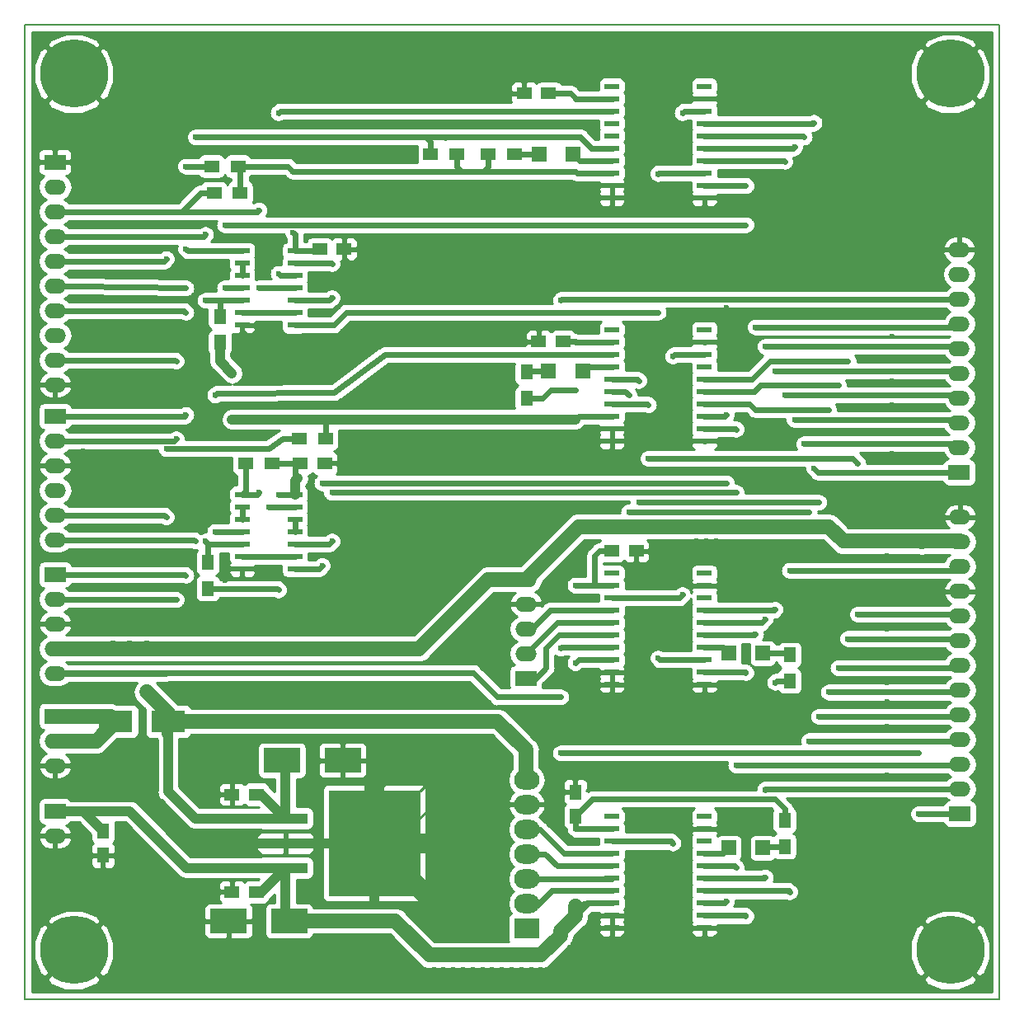
<source format=gtl>
%TF.GenerationSoftware,KiCad,Pcbnew,(5.0.2)-1*%
%TF.CreationDate,2019-03-14T15:40:05+01:00*%
%TF.ProjectId,Alexandrie,416c6578-616e-4647-9269-652e6b696361,rev?*%
%TF.SameCoordinates,Original*%
%TF.FileFunction,Copper,L1,Top*%
%TF.FilePolarity,Positive*%
%FSLAX46Y46*%
G04 Gerber Fmt 4.6, Leading zero omitted, Abs format (unit mm)*
G04 Created by KiCad (PCBNEW (5.0.2)-1) date 14/03/2019 15:40:06*
%MOMM*%
%LPD*%
G01*
G04 APERTURE LIST*
%ADD10C,0.150000*%
%ADD11C,0.600000*%
%ADD12R,1.500000X1.250000*%
%ADD13R,1.250000X1.500000*%
%ADD14R,3.750000X2.500000*%
%ADD15R,1.498600X1.498600*%
%ADD16R,3.500000X2.300000*%
%ADD17O,2.197100X1.524000*%
%ADD18R,2.197100X1.524000*%
%ADD19R,1.500000X1.300000*%
%ADD20R,1.300000X1.500000*%
%ADD21C,7.000000*%
%ADD22R,1.500000X0.600000*%
%ADD23R,4.600000X1.100000*%
%ADD24R,9.400000X10.800000*%
%ADD25R,4.550000X5.250000*%
%ADD26R,2.600000X2.000000*%
%ADD27O,2.600000X2.000000*%
%ADD28C,1.500000*%
%ADD29C,0.600000*%
%ADD30C,1.000000*%
%ADD31C,0.250000*%
%ADD32C,2.000000*%
%ADD33C,0.254000*%
G04 APERTURE END LIST*
D10*
X189000000Y-43000000D02*
X89000000Y-43000000D01*
X189000000Y-143000000D02*
X189000000Y-43000000D01*
X89000000Y-143000000D02*
X189000000Y-143000000D01*
X89000000Y-143000000D02*
X89000000Y-142000000D01*
X89000000Y-43000000D02*
X89000000Y-44000000D01*
X89000000Y-44000000D02*
X89000000Y-142000000D01*
D11*
X90000000Y-134000000D03*
X90000000Y-133000000D03*
X90000000Y-132000000D03*
X90000000Y-131000000D03*
X90000000Y-130000000D03*
X90000000Y-129000000D03*
X90000000Y-128000000D03*
X90000000Y-127000000D03*
X90000000Y-126000000D03*
X90000000Y-125000000D03*
X90000000Y-124000000D03*
X90000000Y-123000000D03*
X90000000Y-122000000D03*
X90000000Y-121000000D03*
X90000000Y-120000000D03*
X90000000Y-119000000D03*
X90000000Y-118000000D03*
X90000000Y-117000000D03*
X90000000Y-116000000D03*
X90000000Y-115000000D03*
X90000000Y-114000000D03*
X90000000Y-113000000D03*
X90000000Y-112000000D03*
X90000000Y-111000000D03*
X90000000Y-110000000D03*
X90000000Y-109000000D03*
X90000000Y-108000000D03*
X90000000Y-107000000D03*
X90000000Y-106000000D03*
X90000000Y-105000000D03*
X90000000Y-104000000D03*
X90000000Y-103000000D03*
X90000000Y-102000000D03*
X90000000Y-101000000D03*
X90000000Y-100000000D03*
X90000000Y-99000000D03*
X90000000Y-98000000D03*
X90000000Y-97000000D03*
X90000000Y-96000000D03*
X90000000Y-95000000D03*
X90000000Y-94000000D03*
X90000000Y-93000000D03*
X90000000Y-92000000D03*
X90000000Y-91000000D03*
X90000000Y-90000000D03*
X90000000Y-89000000D03*
X90000000Y-88000000D03*
X90000000Y-87000000D03*
X90000000Y-86000000D03*
X90000000Y-85000000D03*
X90000000Y-84000000D03*
X90000000Y-83000000D03*
X90000000Y-82000000D03*
X90000000Y-81000000D03*
X90000000Y-80000000D03*
X90000000Y-79000000D03*
X90000000Y-78000000D03*
X90000000Y-77000000D03*
X90000000Y-76000000D03*
X90000000Y-75000000D03*
X90000000Y-74000000D03*
X90000000Y-73000000D03*
X90000000Y-72000000D03*
X90000000Y-71000000D03*
X90000000Y-70000000D03*
X90000000Y-69000000D03*
X90000000Y-68000000D03*
X90000000Y-67000000D03*
X90000000Y-66000000D03*
X90000000Y-65000000D03*
X90000000Y-64000000D03*
X90000000Y-63000000D03*
X90000000Y-62000000D03*
X90000000Y-61000000D03*
X90000000Y-60000000D03*
X90000000Y-59000000D03*
X90000000Y-58000000D03*
X90000000Y-57000000D03*
X90000000Y-56000000D03*
X90000000Y-55000000D03*
X90000000Y-54000000D03*
X90000000Y-53000000D03*
X90000000Y-52000000D03*
X179000000Y-142000000D03*
X178000000Y-142000000D03*
X177000000Y-142000000D03*
X176000000Y-142000000D03*
X175000000Y-142000000D03*
X174000000Y-142000000D03*
X173000000Y-142000000D03*
X172000000Y-142000000D03*
X171000000Y-142000000D03*
X170000000Y-142000000D03*
X169000000Y-142000000D03*
X168000000Y-142000000D03*
X167000000Y-142000000D03*
X166000000Y-142000000D03*
X165000000Y-142000000D03*
X164000000Y-142000000D03*
X163000000Y-142000000D03*
X162000000Y-142000000D03*
X161000000Y-142000000D03*
X160000000Y-142000000D03*
X159000000Y-142000000D03*
X158000000Y-142000000D03*
X157000000Y-142000000D03*
X156000000Y-142000000D03*
X155000000Y-142000000D03*
X154000000Y-142000000D03*
X153000000Y-142000000D03*
X152000000Y-142000000D03*
X151000000Y-142000000D03*
X150000000Y-142000000D03*
X149000000Y-142000000D03*
X148000000Y-142000000D03*
X147000000Y-142000000D03*
X146000000Y-142000000D03*
X145000000Y-142000000D03*
X144000000Y-142000000D03*
X143000000Y-142000000D03*
X142000000Y-142000000D03*
X141000000Y-142000000D03*
X140000000Y-142000000D03*
X139000000Y-142000000D03*
X138000000Y-142000000D03*
X137000000Y-142000000D03*
X136000000Y-142000000D03*
X135000000Y-142000000D03*
X134000000Y-142000000D03*
X133000000Y-142000000D03*
X132000000Y-142000000D03*
X131000000Y-142000000D03*
X130000000Y-142000000D03*
X129000000Y-142000000D03*
X128000000Y-142000000D03*
X127000000Y-142000000D03*
X126000000Y-142000000D03*
X125000000Y-142000000D03*
X124000000Y-142000000D03*
X123000000Y-142000000D03*
X122000000Y-142000000D03*
X121000000Y-142000000D03*
X120000000Y-142000000D03*
X119000000Y-142000000D03*
X118000000Y-142000000D03*
X117000000Y-142000000D03*
X116000000Y-142000000D03*
X115000000Y-142000000D03*
X114000000Y-142000000D03*
X113000000Y-142000000D03*
X112000000Y-142000000D03*
X111000000Y-142000000D03*
X110000000Y-142000000D03*
X109000000Y-142000000D03*
X108000000Y-142000000D03*
X107000000Y-142000000D03*
X106000000Y-142000000D03*
X105000000Y-142000000D03*
X104000000Y-142000000D03*
X103000000Y-142000000D03*
X102000000Y-142000000D03*
X101000000Y-142000000D03*
X100000000Y-142000000D03*
X99000000Y-142000000D03*
X98000000Y-142000000D03*
X179000000Y-141000000D03*
X178000000Y-141000000D03*
X177000000Y-141000000D03*
X176000000Y-141000000D03*
X175000000Y-141000000D03*
X174000000Y-141000000D03*
X173000000Y-141000000D03*
X172000000Y-141000000D03*
X171000000Y-141000000D03*
X170000000Y-141000000D03*
X169000000Y-141000000D03*
X168000000Y-141000000D03*
X167000000Y-141000000D03*
X166000000Y-141000000D03*
X165000000Y-141000000D03*
X164000000Y-141000000D03*
X163000000Y-141000000D03*
X162000000Y-141000000D03*
X161000000Y-141000000D03*
X160000000Y-141000000D03*
X159000000Y-141000000D03*
X158000000Y-141000000D03*
X157000000Y-141000000D03*
X156000000Y-141000000D03*
X155000000Y-141000000D03*
X154000000Y-141000000D03*
X153000000Y-141000000D03*
X152000000Y-141000000D03*
X151000000Y-141000000D03*
X150000000Y-141000000D03*
X149000000Y-141000000D03*
X148000000Y-141000000D03*
X147000000Y-141000000D03*
X146000000Y-141000000D03*
X145000000Y-141000000D03*
X144000000Y-141000000D03*
X143000000Y-141000000D03*
X142000000Y-141000000D03*
X141000000Y-141000000D03*
X140000000Y-141000000D03*
X139000000Y-141000000D03*
X138000000Y-141000000D03*
X137000000Y-141000000D03*
X136000000Y-141000000D03*
X135000000Y-141000000D03*
X134000000Y-141000000D03*
X133000000Y-141000000D03*
X132000000Y-141000000D03*
X131000000Y-141000000D03*
X130000000Y-141000000D03*
X129000000Y-141000000D03*
X128000000Y-141000000D03*
X127000000Y-141000000D03*
X126000000Y-141000000D03*
X125000000Y-141000000D03*
X124000000Y-141000000D03*
X123000000Y-141000000D03*
X122000000Y-141000000D03*
X121000000Y-141000000D03*
X120000000Y-141000000D03*
X119000000Y-141000000D03*
X118000000Y-141000000D03*
X117000000Y-141000000D03*
X116000000Y-141000000D03*
X115000000Y-141000000D03*
X114000000Y-141000000D03*
X113000000Y-141000000D03*
X112000000Y-141000000D03*
X111000000Y-141000000D03*
X110000000Y-141000000D03*
X109000000Y-141000000D03*
X108000000Y-141000000D03*
X107000000Y-141000000D03*
X106000000Y-141000000D03*
X105000000Y-141000000D03*
X104000000Y-141000000D03*
X103000000Y-141000000D03*
X102000000Y-141000000D03*
X101000000Y-141000000D03*
X100000000Y-141000000D03*
X99000000Y-141000000D03*
X98000000Y-141000000D03*
X179000000Y-140000000D03*
X178000000Y-140000000D03*
X177000000Y-140000000D03*
X176000000Y-140000000D03*
X175000000Y-140000000D03*
X174000000Y-140000000D03*
X173000000Y-140000000D03*
X172000000Y-140000000D03*
X171000000Y-140000000D03*
X170000000Y-140000000D03*
X169000000Y-140000000D03*
X168000000Y-140000000D03*
X167000000Y-140000000D03*
X166000000Y-140000000D03*
X165000000Y-140000000D03*
X164000000Y-140000000D03*
X163000000Y-140000000D03*
X162000000Y-140000000D03*
X161000000Y-140000000D03*
X160000000Y-140000000D03*
X159000000Y-140000000D03*
X158000000Y-140000000D03*
X157000000Y-140000000D03*
X156000000Y-140000000D03*
X155000000Y-140000000D03*
X154000000Y-140000000D03*
X153000000Y-140000000D03*
X152000000Y-140000000D03*
X151000000Y-140000000D03*
X150000000Y-140000000D03*
X149000000Y-140000000D03*
X148000000Y-140000000D03*
X147000000Y-140000000D03*
X146000000Y-140000000D03*
X145000000Y-140000000D03*
X144000000Y-140000000D03*
X143000000Y-140000000D03*
X142000000Y-140000000D03*
X141000000Y-140000000D03*
X140000000Y-140000000D03*
X139000000Y-140000000D03*
X138000000Y-140000000D03*
X137000000Y-140000000D03*
X136000000Y-140000000D03*
X135000000Y-140000000D03*
X134000000Y-140000000D03*
X133000000Y-140000000D03*
X132000000Y-140000000D03*
X131000000Y-140000000D03*
X130000000Y-140000000D03*
X129000000Y-140000000D03*
X128000000Y-140000000D03*
X127000000Y-140000000D03*
X126000000Y-140000000D03*
X125000000Y-140000000D03*
X124000000Y-140000000D03*
X123000000Y-140000000D03*
X122000000Y-140000000D03*
X121000000Y-140000000D03*
X120000000Y-140000000D03*
X119000000Y-140000000D03*
X118000000Y-140000000D03*
X117000000Y-140000000D03*
X116000000Y-140000000D03*
X115000000Y-140000000D03*
X114000000Y-140000000D03*
X113000000Y-140000000D03*
X112000000Y-140000000D03*
X111000000Y-140000000D03*
X110000000Y-140000000D03*
X109000000Y-140000000D03*
X108000000Y-140000000D03*
X107000000Y-140000000D03*
X106000000Y-140000000D03*
X105000000Y-140000000D03*
X104000000Y-140000000D03*
X103000000Y-140000000D03*
X102000000Y-140000000D03*
X101000000Y-140000000D03*
X100000000Y-140000000D03*
X99000000Y-140000000D03*
X98000000Y-140000000D03*
X188000000Y-134000000D03*
X187000000Y-134000000D03*
X188000000Y-133000000D03*
X187000000Y-133000000D03*
X188000000Y-132000000D03*
X187000000Y-132000000D03*
X188000000Y-131000000D03*
X187000000Y-131000000D03*
X188000000Y-130000000D03*
X187000000Y-130000000D03*
X188000000Y-129000000D03*
X187000000Y-129000000D03*
X188000000Y-128000000D03*
X187000000Y-128000000D03*
X188000000Y-127000000D03*
X187000000Y-127000000D03*
X188000000Y-126000000D03*
X187000000Y-126000000D03*
X188000000Y-125000000D03*
X187000000Y-125000000D03*
X188000000Y-124000000D03*
X187000000Y-124000000D03*
X188000000Y-123000000D03*
X187000000Y-123000000D03*
X188000000Y-122000000D03*
X187000000Y-122000000D03*
X188000000Y-121000000D03*
X187000000Y-121000000D03*
X188000000Y-120000000D03*
X187000000Y-120000000D03*
X188000000Y-119000000D03*
X187000000Y-119000000D03*
X188000000Y-118000000D03*
X187000000Y-118000000D03*
X188000000Y-117000000D03*
X187000000Y-117000000D03*
X188000000Y-116000000D03*
X187000000Y-116000000D03*
X188000000Y-115000000D03*
X187000000Y-115000000D03*
X188000000Y-114000000D03*
X187000000Y-114000000D03*
X188000000Y-113000000D03*
X187000000Y-113000000D03*
X188000000Y-112000000D03*
X187000000Y-112000000D03*
X188000000Y-111000000D03*
X187000000Y-111000000D03*
X188000000Y-110000000D03*
X187000000Y-110000000D03*
X188000000Y-109000000D03*
X187000000Y-109000000D03*
X188000000Y-108000000D03*
X187000000Y-108000000D03*
X188000000Y-107000000D03*
X187000000Y-107000000D03*
X188000000Y-106000000D03*
X187000000Y-106000000D03*
X188000000Y-105000000D03*
X187000000Y-105000000D03*
X188000000Y-104000000D03*
X187000000Y-104000000D03*
X188000000Y-103000000D03*
X187000000Y-103000000D03*
X188000000Y-102000000D03*
X187000000Y-102000000D03*
X188000000Y-101000000D03*
X187000000Y-101000000D03*
X188000000Y-100000000D03*
X187000000Y-100000000D03*
X188000000Y-99000000D03*
X187000000Y-99000000D03*
X188000000Y-98000000D03*
X187000000Y-98000000D03*
X188000000Y-97000000D03*
X187000000Y-97000000D03*
X188000000Y-96000000D03*
X187000000Y-96000000D03*
X188000000Y-95000000D03*
X187000000Y-95000000D03*
X188000000Y-94000000D03*
X187000000Y-94000000D03*
X188000000Y-93000000D03*
X187000000Y-93000000D03*
X188000000Y-92000000D03*
X187000000Y-92000000D03*
X188000000Y-91000000D03*
X187000000Y-91000000D03*
X188000000Y-90000000D03*
X187000000Y-90000000D03*
X188000000Y-89000000D03*
X187000000Y-89000000D03*
X188000000Y-88000000D03*
X187000000Y-88000000D03*
X188000000Y-87000000D03*
X187000000Y-87000000D03*
X188000000Y-86000000D03*
X187000000Y-86000000D03*
X188000000Y-85000000D03*
X187000000Y-85000000D03*
X188000000Y-84000000D03*
X187000000Y-84000000D03*
X188000000Y-83000000D03*
X187000000Y-83000000D03*
X188000000Y-82000000D03*
X187000000Y-82000000D03*
X188000000Y-81000000D03*
X187000000Y-81000000D03*
X188000000Y-80000000D03*
X187000000Y-80000000D03*
X188000000Y-79000000D03*
X187000000Y-79000000D03*
X188000000Y-78000000D03*
X187000000Y-78000000D03*
X188000000Y-77000000D03*
X187000000Y-77000000D03*
X188000000Y-76000000D03*
X187000000Y-76000000D03*
X188000000Y-75000000D03*
X187000000Y-75000000D03*
X188000000Y-74000000D03*
X187000000Y-74000000D03*
X188000000Y-73000000D03*
X187000000Y-73000000D03*
X188000000Y-72000000D03*
X187000000Y-72000000D03*
X188000000Y-71000000D03*
X187000000Y-71000000D03*
X188000000Y-70000000D03*
X187000000Y-70000000D03*
X188000000Y-69000000D03*
X187000000Y-69000000D03*
X188000000Y-68000000D03*
X187000000Y-68000000D03*
X188000000Y-67000000D03*
X187000000Y-67000000D03*
X188000000Y-66000000D03*
X187000000Y-66000000D03*
X188000000Y-65000000D03*
X187000000Y-65000000D03*
X188000000Y-64000000D03*
X187000000Y-64000000D03*
X188000000Y-63000000D03*
X187000000Y-63000000D03*
X188000000Y-62000000D03*
X187000000Y-62000000D03*
X188000000Y-61000000D03*
X187000000Y-61000000D03*
X188000000Y-60000000D03*
X187000000Y-60000000D03*
X188000000Y-59000000D03*
X187000000Y-59000000D03*
X188000000Y-58000000D03*
X187000000Y-58000000D03*
X188000000Y-57000000D03*
X187000000Y-57000000D03*
X188000000Y-56000000D03*
X187000000Y-56000000D03*
X188000000Y-55000000D03*
X187000000Y-55000000D03*
X188000000Y-54000000D03*
X187000000Y-54000000D03*
X188000000Y-53000000D03*
X187000000Y-53000000D03*
X180000000Y-46000000D03*
X179000000Y-46000000D03*
X178000000Y-46000000D03*
X177000000Y-46000000D03*
X176000000Y-46000000D03*
X175000000Y-46000000D03*
X174000000Y-46000000D03*
X173000000Y-46000000D03*
X172000000Y-46000000D03*
X171000000Y-46000000D03*
X170000000Y-46000000D03*
X169000000Y-46000000D03*
X168000000Y-46000000D03*
X167000000Y-46000000D03*
X166000000Y-46000000D03*
X165000000Y-46000000D03*
X164000000Y-46000000D03*
X163000000Y-46000000D03*
X162000000Y-46000000D03*
X161000000Y-46000000D03*
X160000000Y-46000000D03*
X159000000Y-46000000D03*
X158000000Y-46000000D03*
X157000000Y-46000000D03*
X156000000Y-46000000D03*
X155000000Y-46000000D03*
X154000000Y-46000000D03*
X153000000Y-46000000D03*
X152000000Y-46000000D03*
X151000000Y-46000000D03*
X150000000Y-46000000D03*
X149000000Y-46000000D03*
X148000000Y-46000000D03*
X147000000Y-46000000D03*
X146000000Y-46000000D03*
X145000000Y-46000000D03*
X144000000Y-46000000D03*
X143000000Y-46000000D03*
X142000000Y-46000000D03*
X141000000Y-46000000D03*
X140000000Y-46000000D03*
X139000000Y-46000000D03*
X138000000Y-46000000D03*
X137000000Y-46000000D03*
X136000000Y-46000000D03*
X135000000Y-46000000D03*
X134000000Y-46000000D03*
X133000000Y-46000000D03*
X132000000Y-46000000D03*
X131000000Y-46000000D03*
X130000000Y-46000000D03*
X129000000Y-46000000D03*
X128000000Y-46000000D03*
X127000000Y-46000000D03*
X126000000Y-46000000D03*
X125000000Y-46000000D03*
X124000000Y-46000000D03*
X123000000Y-46000000D03*
X122000000Y-46000000D03*
X121000000Y-46000000D03*
X120000000Y-46000000D03*
X119000000Y-46000000D03*
X118000000Y-46000000D03*
X117000000Y-46000000D03*
X116000000Y-46000000D03*
X115000000Y-46000000D03*
X114000000Y-46000000D03*
X113000000Y-46000000D03*
X112000000Y-46000000D03*
X111000000Y-46000000D03*
X110000000Y-46000000D03*
X109000000Y-46000000D03*
X108000000Y-46000000D03*
X107000000Y-46000000D03*
X106000000Y-46000000D03*
X105000000Y-46000000D03*
X104000000Y-46000000D03*
X103000000Y-46000000D03*
X102000000Y-46000000D03*
X101000000Y-46000000D03*
X100000000Y-46000000D03*
X99000000Y-46000000D03*
X180000000Y-45000000D03*
X179000000Y-45000000D03*
X178000000Y-45000000D03*
X177000000Y-45000000D03*
X176000000Y-45000000D03*
X175000000Y-45000000D03*
X174000000Y-45000000D03*
X173000000Y-45000000D03*
X172000000Y-45000000D03*
X171000000Y-45000000D03*
X170000000Y-45000000D03*
X169000000Y-45000000D03*
X168000000Y-45000000D03*
X167000000Y-45000000D03*
X166000000Y-45000000D03*
X165000000Y-45000000D03*
X164000000Y-45000000D03*
X163000000Y-45000000D03*
X162000000Y-45000000D03*
X161000000Y-45000000D03*
X160000000Y-45000000D03*
X159000000Y-45000000D03*
X158000000Y-45000000D03*
X157000000Y-45000000D03*
X156000000Y-45000000D03*
X155000000Y-45000000D03*
X154000000Y-45000000D03*
X153000000Y-45000000D03*
X152000000Y-45000000D03*
X151000000Y-45000000D03*
X150000000Y-45000000D03*
X149000000Y-45000000D03*
X148000000Y-45000000D03*
X147000000Y-45000000D03*
X146000000Y-45000000D03*
X145000000Y-45000000D03*
X144000000Y-45000000D03*
X143000000Y-45000000D03*
X142000000Y-45000000D03*
X141000000Y-45000000D03*
X140000000Y-45000000D03*
X139000000Y-45000000D03*
X138000000Y-45000000D03*
X137000000Y-45000000D03*
X136000000Y-45000000D03*
X135000000Y-45000000D03*
X134000000Y-45000000D03*
X133000000Y-45000000D03*
X132000000Y-45000000D03*
X131000000Y-45000000D03*
X130000000Y-45000000D03*
X129000000Y-45000000D03*
X128000000Y-45000000D03*
X127000000Y-45000000D03*
X126000000Y-45000000D03*
X125000000Y-45000000D03*
X124000000Y-45000000D03*
X123000000Y-45000000D03*
X122000000Y-45000000D03*
X121000000Y-45000000D03*
X120000000Y-45000000D03*
X119000000Y-45000000D03*
X118000000Y-45000000D03*
X117000000Y-45000000D03*
X116000000Y-45000000D03*
X115000000Y-45000000D03*
X114000000Y-45000000D03*
X113000000Y-45000000D03*
X112000000Y-45000000D03*
X111000000Y-45000000D03*
X110000000Y-45000000D03*
X109000000Y-45000000D03*
X108000000Y-45000000D03*
X107000000Y-45000000D03*
X106000000Y-45000000D03*
X105000000Y-45000000D03*
X104000000Y-45000000D03*
X103000000Y-45000000D03*
X102000000Y-45000000D03*
X101000000Y-45000000D03*
X100000000Y-45000000D03*
X99000000Y-45000000D03*
X180000000Y-44000000D03*
X179000000Y-44000000D03*
X178000000Y-44000000D03*
X177000000Y-44000000D03*
X176000000Y-44000000D03*
X175000000Y-44000000D03*
X174000000Y-44000000D03*
X173000000Y-44000000D03*
X172000000Y-44000000D03*
X171000000Y-44000000D03*
X170000000Y-44000000D03*
X169000000Y-44000000D03*
X168000000Y-44000000D03*
X167000000Y-44000000D03*
X166000000Y-44000000D03*
X165000000Y-44000000D03*
X164000000Y-44000000D03*
X163000000Y-44000000D03*
X162000000Y-44000000D03*
X161000000Y-44000000D03*
X160000000Y-44000000D03*
X159000000Y-44000000D03*
X158000000Y-44000000D03*
X157000000Y-44000000D03*
X156000000Y-44000000D03*
X155000000Y-44000000D03*
X154000000Y-44000000D03*
X153000000Y-44000000D03*
X152000000Y-44000000D03*
X151000000Y-44000000D03*
X150000000Y-44000000D03*
X149000000Y-44000000D03*
X148000000Y-44000000D03*
X147000000Y-44000000D03*
X146000000Y-44000000D03*
X145000000Y-44000000D03*
X144000000Y-44000000D03*
X143000000Y-44000000D03*
X142000000Y-44000000D03*
X141000000Y-44000000D03*
X140000000Y-44000000D03*
X139000000Y-44000000D03*
X138000000Y-44000000D03*
X137000000Y-44000000D03*
X136000000Y-44000000D03*
X135000000Y-44000000D03*
X134000000Y-44000000D03*
X133000000Y-44000000D03*
X132000000Y-44000000D03*
X131000000Y-44000000D03*
X130000000Y-44000000D03*
X129000000Y-44000000D03*
X128000000Y-44000000D03*
X127000000Y-44000000D03*
X126000000Y-44000000D03*
X125000000Y-44000000D03*
X124000000Y-44000000D03*
X123000000Y-44000000D03*
X122000000Y-44000000D03*
X121000000Y-44000000D03*
X120000000Y-44000000D03*
X119000000Y-44000000D03*
X118000000Y-44000000D03*
X117000000Y-44000000D03*
X116000000Y-44000000D03*
X115000000Y-44000000D03*
X114000000Y-44000000D03*
X113000000Y-44000000D03*
X112000000Y-44000000D03*
X111000000Y-44000000D03*
X110000000Y-44000000D03*
X109000000Y-44000000D03*
X108000000Y-44000000D03*
X107000000Y-44000000D03*
X106000000Y-44000000D03*
X105000000Y-44000000D03*
X104000000Y-44000000D03*
X103000000Y-44000000D03*
X102000000Y-44000000D03*
X101000000Y-44000000D03*
X100000000Y-44000000D03*
D12*
X119250000Y-66000000D03*
X121750000Y-66000000D03*
X117250000Y-88000000D03*
X119750000Y-88000000D03*
X142750000Y-50000000D03*
X140250000Y-50000000D03*
X144250000Y-75500000D03*
X141750000Y-75500000D03*
X149250000Y-97000000D03*
X151750000Y-97000000D03*
D13*
X145500000Y-124250000D03*
X145500000Y-121750000D03*
D12*
X110250000Y-122000000D03*
X112750000Y-122000000D03*
D14*
X121625000Y-118500000D03*
X115375000Y-118500000D03*
D12*
X110250000Y-132000000D03*
X112750000Y-132000000D03*
D14*
X109875000Y-135000000D03*
X116125000Y-135000000D03*
D13*
X97000000Y-128250000D03*
X97000000Y-125750000D03*
D15*
X146247520Y-78500000D03*
X142752480Y-78500000D03*
X145247520Y-56250000D03*
X141752480Y-56250000D03*
X161252480Y-107500000D03*
X164747520Y-107500000D03*
X161252480Y-127500000D03*
X164747520Y-127500000D03*
D16*
X103700000Y-114500000D03*
X98300000Y-114500000D03*
D17*
X92076200Y-77390000D03*
X92076200Y-74850000D03*
X92076200Y-72310000D03*
X92076200Y-67230000D03*
X92076200Y-64690000D03*
X92076200Y-62150000D03*
X92076200Y-79930000D03*
X92076200Y-69770000D03*
D18*
X92076200Y-57070000D03*
D17*
X92076200Y-59610000D03*
X92076200Y-104500000D03*
X92076200Y-109580000D03*
X92076200Y-107040000D03*
D18*
X92076200Y-99420000D03*
D17*
X92076200Y-101960000D03*
X92076200Y-90770000D03*
X92076200Y-88230000D03*
X92076200Y-95850000D03*
X92076200Y-93310000D03*
D18*
X92076200Y-83150000D03*
D17*
X92076200Y-85690000D03*
D18*
X92076200Y-123730000D03*
D17*
X92076200Y-126270000D03*
X184923800Y-68610000D03*
X184923800Y-71150000D03*
X184923800Y-73690000D03*
X184923800Y-78770000D03*
X184923800Y-81310000D03*
X184923800Y-83850000D03*
X184923800Y-66070000D03*
X184923800Y-76230000D03*
D18*
X184923800Y-88930000D03*
D17*
X184923800Y-86390000D03*
X92076200Y-119040000D03*
D18*
X92076200Y-113960000D03*
D17*
X92076200Y-116500000D03*
D19*
X111100000Y-60250000D03*
X108400000Y-60250000D03*
X119850000Y-85500000D03*
X117150000Y-85500000D03*
X108150000Y-57500000D03*
X110850000Y-57500000D03*
D20*
X109000000Y-75600000D03*
X109000000Y-72900000D03*
D19*
X111650000Y-88000000D03*
X114350000Y-88000000D03*
D20*
X107750000Y-100850000D03*
X107750000Y-98150000D03*
D19*
X133350000Y-56250000D03*
X130650000Y-56250000D03*
D20*
X140500000Y-81350000D03*
X140500000Y-78650000D03*
D19*
X136550000Y-56250000D03*
X139250000Y-56250000D03*
D20*
X167500000Y-110350000D03*
X167500000Y-107650000D03*
X167000000Y-124650000D03*
X167000000Y-127350000D03*
D21*
X184000000Y-48000000D03*
X94000000Y-138000000D03*
X94000000Y-48000000D03*
X184000000Y-138000000D03*
D22*
X111300000Y-66190000D03*
X111300000Y-67460000D03*
X111300000Y-68730000D03*
X111300000Y-70000000D03*
X111300000Y-71270000D03*
X111300000Y-72540000D03*
X111300000Y-73810000D03*
X116700000Y-73810000D03*
X116700000Y-72540000D03*
X116700000Y-71270000D03*
X116700000Y-70000000D03*
X116700000Y-68730000D03*
X116700000Y-67460000D03*
X116700000Y-66190000D03*
X111300000Y-91190000D03*
X111300000Y-92460000D03*
X111300000Y-93730000D03*
X111300000Y-95000000D03*
X111300000Y-96270000D03*
X111300000Y-97540000D03*
X111300000Y-98810000D03*
X116700000Y-98810000D03*
X116700000Y-97540000D03*
X116700000Y-96270000D03*
X116700000Y-95000000D03*
X116700000Y-93730000D03*
X116700000Y-92460000D03*
X116700000Y-91190000D03*
D23*
X115725000Y-124460000D03*
X115725000Y-127000000D03*
X115725000Y-129540000D03*
D24*
X124875000Y-127000000D03*
D25*
X127300000Y-129775000D03*
X122450000Y-124225000D03*
X127300000Y-124225000D03*
X122450000Y-129775000D03*
D17*
X140423800Y-105000000D03*
X140423800Y-99920000D03*
X140423800Y-102460000D03*
D18*
X140423800Y-110080000D03*
D17*
X140423800Y-107540000D03*
X185000000Y-96050000D03*
X185000000Y-98590000D03*
X185000000Y-101130000D03*
X185000000Y-103670000D03*
X185000000Y-106210000D03*
X185000000Y-108750000D03*
X185000000Y-113830000D03*
X185000000Y-116370000D03*
X185000000Y-118910000D03*
X185000000Y-93510000D03*
X185000000Y-111290000D03*
D18*
X185000000Y-123990000D03*
D17*
X185000000Y-121450000D03*
D22*
X149250000Y-55635000D03*
X149250000Y-54365000D03*
X149250000Y-53095000D03*
X149250000Y-51825000D03*
X149250000Y-50555000D03*
X149250000Y-49285000D03*
X149250000Y-56905000D03*
X149250000Y-58175000D03*
X149250000Y-59445000D03*
X149250000Y-60715000D03*
X158750000Y-60715000D03*
X158750000Y-59445000D03*
X158750000Y-58175000D03*
X158750000Y-56905000D03*
X158750000Y-55635000D03*
X158750000Y-54365000D03*
X158750000Y-53095000D03*
X158750000Y-51825000D03*
X158750000Y-50555000D03*
X158750000Y-49285000D03*
X149250000Y-80635000D03*
X149250000Y-79365000D03*
X149250000Y-78095000D03*
X149250000Y-76825000D03*
X149250000Y-75555000D03*
X149250000Y-74285000D03*
X149250000Y-81905000D03*
X149250000Y-83175000D03*
X149250000Y-84445000D03*
X149250000Y-85715000D03*
X158750000Y-85715000D03*
X158750000Y-84445000D03*
X158750000Y-83175000D03*
X158750000Y-81905000D03*
X158750000Y-80635000D03*
X158750000Y-79365000D03*
X158750000Y-78095000D03*
X158750000Y-76825000D03*
X158750000Y-75555000D03*
X158750000Y-74285000D03*
X149250000Y-105635000D03*
X149250000Y-104365000D03*
X149250000Y-103095000D03*
X149250000Y-101825000D03*
X149250000Y-100555000D03*
X149250000Y-99285000D03*
X149250000Y-106905000D03*
X149250000Y-108175000D03*
X149250000Y-109445000D03*
X149250000Y-110715000D03*
X158750000Y-110715000D03*
X158750000Y-109445000D03*
X158750000Y-108175000D03*
X158750000Y-106905000D03*
X158750000Y-105635000D03*
X158750000Y-104365000D03*
X158750000Y-103095000D03*
X158750000Y-101825000D03*
X158750000Y-100555000D03*
X158750000Y-99285000D03*
X149250000Y-130635000D03*
X149250000Y-129365000D03*
X149250000Y-128095000D03*
X149250000Y-126825000D03*
X149250000Y-125555000D03*
X149250000Y-124285000D03*
X149250000Y-131905000D03*
X149250000Y-133175000D03*
X149250000Y-134445000D03*
X149250000Y-135715000D03*
X158750000Y-135715000D03*
X158750000Y-134445000D03*
X158750000Y-133175000D03*
X158750000Y-131905000D03*
X158750000Y-130635000D03*
X158750000Y-129365000D03*
X158750000Y-128095000D03*
X158750000Y-126825000D03*
X158750000Y-125555000D03*
X158750000Y-124285000D03*
D11*
X99000000Y-44000000D03*
D26*
X140500000Y-135750000D03*
D27*
X140500000Y-133210000D03*
X140500000Y-130670000D03*
X140500000Y-128130000D03*
X140500000Y-125590000D03*
X140500000Y-123050000D03*
X140500000Y-120510000D03*
D11*
X116500000Y-64300010D03*
X144000000Y-136000000D03*
X115000000Y-101000000D03*
X115000000Y-91250000D03*
X110250000Y-78750000D03*
X110250000Y-83500000D03*
X145000000Y-135000000D03*
X145500000Y-100500000D03*
X166000000Y-122500000D03*
X166000000Y-110500000D03*
X145500000Y-80500000D03*
X117000000Y-83500000D03*
X117000000Y-89500000D03*
X145500000Y-83500000D03*
X116500000Y-58000000D03*
X145500000Y-58000000D03*
X145500000Y-108500000D03*
X145500000Y-133500000D03*
X145500000Y-125500000D03*
X145500000Y-50500000D03*
X145500000Y-75500000D03*
X109500000Y-100000000D03*
X109500000Y-98000000D03*
X109500000Y-99000000D03*
X127500000Y-96500000D03*
X112000000Y-79000000D03*
X112000000Y-78000000D03*
X112000000Y-77000000D03*
X112000000Y-76000000D03*
X112000000Y-75000000D03*
X113000000Y-99000000D03*
X170000000Y-51000000D03*
X169000000Y-51000000D03*
X168000000Y-51000000D03*
X167000000Y-51000000D03*
X166000000Y-51000000D03*
X165000000Y-51000000D03*
X164000000Y-51000000D03*
X163000000Y-51000000D03*
X162000000Y-51000000D03*
X161000000Y-51000000D03*
X160000000Y-98000000D03*
X159000000Y-98000000D03*
X158000000Y-98000000D03*
X158000000Y-97000000D03*
X159000000Y-97000000D03*
X160000000Y-97000000D03*
X160000000Y-96000000D03*
X159000000Y-96000000D03*
X158000000Y-96000000D03*
X157000000Y-137000000D03*
X157000000Y-136000000D03*
X157000000Y-135000000D03*
X157000000Y-134000000D03*
X157000000Y-133000000D03*
X157000000Y-132000000D03*
X157000000Y-131000000D03*
X157000000Y-130000000D03*
X157000000Y-129000000D03*
X157000000Y-128000000D03*
X157000000Y-127000000D03*
X157000000Y-124000000D03*
X157000000Y-125000000D03*
X157000000Y-126000000D03*
X161000000Y-72000000D03*
X161000000Y-73000000D03*
X161000000Y-74000000D03*
X161000000Y-75000000D03*
X161000000Y-78000000D03*
X161000000Y-77000000D03*
X161000000Y-76000000D03*
X143000000Y-68000000D03*
X142000000Y-68000000D03*
X141000000Y-68000000D03*
X140000000Y-68000000D03*
X139000000Y-68000000D03*
X138000000Y-68000000D03*
X137000000Y-68000000D03*
X136000000Y-68000000D03*
X135000000Y-68000000D03*
X134000000Y-68000000D03*
X133000000Y-68000000D03*
X132000000Y-68000000D03*
X131000000Y-68000000D03*
X130000000Y-68000000D03*
X129000000Y-68000000D03*
X128000000Y-68000000D03*
X127000000Y-68000000D03*
X126000000Y-68000000D03*
X125000000Y-68000000D03*
X124000000Y-68000000D03*
X123000000Y-68000000D03*
X115000000Y-79000000D03*
X116000000Y-79000000D03*
X117000000Y-79000000D03*
X118000000Y-79000000D03*
X119000000Y-79000000D03*
X120000000Y-79000000D03*
X121000000Y-78000000D03*
X122000000Y-77000000D03*
X123000000Y-76000000D03*
X124000000Y-75000000D03*
X125000000Y-75000000D03*
X126000000Y-75000000D03*
X127000000Y-75000000D03*
X128000000Y-75000000D03*
X129000000Y-75000000D03*
X130000000Y-75000000D03*
X131000000Y-75000000D03*
X132000000Y-75000000D03*
X133000000Y-75000000D03*
X134000000Y-75000000D03*
X135000000Y-75000000D03*
X136000000Y-75000000D03*
X137000000Y-75000000D03*
X138000000Y-75000000D03*
X139000000Y-75000000D03*
X122000000Y-86000000D03*
X123000000Y-86000000D03*
X124000000Y-86000000D03*
X125000000Y-86000000D03*
X126000000Y-86000000D03*
X127000000Y-86000000D03*
X128000000Y-86000000D03*
X129000000Y-86000000D03*
X130000000Y-86000000D03*
X131000000Y-86000000D03*
X132000000Y-86000000D03*
X133000000Y-86000000D03*
X134000000Y-86000000D03*
X135000000Y-86000000D03*
X136000000Y-86000000D03*
X137000000Y-86000000D03*
X138000000Y-86000000D03*
X139000000Y-86000000D03*
X140000000Y-86000000D03*
X141000000Y-86000000D03*
X142000000Y-86000000D03*
X143000000Y-86000000D03*
X143000000Y-93000000D03*
X142000000Y-93000000D03*
X141000000Y-93000000D03*
X140000000Y-93000000D03*
X139000000Y-93000000D03*
X138000000Y-93000000D03*
X137000000Y-93000000D03*
X136000000Y-93000000D03*
X135000000Y-93000000D03*
X134000000Y-93000000D03*
X133000000Y-93000000D03*
X132000000Y-93000000D03*
X131000000Y-93000000D03*
X130000000Y-94000000D03*
X129000000Y-95000000D03*
X128000000Y-96000000D03*
X127000000Y-97000000D03*
X126000000Y-98000000D03*
X125000000Y-99000000D03*
X124000000Y-100000000D03*
X123000000Y-101000000D03*
X122000000Y-102000000D03*
X121000000Y-103000000D03*
X120000000Y-103000000D03*
X119000000Y-103000000D03*
X118000000Y-103000000D03*
X117000000Y-103000000D03*
X116000000Y-103000000D03*
X115000000Y-103000000D03*
X114000000Y-103000000D03*
X113000000Y-103000000D03*
X112000000Y-103000000D03*
X111000000Y-103000000D03*
X110000000Y-103000000D03*
X109000000Y-103000000D03*
X108000000Y-103000000D03*
X107000000Y-103000000D03*
X106000000Y-103000000D03*
X133000000Y-121000000D03*
X133000000Y-125000000D03*
X133000000Y-124000000D03*
X133000000Y-123000000D03*
X133000000Y-129000000D03*
X133000000Y-130000000D03*
X133000000Y-131000000D03*
X131000000Y-134000000D03*
X178000000Y-87000000D03*
X178000000Y-82000000D03*
X178000000Y-77500000D03*
X178000000Y-72500000D03*
X178000000Y-69000000D03*
X178000000Y-66500000D03*
X178000000Y-75000000D03*
X178000000Y-79500000D03*
X178000000Y-85000000D03*
X178000000Y-90000000D03*
X177500000Y-120000000D03*
X177500000Y-112500000D03*
X177500000Y-107500000D03*
X177500000Y-93500000D03*
X177500000Y-97500000D03*
X177500000Y-105000000D03*
X177500000Y-102000000D03*
X177500000Y-100500000D03*
X177500000Y-110500000D03*
X177500000Y-115000000D03*
X177500000Y-123000000D03*
X124750000Y-133250000D03*
X127340000Y-118505000D03*
X111250000Y-127000000D03*
X95000000Y-100750000D03*
X95000000Y-92250000D03*
X95000000Y-94500000D03*
X95000000Y-73750000D03*
X95000000Y-76000000D03*
X95000000Y-78750000D03*
X95000000Y-81000000D03*
X95000000Y-84500000D03*
X95000000Y-68500000D03*
X95000000Y-63500000D03*
X95000000Y-59500000D03*
X95000000Y-57000000D03*
X95000000Y-66000000D03*
X95000000Y-71000000D03*
X95000000Y-89000000D03*
X95000000Y-86750000D03*
X95000000Y-97500000D03*
X95000000Y-103250000D03*
X124000000Y-61000000D03*
X129000000Y-61000000D03*
X134000000Y-61000000D03*
X139000000Y-61000000D03*
X133000000Y-122000000D03*
X133000000Y-133000000D03*
X133000000Y-127000000D03*
X133000000Y-132000000D03*
X104500000Y-102000000D03*
X104500000Y-85500000D03*
X104500000Y-77500000D03*
X105500000Y-99500000D03*
X105500000Y-83000000D03*
X105500000Y-72500000D03*
X114000000Y-92500000D03*
X114000000Y-86500000D03*
X103500000Y-86500000D03*
X103500000Y-67000000D03*
X107500000Y-64500000D03*
X107500000Y-71270000D03*
X107500000Y-96000000D03*
X113000000Y-91000000D03*
X113000000Y-70000000D03*
X113000000Y-62000000D03*
X105500000Y-57500000D03*
X105500000Y-70000000D03*
X105500000Y-66000000D03*
X144000000Y-71250004D03*
X144000000Y-117750000D03*
X180750000Y-117750000D03*
X180750000Y-124000000D03*
X144000000Y-112000000D03*
X144000000Y-107000000D03*
X103500000Y-109500000D03*
X103500000Y-93500000D03*
X181000000Y-96000000D03*
X101500000Y-107000000D03*
X99750000Y-107000000D03*
X99750000Y-107040000D03*
X102500000Y-112500000D03*
X103500000Y-113500000D03*
X103500000Y-115750000D03*
X101500000Y-111500000D03*
X98000000Y-107000000D03*
X106500000Y-54500000D03*
X106500000Y-96000000D03*
X166000000Y-78500000D03*
X166000000Y-103000000D03*
X167000000Y-57000000D03*
X167000000Y-81000000D03*
X168000000Y-83500000D03*
X168000000Y-55500000D03*
X165000000Y-76000000D03*
X165000000Y-104000000D03*
X170000000Y-88500000D03*
X170000000Y-53000000D03*
X169000000Y-86000000D03*
X169000000Y-54500000D03*
X167500000Y-99000000D03*
X167500000Y-132000000D03*
X173500000Y-106000000D03*
X173500000Y-77500000D03*
X172500000Y-109000000D03*
X172500000Y-80000000D03*
X171500000Y-82500000D03*
X171500000Y-111500000D03*
X174500000Y-103500000D03*
X174500000Y-88000000D03*
X153000000Y-87500000D03*
X153000000Y-82000000D03*
X169500000Y-116500000D03*
X169500000Y-93000000D03*
X151000000Y-93000000D03*
X151000000Y-81000000D03*
X170500000Y-114000000D03*
X170500000Y-92000000D03*
X152000000Y-92000000D03*
X152000000Y-79500000D03*
X109500000Y-63500000D03*
X163000000Y-109500000D03*
X163000000Y-59500000D03*
X163000000Y-63500000D03*
X109500000Y-70000000D03*
X154000000Y-58250000D03*
X154000000Y-72500000D03*
X154000000Y-108000000D03*
X120500000Y-71000000D03*
X120500000Y-67500000D03*
X115000000Y-68500000D03*
X115000000Y-52000000D03*
X108500000Y-81000000D03*
X108500000Y-95000000D03*
X161000000Y-133000000D03*
X119500000Y-98500000D03*
X119500000Y-90000000D03*
X161000000Y-90000000D03*
X161000000Y-83000000D03*
X163000000Y-134500000D03*
X120500000Y-96000000D03*
X120500000Y-91000000D03*
X162000000Y-91000000D03*
X162000000Y-84500000D03*
X156500000Y-101500000D03*
X156500000Y-52000000D03*
X155500000Y-127000000D03*
X155500000Y-77000000D03*
X162000000Y-129500000D03*
X162000000Y-119000000D03*
X165000000Y-130500000D03*
X165000000Y-121500000D03*
X164000000Y-74000000D03*
X164000000Y-105500000D03*
D28*
X144000000Y-136000000D02*
X144000000Y-136500000D01*
X144000000Y-136500000D02*
X142000000Y-138500000D01*
X142000000Y-138500000D02*
X130500000Y-138500000D01*
X130500000Y-138500000D02*
X127000000Y-135000000D01*
X127000000Y-135000000D02*
X116125000Y-135000000D01*
D29*
X116700000Y-64500010D02*
X116500000Y-64300010D01*
X116700000Y-66190000D02*
X116700000Y-64500010D01*
X116500000Y-58000000D02*
X134250000Y-58000000D01*
X134250000Y-58000000D02*
X135000000Y-58000000D01*
X133350000Y-56250000D02*
X133350000Y-57500000D01*
X133350000Y-57500000D02*
X133850000Y-58000000D01*
X133850000Y-58000000D02*
X134250000Y-58000000D01*
X135000000Y-58000000D02*
X135750000Y-58000000D01*
X135750000Y-58000000D02*
X145500000Y-58000000D01*
X136550000Y-56250000D02*
X136550000Y-57500000D01*
X136550000Y-57500000D02*
X136050000Y-58000000D01*
X136050000Y-58000000D02*
X135750000Y-58000000D01*
D28*
X145500000Y-133500000D02*
X145500000Y-134500000D01*
X145500000Y-134500000D02*
X145000000Y-135000000D01*
X145000000Y-135000000D02*
X144000000Y-136000000D01*
D29*
X116700000Y-91190000D02*
X115060000Y-91190000D01*
X114850000Y-100850000D02*
X107750000Y-100850000D01*
X115000000Y-101000000D02*
X114850000Y-100850000D01*
X115060000Y-91190000D02*
X115000000Y-91250000D01*
D30*
X109000000Y-75600000D02*
X109000000Y-77500000D01*
X109000000Y-77500000D02*
X110250000Y-78750000D01*
X110250000Y-83500000D02*
X117000000Y-83500000D01*
D29*
X111100000Y-60250000D02*
X111100000Y-57750000D01*
X111100000Y-57750000D02*
X110850000Y-57500000D01*
X110850000Y-57500000D02*
X116000000Y-57500000D01*
X116000000Y-57500000D02*
X116500000Y-58000000D01*
X142750000Y-50000000D02*
X145000000Y-50000000D01*
X145000000Y-50000000D02*
X145500000Y-50500000D01*
X149300000Y-133175000D02*
X146825000Y-133175000D01*
X146825000Y-133175000D02*
X145000000Y-135000000D01*
D30*
X115725000Y-129540000D02*
X115725000Y-134600000D01*
X115725000Y-134600000D02*
X116125000Y-135000000D01*
D29*
X149300000Y-100555000D02*
X145555000Y-100555000D01*
X145555000Y-100555000D02*
X145500000Y-100500000D01*
X149250000Y-97000000D02*
X148000000Y-97000000D01*
X147500000Y-97500000D02*
X147500000Y-100555000D01*
X148000000Y-97000000D02*
X147500000Y-97500000D01*
X149300000Y-100555000D02*
X147500000Y-100555000D01*
X167500000Y-110350000D02*
X166150000Y-110350000D01*
X166150000Y-110350000D02*
X166000000Y-110500000D01*
X140500000Y-81350000D02*
X142150000Y-81350000D01*
X143000000Y-80500000D02*
X145500000Y-80500000D01*
X142150000Y-81350000D02*
X143000000Y-80500000D01*
X167000000Y-124650000D02*
X167000000Y-123500000D01*
X147250000Y-122500000D02*
X145500000Y-124250000D01*
X166000000Y-122500000D02*
X147250000Y-122500000D01*
X167000000Y-123500000D02*
X166000000Y-122500000D01*
X119850000Y-85500000D02*
X119850000Y-83500000D01*
X119850000Y-83500000D02*
X120000000Y-83500000D01*
X117150000Y-87900000D02*
X117250000Y-88000000D01*
X117250000Y-88000000D02*
X114350000Y-88000000D01*
X145500000Y-124250000D02*
X145500000Y-125500000D01*
X144250000Y-75500000D02*
X145500000Y-75500000D01*
X116700000Y-91190000D02*
X116700000Y-88550000D01*
X116700000Y-88550000D02*
X117250000Y-88000000D01*
X116700000Y-66190000D02*
X119060000Y-66190000D01*
X119060000Y-66190000D02*
X119250000Y-66000000D01*
X149300000Y-83175000D02*
X145825000Y-83175000D01*
X145825000Y-83175000D02*
X145500000Y-83500000D01*
D30*
X145500000Y-83500000D02*
X120000000Y-83500000D01*
X120000000Y-83500000D02*
X117000000Y-83500000D01*
X116700000Y-89800000D02*
X116700000Y-91190000D01*
X117000000Y-89500000D02*
X116700000Y-89800000D01*
D29*
X149300000Y-58175000D02*
X145675000Y-58175000D01*
X145675000Y-58175000D02*
X145500000Y-58000000D01*
X149300000Y-108175000D02*
X145825000Y-108175000D01*
X145825000Y-108175000D02*
X145500000Y-108500000D01*
X145500000Y-133500000D02*
X146825000Y-133175000D01*
X145555000Y-125555000D02*
X149300000Y-125555000D01*
X145500000Y-125500000D02*
X145555000Y-125555000D01*
X149300000Y-50555000D02*
X145555000Y-50555000D01*
X145555000Y-50555000D02*
X145500000Y-50500000D01*
X145555000Y-75555000D02*
X149300000Y-75555000D01*
X145500000Y-75500000D02*
X145555000Y-75555000D01*
D30*
X92076200Y-123730000D02*
X94980000Y-123730000D01*
X94980000Y-123730000D02*
X97000000Y-125750000D01*
X112750000Y-132000000D02*
X113265000Y-132000000D01*
X113265000Y-132000000D02*
X115725000Y-129540000D01*
X115875000Y-129690000D02*
X115725000Y-129540000D01*
X115725000Y-129540000D02*
X105540000Y-129540000D01*
X99730000Y-123730000D02*
X92076200Y-123730000D01*
X105540000Y-129540000D02*
X99730000Y-123730000D01*
D31*
X111300000Y-98810000D02*
X109690000Y-98810000D01*
X109500000Y-98000000D02*
X109500000Y-100000000D01*
X109690000Y-98810000D02*
X109500000Y-99000000D01*
X127000000Y-97000000D02*
X127500000Y-96500000D01*
X111300000Y-73810000D02*
X111300000Y-74300000D01*
X112000000Y-78000000D02*
X112000000Y-79000000D01*
X112000000Y-76000000D02*
X112000000Y-77000000D01*
X111300000Y-74300000D02*
X112000000Y-75000000D01*
X111300000Y-98810000D02*
X112810000Y-98810000D01*
X112810000Y-98810000D02*
X113000000Y-99000000D01*
X158750000Y-50555000D02*
X160555000Y-50555000D01*
X168000000Y-51000000D02*
X169000000Y-51000000D01*
X166000000Y-51000000D02*
X167000000Y-51000000D01*
X164000000Y-51000000D02*
X165000000Y-51000000D01*
X162000000Y-51000000D02*
X163000000Y-51000000D01*
X160555000Y-50555000D02*
X161000000Y-51000000D01*
X158750000Y-100555000D02*
X157555000Y-100555000D01*
X159000000Y-98000000D02*
X160000000Y-98000000D01*
X158000000Y-97000000D02*
X158000000Y-98000000D01*
X160000000Y-97000000D02*
X159000000Y-97000000D01*
X159000000Y-96000000D02*
X160000000Y-96000000D01*
X157000000Y-97000000D02*
X158000000Y-96000000D01*
X157000000Y-100000000D02*
X157000000Y-97000000D01*
X157555000Y-100555000D02*
X157000000Y-100000000D01*
X157000000Y-135000000D02*
X157000000Y-136000000D01*
X157000000Y-133000000D02*
X157000000Y-134000000D01*
X157000000Y-131000000D02*
X157000000Y-132000000D01*
X157000000Y-129000000D02*
X157000000Y-130000000D01*
X157000000Y-127000000D02*
X157000000Y-128000000D01*
X158750000Y-125555000D02*
X157445000Y-125555000D01*
X157000000Y-125000000D02*
X157000000Y-124000000D01*
X157445000Y-125555000D02*
X157000000Y-126000000D01*
X161000000Y-73000000D02*
X161000000Y-72000000D01*
X161000000Y-75000000D02*
X161000000Y-74000000D01*
X158750000Y-75555000D02*
X160555000Y-75555000D01*
X161000000Y-77000000D02*
X161000000Y-78000000D01*
X160555000Y-75555000D02*
X161000000Y-76000000D01*
X121750000Y-66000000D02*
X121750000Y-66750000D01*
X142000000Y-68000000D02*
X143000000Y-68000000D01*
X140000000Y-68000000D02*
X141000000Y-68000000D01*
X138000000Y-68000000D02*
X139000000Y-68000000D01*
X136000000Y-68000000D02*
X137000000Y-68000000D01*
X134000000Y-68000000D02*
X135000000Y-68000000D01*
X132000000Y-68000000D02*
X133000000Y-68000000D01*
X130000000Y-68000000D02*
X131000000Y-68000000D01*
X128000000Y-68000000D02*
X129000000Y-68000000D01*
X126000000Y-68000000D02*
X127000000Y-68000000D01*
X124000000Y-68000000D02*
X125000000Y-68000000D01*
X121750000Y-66750000D02*
X123000000Y-68000000D01*
X141750000Y-75500000D02*
X139500000Y-75500000D01*
X116000000Y-79000000D02*
X115000000Y-79000000D01*
X118000000Y-79000000D02*
X117000000Y-79000000D01*
X120000000Y-79000000D02*
X119000000Y-79000000D01*
X122000000Y-77000000D02*
X121000000Y-78000000D01*
X124000000Y-75000000D02*
X123000000Y-76000000D01*
X126000000Y-75000000D02*
X125000000Y-75000000D01*
X128000000Y-75000000D02*
X127000000Y-75000000D01*
X130000000Y-75000000D02*
X129000000Y-75000000D01*
X132000000Y-75000000D02*
X131000000Y-75000000D01*
X134000000Y-75000000D02*
X133000000Y-75000000D01*
X136000000Y-75000000D02*
X135000000Y-75000000D01*
X138000000Y-75000000D02*
X137000000Y-75000000D01*
X139500000Y-75500000D02*
X139000000Y-75000000D01*
X149250000Y-85715000D02*
X143285000Y-85715000D01*
X124000000Y-86000000D02*
X123000000Y-86000000D01*
X126000000Y-86000000D02*
X125000000Y-86000000D01*
X128000000Y-86000000D02*
X127000000Y-86000000D01*
X130000000Y-86000000D02*
X129000000Y-86000000D01*
X132000000Y-86000000D02*
X131000000Y-86000000D01*
X134000000Y-86000000D02*
X133000000Y-86000000D01*
X136000000Y-86000000D02*
X135000000Y-86000000D01*
X138000000Y-86000000D02*
X137000000Y-86000000D01*
X140000000Y-86000000D02*
X139000000Y-86000000D01*
X142000000Y-86000000D02*
X141000000Y-86000000D01*
X143285000Y-85715000D02*
X143000000Y-86000000D01*
X92076200Y-104500000D02*
X104500000Y-104500000D01*
X142000000Y-93000000D02*
X143000000Y-93000000D01*
X140000000Y-93000000D02*
X141000000Y-93000000D01*
X138000000Y-93000000D02*
X139000000Y-93000000D01*
X136000000Y-93000000D02*
X137000000Y-93000000D01*
X134000000Y-93000000D02*
X135000000Y-93000000D01*
X132000000Y-93000000D02*
X133000000Y-93000000D01*
X130000000Y-94000000D02*
X131000000Y-93000000D01*
X128000000Y-96000000D02*
X129000000Y-95000000D01*
X125000000Y-99000000D02*
X126000000Y-98000000D01*
X123000000Y-101000000D02*
X124000000Y-100000000D01*
X121000000Y-103000000D02*
X122000000Y-102000000D01*
X119000000Y-103000000D02*
X120000000Y-103000000D01*
X117000000Y-103000000D02*
X118000000Y-103000000D01*
X115000000Y-103000000D02*
X116000000Y-103000000D01*
X113000000Y-103000000D02*
X114000000Y-103000000D01*
X111000000Y-103000000D02*
X112000000Y-103000000D01*
X109000000Y-103000000D02*
X110000000Y-103000000D01*
X107000000Y-103000000D02*
X108000000Y-103000000D01*
X104500000Y-104500000D02*
X106000000Y-103000000D01*
X132575736Y-121000000D02*
X133000000Y-121000000D01*
X124875000Y-126300000D02*
X130175000Y-121000000D01*
X124875000Y-127000000D02*
X124875000Y-126300000D01*
X124875000Y-125125000D02*
X128875000Y-125125000D01*
X130175000Y-121000000D02*
X132575736Y-121000000D01*
X132700001Y-121299999D02*
X133000000Y-121000000D01*
X128875000Y-125125000D02*
X132700001Y-121299999D01*
X133000000Y-125000000D02*
X133000000Y-127000000D01*
X133000000Y-124000000D02*
X133000000Y-125000000D01*
X133000000Y-123000000D02*
X133000000Y-124000000D01*
X133000000Y-122000000D02*
X133000000Y-123000000D01*
D32*
X131000000Y-133575736D02*
X131000000Y-134000000D01*
X124875000Y-127000000D02*
X131000000Y-133125000D01*
X131000000Y-133125000D02*
X131000000Y-133575736D01*
D31*
X94000000Y-138000000D02*
X94000000Y-137000000D01*
X178430000Y-66070000D02*
X184923800Y-66070000D01*
X178430000Y-66070000D02*
X178000000Y-66500000D01*
X177510000Y-93510000D02*
X177500000Y-93500000D01*
X177510000Y-93510000D02*
X185000000Y-93510000D01*
X177500000Y-100500000D02*
X177500000Y-102000000D01*
D30*
X124875000Y-127000000D02*
X124875000Y-133125000D01*
X124875000Y-133125000D02*
X124750000Y-133250000D01*
D32*
X124875000Y-127000000D02*
X124875000Y-120970000D01*
X124875000Y-120970000D02*
X127340000Y-118505000D01*
D30*
X115725000Y-127000000D02*
X111250000Y-127000000D01*
D32*
X124875000Y-127000000D02*
X133000000Y-127000000D01*
D31*
X95000000Y-73750000D02*
X95000000Y-76000000D01*
X95000000Y-78750000D02*
X95000000Y-81000000D01*
X94930000Y-57070000D02*
X92076200Y-57070000D01*
X94930000Y-57070000D02*
X95000000Y-57000000D01*
X95000000Y-86750000D02*
X95000000Y-89000000D01*
X95000000Y-89000000D02*
X95000000Y-92250000D01*
X149300000Y-60715000D02*
X139285000Y-60715000D01*
X134000000Y-61000000D02*
X129000000Y-61000000D01*
X139285000Y-60715000D02*
X139000000Y-61000000D01*
X133000000Y-132000000D02*
X133000000Y-133000000D01*
D30*
X115725000Y-127000000D02*
X124875000Y-127000000D01*
D29*
X149300000Y-78095000D02*
X146652520Y-78095000D01*
X146652520Y-78095000D02*
X146247520Y-78500000D01*
X142752480Y-78500000D02*
X140650000Y-78500000D01*
X140650000Y-78500000D02*
X140500000Y-78650000D01*
X149250000Y-56905000D02*
X145902520Y-56905000D01*
X145902520Y-56905000D02*
X145247520Y-56250000D01*
X141752480Y-56250000D02*
X139250000Y-56250000D01*
X158700000Y-106905000D02*
X160657480Y-106905000D01*
X160657480Y-106905000D02*
X161252480Y-107500000D01*
X164747520Y-107500000D02*
X167350000Y-107500000D01*
X167350000Y-107500000D02*
X167500000Y-107650000D01*
X158700000Y-128095000D02*
X160657480Y-128095000D01*
X160657480Y-128095000D02*
X161252480Y-127500000D01*
X167000000Y-127350000D02*
X164897520Y-127350000D01*
X164897520Y-127350000D02*
X164747520Y-127500000D01*
X104460000Y-101960000D02*
X92076200Y-101960000D01*
X104500000Y-102000000D02*
X104460000Y-101960000D01*
X92076200Y-77390000D02*
X104390000Y-77390000D01*
X104310000Y-85690000D02*
X92076200Y-85690000D01*
X104500000Y-85500000D02*
X104310000Y-85690000D01*
X104390000Y-77390000D02*
X104500000Y-77500000D01*
X105420000Y-99420000D02*
X92076200Y-99420000D01*
X105500000Y-99500000D02*
X105420000Y-99420000D01*
X92076200Y-72310000D02*
X105310000Y-72310000D01*
X105350000Y-83150000D02*
X92076200Y-83150000D01*
X105500000Y-83000000D02*
X105350000Y-83150000D01*
X105310000Y-72310000D02*
X105500000Y-72500000D01*
X117150000Y-85500000D02*
X115500000Y-85500000D01*
X115500000Y-85500000D02*
X114000000Y-86500000D01*
X92076200Y-67230000D02*
X103270000Y-67230000D01*
X114040000Y-92460000D02*
X116700000Y-92460000D01*
X114000000Y-92500000D02*
X114040000Y-92460000D01*
X103500000Y-86500000D02*
X114000000Y-86500000D01*
X103270000Y-67230000D02*
X103500000Y-67000000D01*
X109000000Y-72900000D02*
X109000000Y-71270000D01*
X109000000Y-71270000D02*
X109000000Y-71250000D01*
X109000000Y-71250000D02*
X109000000Y-71270000D01*
X107750000Y-98150000D02*
X107750000Y-96250000D01*
X107750000Y-96250000D02*
X107500000Y-96000000D01*
X107310000Y-64690000D02*
X92076200Y-64690000D01*
X107500000Y-64500000D02*
X107310000Y-64690000D01*
X111300000Y-96270000D02*
X107770000Y-96270000D01*
X107500000Y-96000000D02*
X107770000Y-96270000D01*
X111300000Y-71270000D02*
X109000000Y-71270000D01*
X109000000Y-71270000D02*
X108000000Y-71270000D01*
X108000000Y-71270000D02*
X107500000Y-71270000D01*
X108400000Y-60250000D02*
X107000000Y-60250000D01*
X107000000Y-60250000D02*
X105100000Y-62150000D01*
X111650000Y-88000000D02*
X111650000Y-90840000D01*
X111650000Y-90840000D02*
X111300000Y-91190000D01*
X112810000Y-91190000D02*
X111300000Y-91190000D01*
X113000000Y-91000000D02*
X112810000Y-91190000D01*
X92076200Y-62150000D02*
X105100000Y-62150000D01*
X105100000Y-62150000D02*
X112850000Y-62150000D01*
X113000000Y-70000000D02*
X116700000Y-70000000D01*
X112850000Y-62150000D02*
X113000000Y-62000000D01*
X108150000Y-57500000D02*
X105500000Y-57500000D01*
X111300000Y-66190000D02*
X105690000Y-66190000D01*
X94270000Y-69770000D02*
X92076200Y-69770000D01*
X105500000Y-70000000D02*
X94270000Y-69770000D01*
X105690000Y-66190000D02*
X105500000Y-66000000D01*
X144100004Y-71150000D02*
X144000000Y-71250004D01*
X184923800Y-71150000D02*
X144100004Y-71150000D01*
X180750000Y-124000000D02*
X184990000Y-124000000D01*
X184990000Y-124000000D02*
X185000000Y-123990000D01*
X144000000Y-117750000D02*
X173750000Y-117750000D01*
X173750000Y-117750000D02*
X180750000Y-117750000D01*
X180750000Y-124000000D02*
X180760000Y-123990000D01*
X184500000Y-71000000D02*
X184650000Y-71150000D01*
X149300000Y-106905000D02*
X144095000Y-106905000D01*
X135000000Y-109500000D02*
X92156200Y-109500000D01*
X137500000Y-112000000D02*
X135000000Y-109500000D01*
X144000000Y-112000000D02*
X137500000Y-112000000D01*
X144095000Y-106905000D02*
X144000000Y-107000000D01*
X92156200Y-109500000D02*
X92076200Y-109580000D01*
X92076200Y-93310000D02*
X103310000Y-93310000D01*
X103420000Y-109580000D02*
X92076200Y-109580000D01*
X103500000Y-109500000D02*
X103420000Y-109580000D01*
X103310000Y-93310000D02*
X103500000Y-93500000D01*
D28*
X181000000Y-96000000D02*
X181070000Y-96070000D01*
X173000000Y-96000000D02*
X171500000Y-94500000D01*
X145843800Y-94500000D02*
X140423800Y-99920000D01*
X181000000Y-96000000D02*
X184950000Y-96000000D01*
X171500000Y-94500000D02*
X145843800Y-94500000D01*
X184950000Y-96000000D02*
X185000000Y-96050000D01*
X181000000Y-96000000D02*
X173000000Y-96000000D01*
X101500000Y-107000000D02*
X101500000Y-107040000D01*
X101500000Y-107040000D02*
X101500000Y-107000000D01*
X101500000Y-107000000D02*
X101500000Y-107040000D01*
X99750000Y-107000000D02*
X99750000Y-107040000D01*
D30*
X103500000Y-113500000D02*
X103700000Y-113700000D01*
X103700000Y-113700000D02*
X103700000Y-115550000D01*
X103700000Y-115550000D02*
X103500000Y-115750000D01*
D28*
X136000000Y-114500000D02*
X137500000Y-114500000D01*
X137500000Y-114500000D02*
X140423800Y-117423800D01*
X140423800Y-117423800D02*
X140423800Y-120650000D01*
D30*
X112750000Y-122000000D02*
X113265000Y-122000000D01*
X113265000Y-122000000D02*
X115725000Y-124460000D01*
X115725000Y-124460000D02*
X115725000Y-118850000D01*
X115725000Y-118850000D02*
X115375000Y-118500000D01*
X115725000Y-124460000D02*
X106460000Y-124460000D01*
X103700000Y-121700000D02*
X103700000Y-114500000D01*
X106460000Y-124460000D02*
X103700000Y-121700000D01*
D28*
X103700000Y-114500000D02*
X103700000Y-113700000D01*
X103700000Y-113700000D02*
X102500000Y-112500000D01*
X102500000Y-112500000D02*
X101500000Y-111500000D01*
X103700000Y-114500000D02*
X136000000Y-114500000D01*
X98000000Y-107000000D02*
X98000000Y-107040000D01*
X98000000Y-107040000D02*
X98000000Y-107000000D01*
X98000000Y-107000000D02*
X98000000Y-107040000D01*
X92076200Y-107040000D02*
X98000000Y-107040000D01*
X98000000Y-107040000D02*
X101500000Y-107040000D01*
X101500000Y-107040000D02*
X129460000Y-107040000D01*
X129460000Y-107040000D02*
X136500000Y-100000000D01*
X140423800Y-99920000D02*
X136580000Y-99920000D01*
X136580000Y-99920000D02*
X136500000Y-100000000D01*
D29*
X129500000Y-54500000D02*
X106500000Y-54500000D01*
X130150000Y-54500000D02*
X129500000Y-54500000D01*
X129500000Y-54500000D02*
X132099999Y-54500000D01*
X130650000Y-56250000D02*
X130650000Y-55000000D01*
X130650000Y-55000000D02*
X130150000Y-54500000D01*
X132099999Y-54550001D02*
X132150000Y-54500000D01*
X132150000Y-54500000D02*
X146000000Y-54500000D01*
X146000000Y-54500000D02*
X147135000Y-55635000D01*
X132099999Y-54500000D02*
X132099999Y-54550001D01*
X147135000Y-55635000D02*
X149300000Y-55635000D01*
X92076200Y-95850000D02*
X106350000Y-95850000D01*
X106350000Y-95850000D02*
X106500000Y-96000000D01*
X184653800Y-78500000D02*
X166000000Y-78500000D01*
X166000000Y-103000000D02*
X165905000Y-103095000D01*
X165905000Y-103095000D02*
X158700000Y-103095000D01*
X184653800Y-78500000D02*
X184923800Y-78770000D01*
X184613800Y-81000000D02*
X167000000Y-81000000D01*
X167000000Y-57000000D02*
X166905000Y-56905000D01*
X166905000Y-56905000D02*
X158700000Y-56905000D01*
X184613800Y-81000000D02*
X184923800Y-81310000D01*
X184573800Y-83500000D02*
X168000000Y-83500000D01*
X168000000Y-55500000D02*
X167865000Y-55635000D01*
X167865000Y-55635000D02*
X158700000Y-55635000D01*
X184573800Y-83500000D02*
X184923800Y-83850000D01*
X184693800Y-76000000D02*
X165000000Y-76000000D01*
X165000000Y-104000000D02*
X164635000Y-104365000D01*
X164635000Y-104365000D02*
X158700000Y-104365000D01*
X184693800Y-76000000D02*
X184923800Y-76230000D01*
X184923800Y-88930000D02*
X170430000Y-88930000D01*
X170000000Y-53000000D02*
X169905000Y-53095000D01*
X169905000Y-53095000D02*
X158700000Y-53095000D01*
X170430000Y-88930000D02*
X170000000Y-88500000D01*
X184533800Y-86000000D02*
X169000000Y-86000000D01*
X169000000Y-54500000D02*
X168865000Y-54365000D01*
X168865000Y-54365000D02*
X158700000Y-54365000D01*
X184533800Y-86000000D02*
X184923800Y-86390000D01*
X184590000Y-99000000D02*
X167500000Y-99000000D01*
X167500000Y-132000000D02*
X167405000Y-131905000D01*
X167405000Y-131905000D02*
X158700000Y-131905000D01*
X184590000Y-99000000D02*
X185000000Y-98590000D01*
X184790000Y-106000000D02*
X173500000Y-106000000D01*
X173500000Y-77500000D02*
X165500000Y-77500000D01*
X165500000Y-77500000D02*
X163635000Y-79365000D01*
X163635000Y-79365000D02*
X158700000Y-79365000D01*
X184790000Y-106000000D02*
X185000000Y-106210000D01*
X184750000Y-109000000D02*
X172500000Y-109000000D01*
X172500000Y-80000000D02*
X164500000Y-80000000D01*
X164500000Y-80000000D02*
X163865000Y-80635000D01*
X163865000Y-80635000D02*
X158700000Y-80635000D01*
X184750000Y-109000000D02*
X185000000Y-108750000D01*
X184790000Y-111500000D02*
X171500000Y-111500000D01*
X164000000Y-82500000D02*
X163405000Y-81905000D01*
X171500000Y-82500000D02*
X164000000Y-82500000D01*
X163405000Y-81905000D02*
X158700000Y-81905000D01*
X184790000Y-111500000D02*
X185000000Y-111290000D01*
X184830000Y-103500000D02*
X174500000Y-103500000D01*
X174500000Y-88000000D02*
X174000000Y-87500000D01*
X174000000Y-87500000D02*
X153000000Y-87500000D01*
X153000000Y-82000000D02*
X152905000Y-81905000D01*
X152905000Y-81905000D02*
X149300000Y-81905000D01*
X184830000Y-103500000D02*
X185000000Y-103670000D01*
X184870000Y-116500000D02*
X169500000Y-116500000D01*
X169500000Y-93000000D02*
X151000000Y-93000000D01*
X151000000Y-81000000D02*
X150635000Y-80635000D01*
X150635000Y-80635000D02*
X149300000Y-80635000D01*
X184870000Y-116500000D02*
X185000000Y-116370000D01*
X184830000Y-114000000D02*
X170500000Y-114000000D01*
X170500000Y-92000000D02*
X152000000Y-92000000D01*
X152000000Y-79500000D02*
X151865000Y-79365000D01*
X151865000Y-79365000D02*
X149300000Y-79365000D01*
X184830000Y-114000000D02*
X185000000Y-113830000D01*
X111300000Y-67460000D02*
X111300000Y-68730000D01*
X163000000Y-63500000D02*
X109500000Y-63500000D01*
X162945000Y-109445000D02*
X158700000Y-109445000D01*
X163000000Y-109500000D02*
X162945000Y-109445000D01*
X111300000Y-70000000D02*
X109500000Y-70000000D01*
X162945000Y-59445000D02*
X158700000Y-59445000D01*
X163000000Y-59500000D02*
X162945000Y-59445000D01*
X111300000Y-72540000D02*
X116700000Y-72540000D01*
X158700000Y-58175000D02*
X154075000Y-58175000D01*
X154075000Y-58175000D02*
X154000000Y-58250000D01*
X158700000Y-108175000D02*
X154175000Y-108175000D01*
X120690000Y-73810000D02*
X116700000Y-73810000D01*
X122000000Y-72500000D02*
X120690000Y-73810000D01*
X135500000Y-72500000D02*
X122000000Y-72500000D01*
X154000000Y-72500000D02*
X135500000Y-72500000D01*
X154175000Y-108175000D02*
X154000000Y-108000000D01*
X116700000Y-67460000D02*
X120460000Y-67460000D01*
X120230000Y-71270000D02*
X116700000Y-71270000D01*
X120500000Y-71000000D02*
X120230000Y-71270000D01*
X120460000Y-67460000D02*
X120500000Y-67500000D01*
X149300000Y-51825000D02*
X115175000Y-51825000D01*
X115230000Y-68730000D02*
X116700000Y-68730000D01*
X115000000Y-68500000D02*
X115230000Y-68730000D01*
X115175000Y-51825000D02*
X115000000Y-52000000D01*
X111300000Y-92460000D02*
X111300000Y-93730000D01*
X111300000Y-95000000D02*
X108500000Y-95000000D01*
X108675000Y-80825000D02*
X120750000Y-80750000D01*
X120750000Y-80750000D02*
X126000000Y-76825000D01*
X126000000Y-76825000D02*
X149300000Y-76825000D01*
X108500000Y-81000000D02*
X108675000Y-80825000D01*
X111300000Y-97540000D02*
X116700000Y-97540000D01*
X160825000Y-133175000D02*
X158700000Y-133175000D01*
X161000000Y-133000000D02*
X160825000Y-133175000D01*
X158700000Y-83175000D02*
X160825000Y-83175000D01*
X119190000Y-98810000D02*
X116700000Y-98810000D01*
X119500000Y-98500000D02*
X119190000Y-98810000D01*
X150500000Y-90000000D02*
X119500000Y-90000000D01*
X161000000Y-90000000D02*
X150500000Y-90000000D01*
X160825000Y-83175000D02*
X161000000Y-83000000D01*
X162945000Y-134445000D02*
X158700000Y-134445000D01*
X163000000Y-134500000D02*
X162945000Y-134445000D01*
X158700000Y-84445000D02*
X161945000Y-84445000D01*
X120230000Y-96270000D02*
X116700000Y-96270000D01*
X120500000Y-96000000D02*
X120230000Y-96270000D01*
X162000000Y-91000000D02*
X120500000Y-91000000D01*
X161945000Y-84445000D02*
X162000000Y-84500000D01*
X116700000Y-95000000D02*
X116700000Y-93730000D01*
X158700000Y-51825000D02*
X156675000Y-51825000D01*
X156175000Y-101825000D02*
X149300000Y-101825000D01*
X156500000Y-101500000D02*
X156175000Y-101825000D01*
X156675000Y-51825000D02*
X156500000Y-52000000D01*
X158700000Y-76825000D02*
X155675000Y-76825000D01*
X155325000Y-126825000D02*
X149300000Y-126825000D01*
X155500000Y-127000000D02*
X155325000Y-126825000D01*
X155675000Y-76825000D02*
X155500000Y-77000000D01*
D28*
X92076200Y-116500000D02*
X96300000Y-116500000D01*
X96300000Y-116500000D02*
X98300000Y-114500000D01*
X92076200Y-113960000D02*
X97760000Y-113960000D01*
X97760000Y-113960000D02*
X98300000Y-114500000D01*
D29*
X149300000Y-131905000D02*
X143095000Y-131905000D01*
X141650000Y-133350000D02*
X140423800Y-133350000D01*
X143095000Y-131905000D02*
X141650000Y-133350000D01*
X140500000Y-125590000D02*
X141840000Y-125590000D01*
X144345000Y-128095000D02*
X149250000Y-128095000D01*
X141840000Y-125590000D02*
X144345000Y-128095000D01*
X140500000Y-130670000D02*
X149215000Y-130670000D01*
X149215000Y-130670000D02*
X149250000Y-130635000D01*
X140500000Y-128130000D02*
X142380000Y-128130000D01*
X143615000Y-129365000D02*
X149250000Y-129365000D01*
X142380000Y-128130000D02*
X143615000Y-129365000D01*
X184910000Y-119000000D02*
X162000000Y-119000000D01*
X161865000Y-129365000D02*
X162000000Y-129500000D01*
X161865000Y-129365000D02*
X158700000Y-129365000D01*
X184910000Y-119000000D02*
X185000000Y-118910000D01*
X184980000Y-121470000D02*
X165030000Y-121470000D01*
X164865000Y-130635000D02*
X165000000Y-130500000D01*
X165000000Y-121500000D02*
X165030000Y-121470000D01*
X164865000Y-130635000D02*
X158700000Y-130635000D01*
X184980000Y-121470000D02*
X185000000Y-121450000D01*
X149300000Y-103095000D02*
X142905000Y-103095000D01*
X142905000Y-103095000D02*
X141000000Y-105000000D01*
X141000000Y-105000000D02*
X140423800Y-105000000D01*
X149300000Y-105635000D02*
X143865000Y-105635000D01*
X142500000Y-109000000D02*
X141420000Y-110080000D01*
X142500000Y-107000000D02*
X142500000Y-109000000D01*
X143865000Y-105635000D02*
X142500000Y-107000000D01*
X141420000Y-110080000D02*
X140423800Y-110080000D01*
X149300000Y-104365000D02*
X143635000Y-104365000D01*
X143635000Y-104365000D02*
X140460000Y-107540000D01*
X140460000Y-107540000D02*
X140423800Y-107540000D01*
X184613800Y-74000000D02*
X164000000Y-74000000D01*
X164000000Y-105500000D02*
X163865000Y-105635000D01*
X163865000Y-105635000D02*
X158700000Y-105635000D01*
X184613800Y-74000000D02*
X184923800Y-73690000D01*
D33*
G36*
X188290000Y-142290000D02*
X89710000Y-142290000D01*
X89710000Y-140957312D01*
X91222293Y-140957312D01*
X91625762Y-141483924D01*
X93139730Y-142127307D01*
X94784666Y-142142346D01*
X96310145Y-141526750D01*
X96374238Y-141483924D01*
X96777707Y-140957312D01*
X181222293Y-140957312D01*
X181625762Y-141483924D01*
X183139730Y-142127307D01*
X184784666Y-142142346D01*
X186310145Y-141526750D01*
X186374238Y-141483924D01*
X186777707Y-140957312D01*
X184000000Y-138179605D01*
X181222293Y-140957312D01*
X96777707Y-140957312D01*
X94000000Y-138179605D01*
X91222293Y-140957312D01*
X89710000Y-140957312D01*
X89710000Y-138784666D01*
X89857654Y-138784666D01*
X90473250Y-140310145D01*
X90516076Y-140374238D01*
X91042688Y-140777707D01*
X93820395Y-138000000D01*
X94179605Y-138000000D01*
X96957312Y-140777707D01*
X97483924Y-140374238D01*
X98127307Y-138860270D01*
X98142346Y-137215334D01*
X97526750Y-135689855D01*
X97483924Y-135625762D01*
X97040137Y-135285750D01*
X107365000Y-135285750D01*
X107365000Y-136376310D01*
X107461673Y-136609699D01*
X107640302Y-136788327D01*
X107873691Y-136885000D01*
X109589250Y-136885000D01*
X109748000Y-136726250D01*
X109748000Y-135127000D01*
X110002000Y-135127000D01*
X110002000Y-136726250D01*
X110160750Y-136885000D01*
X111876309Y-136885000D01*
X112109698Y-136788327D01*
X112288327Y-136609699D01*
X112385000Y-136376310D01*
X112385000Y-135285750D01*
X112226250Y-135127000D01*
X110002000Y-135127000D01*
X109748000Y-135127000D01*
X107523750Y-135127000D01*
X107365000Y-135285750D01*
X97040137Y-135285750D01*
X96957312Y-135222293D01*
X94179605Y-138000000D01*
X93820395Y-138000000D01*
X91042688Y-135222293D01*
X90516076Y-135625762D01*
X89872693Y-137139730D01*
X89857654Y-138784666D01*
X89710000Y-138784666D01*
X89710000Y-135042688D01*
X91222293Y-135042688D01*
X94000000Y-137820395D01*
X96777707Y-135042688D01*
X96374238Y-134516076D01*
X94860270Y-133872693D01*
X93215334Y-133857654D01*
X91689855Y-134473250D01*
X91625762Y-134516076D01*
X91222293Y-135042688D01*
X89710000Y-135042688D01*
X89710000Y-131248690D01*
X108865000Y-131248690D01*
X108865000Y-131714250D01*
X109023750Y-131873000D01*
X110123000Y-131873000D01*
X110123000Y-130898750D01*
X109964250Y-130740000D01*
X109373691Y-130740000D01*
X109140302Y-130836673D01*
X108961673Y-131015301D01*
X108865000Y-131248690D01*
X89710000Y-131248690D01*
X89710000Y-128535750D01*
X95740000Y-128535750D01*
X95740000Y-129126309D01*
X95836673Y-129359698D01*
X96015301Y-129538327D01*
X96248690Y-129635000D01*
X96714250Y-129635000D01*
X96873000Y-129476250D01*
X96873000Y-128377000D01*
X97127000Y-128377000D01*
X97127000Y-129476250D01*
X97285750Y-129635000D01*
X97751310Y-129635000D01*
X97984699Y-129538327D01*
X98163327Y-129359698D01*
X98260000Y-129126309D01*
X98260000Y-128535750D01*
X98101250Y-128377000D01*
X97127000Y-128377000D01*
X96873000Y-128377000D01*
X95898750Y-128377000D01*
X95740000Y-128535750D01*
X89710000Y-128535750D01*
X89710000Y-126613070D01*
X90385430Y-126613070D01*
X90400390Y-126687277D01*
X90662020Y-127168026D01*
X91087709Y-127512059D01*
X91612650Y-127667000D01*
X91949200Y-127667000D01*
X91949200Y-126397000D01*
X92203200Y-126397000D01*
X92203200Y-127667000D01*
X92539750Y-127667000D01*
X93064691Y-127512059D01*
X93490380Y-127168026D01*
X93752010Y-126687277D01*
X93766970Y-126613070D01*
X93644470Y-126397000D01*
X92203200Y-126397000D01*
X91949200Y-126397000D01*
X90507930Y-126397000D01*
X90385430Y-126613070D01*
X89710000Y-126613070D01*
X89710000Y-122968000D01*
X90330210Y-122968000D01*
X90330210Y-124492000D01*
X90379493Y-124739765D01*
X90519841Y-124949809D01*
X90729885Y-125090157D01*
X90955257Y-125134986D01*
X90662020Y-125371974D01*
X90400390Y-125852723D01*
X90385430Y-125926930D01*
X90507930Y-126143000D01*
X91949200Y-126143000D01*
X91949200Y-126123000D01*
X92203200Y-126123000D01*
X92203200Y-126143000D01*
X93644470Y-126143000D01*
X93766970Y-125926930D01*
X93752010Y-125852723D01*
X93490380Y-125371974D01*
X93197143Y-125134986D01*
X93422515Y-125090157D01*
X93632559Y-124949809D01*
X93689227Y-124865000D01*
X94509869Y-124865000D01*
X95727560Y-126082692D01*
X95727560Y-126500000D01*
X95776843Y-126747765D01*
X95917191Y-126957809D01*
X95978320Y-126998654D01*
X95836673Y-127140302D01*
X95740000Y-127373691D01*
X95740000Y-127964250D01*
X95898750Y-128123000D01*
X96873000Y-128123000D01*
X96873000Y-128103000D01*
X97127000Y-128103000D01*
X97127000Y-128123000D01*
X98101250Y-128123000D01*
X98260000Y-127964250D01*
X98260000Y-127373691D01*
X98163327Y-127140302D01*
X98021680Y-126998654D01*
X98082809Y-126957809D01*
X98223157Y-126747765D01*
X98272440Y-126500000D01*
X98272440Y-125000000D01*
X98245587Y-124865000D01*
X99259869Y-124865000D01*
X104658389Y-130263521D01*
X104721711Y-130358289D01*
X105097145Y-130609146D01*
X105540000Y-130697235D01*
X105651783Y-130675000D01*
X112984869Y-130675000D01*
X112932309Y-130727560D01*
X112000000Y-130727560D01*
X111752235Y-130776843D01*
X111542191Y-130917191D01*
X111501346Y-130978320D01*
X111359698Y-130836673D01*
X111126309Y-130740000D01*
X110535750Y-130740000D01*
X110377000Y-130898750D01*
X110377000Y-131873000D01*
X110397000Y-131873000D01*
X110397000Y-132127000D01*
X110377000Y-132127000D01*
X110377000Y-132147000D01*
X110123000Y-132147000D01*
X110123000Y-132127000D01*
X109023750Y-132127000D01*
X108865000Y-132285750D01*
X108865000Y-132751310D01*
X108961673Y-132984699D01*
X109091975Y-133115000D01*
X107873691Y-133115000D01*
X107640302Y-133211673D01*
X107461673Y-133390301D01*
X107365000Y-133623690D01*
X107365000Y-134714250D01*
X107523750Y-134873000D01*
X109748000Y-134873000D01*
X109748000Y-134853000D01*
X110002000Y-134853000D01*
X110002000Y-134873000D01*
X112226250Y-134873000D01*
X112385000Y-134714250D01*
X112385000Y-133623690D01*
X112288327Y-133390301D01*
X112170465Y-133272440D01*
X113500000Y-133272440D01*
X113747765Y-133223157D01*
X113957809Y-133082809D01*
X114098157Y-132872765D01*
X114119888Y-132763515D01*
X114146613Y-132723518D01*
X114590001Y-132280131D01*
X114590001Y-133102560D01*
X114250000Y-133102560D01*
X114002235Y-133151843D01*
X113792191Y-133292191D01*
X113651843Y-133502235D01*
X113602560Y-133750000D01*
X113602560Y-136250000D01*
X113651843Y-136497765D01*
X113792191Y-136707809D01*
X114002235Y-136848157D01*
X114250000Y-136897440D01*
X118000000Y-136897440D01*
X118247765Y-136848157D01*
X118457809Y-136707809D01*
X118598157Y-136497765D01*
X118620587Y-136385000D01*
X126426315Y-136385000D01*
X129424200Y-139382885D01*
X129501471Y-139498529D01*
X129959600Y-139804641D01*
X130363593Y-139885000D01*
X130363597Y-139885000D01*
X130499999Y-139912132D01*
X130636401Y-139885000D01*
X141863593Y-139885000D01*
X142000000Y-139912133D01*
X142136407Y-139885000D01*
X142540400Y-139804641D01*
X142998529Y-139498529D01*
X143075799Y-139382886D01*
X143674019Y-138784666D01*
X179857654Y-138784666D01*
X180473250Y-140310145D01*
X180516076Y-140374238D01*
X181042688Y-140777707D01*
X183820395Y-138000000D01*
X184179605Y-138000000D01*
X186957312Y-140777707D01*
X187483924Y-140374238D01*
X188127307Y-138860270D01*
X188142346Y-137215334D01*
X187526750Y-135689855D01*
X187483924Y-135625762D01*
X186957312Y-135222293D01*
X184179605Y-138000000D01*
X183820395Y-138000000D01*
X181042688Y-135222293D01*
X180516076Y-135625762D01*
X179872693Y-137139730D01*
X179857654Y-138784666D01*
X143674019Y-138784666D01*
X144882888Y-137575798D01*
X144998529Y-137498529D01*
X145128081Y-137304641D01*
X145304640Y-137040401D01*
X145304640Y-137040400D01*
X145304641Y-137040399D01*
X145385000Y-136636406D01*
X145400574Y-136558111D01*
X145957935Y-136000750D01*
X147865000Y-136000750D01*
X147865000Y-136141310D01*
X147961673Y-136374699D01*
X148140302Y-136553327D01*
X148373691Y-136650000D01*
X148964250Y-136650000D01*
X149123000Y-136491250D01*
X149123000Y-135842000D01*
X149377000Y-135842000D01*
X149377000Y-136491250D01*
X149535750Y-136650000D01*
X150126309Y-136650000D01*
X150359698Y-136553327D01*
X150538327Y-136374699D01*
X150635000Y-136141310D01*
X150635000Y-136000750D01*
X157365000Y-136000750D01*
X157365000Y-136141310D01*
X157461673Y-136374699D01*
X157640302Y-136553327D01*
X157873691Y-136650000D01*
X158464250Y-136650000D01*
X158623000Y-136491250D01*
X158623000Y-135842000D01*
X158877000Y-135842000D01*
X158877000Y-136491250D01*
X159035750Y-136650000D01*
X159626309Y-136650000D01*
X159859698Y-136553327D01*
X160038327Y-136374699D01*
X160135000Y-136141310D01*
X160135000Y-136000750D01*
X159976250Y-135842000D01*
X158877000Y-135842000D01*
X158623000Y-135842000D01*
X157523750Y-135842000D01*
X157365000Y-136000750D01*
X150635000Y-136000750D01*
X150476250Y-135842000D01*
X149377000Y-135842000D01*
X149123000Y-135842000D01*
X148023750Y-135842000D01*
X147865000Y-136000750D01*
X145957935Y-136000750D01*
X146075797Y-135882889D01*
X146075799Y-135882886D01*
X146382885Y-135575800D01*
X146498529Y-135498529D01*
X146804641Y-135040400D01*
X146866234Y-134730750D01*
X147865000Y-134730750D01*
X147865000Y-134871310D01*
X147951442Y-135080000D01*
X147865000Y-135288690D01*
X147865000Y-135429250D01*
X148023750Y-135588000D01*
X149123000Y-135588000D01*
X149123000Y-134572000D01*
X149377000Y-134572000D01*
X149377000Y-135588000D01*
X150476250Y-135588000D01*
X150635000Y-135429250D01*
X150635000Y-135288690D01*
X150548558Y-135080000D01*
X150635000Y-134871310D01*
X150635000Y-134730750D01*
X150476250Y-134572000D01*
X149377000Y-134572000D01*
X149123000Y-134572000D01*
X148023750Y-134572000D01*
X147865000Y-134730750D01*
X146866234Y-134730750D01*
X146885000Y-134636407D01*
X146912133Y-134500000D01*
X146897227Y-134425063D01*
X147212290Y-134110000D01*
X147865000Y-134110000D01*
X147865000Y-134159250D01*
X148023750Y-134318000D01*
X149123000Y-134318000D01*
X149123000Y-134298000D01*
X149377000Y-134298000D01*
X149377000Y-134318000D01*
X150476250Y-134318000D01*
X150635000Y-134159250D01*
X150635000Y-134018690D01*
X150545232Y-133801972D01*
X150598157Y-133722765D01*
X150647440Y-133475000D01*
X150647440Y-132875000D01*
X150598157Y-132627235D01*
X150539868Y-132540000D01*
X150598157Y-132452765D01*
X150647440Y-132205000D01*
X150647440Y-131605000D01*
X150598157Y-131357235D01*
X150539868Y-131270000D01*
X150598157Y-131182765D01*
X150647440Y-130935000D01*
X150647440Y-130335000D01*
X150598157Y-130087235D01*
X150539868Y-130000000D01*
X150598157Y-129912765D01*
X150647440Y-129665000D01*
X150647440Y-129065000D01*
X150598157Y-128817235D01*
X150539868Y-128730000D01*
X150598157Y-128642765D01*
X150647440Y-128395000D01*
X150647440Y-127795000D01*
X150640478Y-127760000D01*
X154937710Y-127760000D01*
X154970365Y-127792655D01*
X155057118Y-127828589D01*
X155135182Y-127880750D01*
X155227265Y-127899066D01*
X155314017Y-127935000D01*
X155407917Y-127935000D01*
X155499999Y-127953316D01*
X155592081Y-127935000D01*
X155685983Y-127935000D01*
X155772735Y-127899066D01*
X155864818Y-127880750D01*
X155942881Y-127828589D01*
X156029635Y-127792655D01*
X156096035Y-127726255D01*
X156174096Y-127674096D01*
X156226255Y-127596035D01*
X156292655Y-127529635D01*
X156328589Y-127442881D01*
X156380750Y-127364818D01*
X156399066Y-127272735D01*
X156435000Y-127185983D01*
X156435000Y-127092081D01*
X156453316Y-126999999D01*
X156435000Y-126907917D01*
X156435000Y-126814017D01*
X156399066Y-126727265D01*
X156380750Y-126635182D01*
X156328589Y-126557118D01*
X156315286Y-126525000D01*
X157352560Y-126525000D01*
X157352560Y-127125000D01*
X157401843Y-127372765D01*
X157460132Y-127460000D01*
X157401843Y-127547235D01*
X157352560Y-127795000D01*
X157352560Y-128395000D01*
X157401843Y-128642765D01*
X157460132Y-128730000D01*
X157401843Y-128817235D01*
X157352560Y-129065000D01*
X157352560Y-129665000D01*
X157401843Y-129912765D01*
X157460132Y-130000000D01*
X157401843Y-130087235D01*
X157352560Y-130335000D01*
X157352560Y-130935000D01*
X157401843Y-131182765D01*
X157460132Y-131270000D01*
X157401843Y-131357235D01*
X157352560Y-131605000D01*
X157352560Y-132205000D01*
X157401843Y-132452765D01*
X157460132Y-132540000D01*
X157401843Y-132627235D01*
X157352560Y-132875000D01*
X157352560Y-133475000D01*
X157401843Y-133722765D01*
X157460132Y-133810000D01*
X157401843Y-133897235D01*
X157352560Y-134145000D01*
X157352560Y-134745000D01*
X157401843Y-134992765D01*
X157454768Y-135071972D01*
X157365000Y-135288690D01*
X157365000Y-135429250D01*
X157523750Y-135588000D01*
X158623000Y-135588000D01*
X158623000Y-135568000D01*
X158877000Y-135568000D01*
X158877000Y-135588000D01*
X159976250Y-135588000D01*
X160135000Y-135429250D01*
X160135000Y-135380000D01*
X162634060Y-135380000D01*
X162635182Y-135380750D01*
X162727266Y-135399067D01*
X162814017Y-135435000D01*
X162907914Y-135435000D01*
X163000000Y-135453317D01*
X163092086Y-135435000D01*
X163185983Y-135435000D01*
X163272734Y-135399067D01*
X163364818Y-135380750D01*
X163442883Y-135328589D01*
X163529635Y-135292655D01*
X163596031Y-135226259D01*
X163674097Y-135174097D01*
X163726259Y-135096031D01*
X163779602Y-135042688D01*
X181222293Y-135042688D01*
X184000000Y-137820395D01*
X186777707Y-135042688D01*
X186374238Y-134516076D01*
X184860270Y-133872693D01*
X183215334Y-133857654D01*
X181689855Y-134473250D01*
X181625762Y-134516076D01*
X181222293Y-135042688D01*
X163779602Y-135042688D01*
X163792655Y-135029635D01*
X163828589Y-134942883D01*
X163880750Y-134864818D01*
X163899067Y-134772734D01*
X163935000Y-134685983D01*
X163935000Y-134592086D01*
X163953317Y-134500000D01*
X163935000Y-134407914D01*
X163935000Y-134314017D01*
X163899067Y-134227266D01*
X163880750Y-134135182D01*
X163828589Y-134057118D01*
X163792655Y-133970365D01*
X163671259Y-133848969D01*
X163619097Y-133770903D01*
X163541031Y-133718741D01*
X163529635Y-133707345D01*
X163514746Y-133701178D01*
X163309819Y-133564250D01*
X163037086Y-133510000D01*
X162945000Y-133491683D01*
X162852914Y-133510000D01*
X161800788Y-133510000D01*
X161828589Y-133442882D01*
X161880750Y-133364818D01*
X161899066Y-133272735D01*
X161935000Y-133185983D01*
X161935000Y-133092083D01*
X161953316Y-133000001D01*
X161935000Y-132907919D01*
X161935000Y-132840000D01*
X167074195Y-132840000D01*
X167135182Y-132880750D01*
X167227265Y-132899066D01*
X167314017Y-132935000D01*
X167407917Y-132935000D01*
X167499999Y-132953316D01*
X167592081Y-132935000D01*
X167685983Y-132935000D01*
X167772735Y-132899066D01*
X167864818Y-132880750D01*
X167942881Y-132828589D01*
X168029635Y-132792655D01*
X168096035Y-132726255D01*
X168174096Y-132674096D01*
X168226255Y-132596035D01*
X168292655Y-132529635D01*
X168328589Y-132442881D01*
X168380750Y-132364818D01*
X168399066Y-132272735D01*
X168435000Y-132185983D01*
X168435000Y-132092081D01*
X168453316Y-131999999D01*
X168435000Y-131907917D01*
X168435000Y-131814017D01*
X168399066Y-131727265D01*
X168380750Y-131635182D01*
X168328589Y-131557118D01*
X168292655Y-131470365D01*
X168131259Y-131308969D01*
X168079097Y-131230903D01*
X167769819Y-131024250D01*
X167497086Y-130970000D01*
X167405000Y-130951683D01*
X167312914Y-130970000D01*
X165817357Y-130970000D01*
X165828589Y-130942882D01*
X165880750Y-130864818D01*
X165899067Y-130772734D01*
X165935000Y-130685983D01*
X165935000Y-130592086D01*
X165953317Y-130500000D01*
X165935000Y-130407914D01*
X165935000Y-130314017D01*
X165899067Y-130227266D01*
X165880750Y-130135182D01*
X165828589Y-130057117D01*
X165792655Y-129970365D01*
X165726259Y-129903969D01*
X165674097Y-129825903D01*
X165596031Y-129773741D01*
X165529635Y-129707345D01*
X165442883Y-129671411D01*
X165364818Y-129619250D01*
X165272734Y-129600933D01*
X165185983Y-129565000D01*
X165092086Y-129565000D01*
X165000000Y-129546683D01*
X164907914Y-129565000D01*
X164814017Y-129565000D01*
X164727266Y-129600933D01*
X164635182Y-129619250D01*
X164557118Y-129671411D01*
X164488097Y-129700000D01*
X162929194Y-129700000D01*
X162935000Y-129685983D01*
X162935000Y-129592086D01*
X162953317Y-129500000D01*
X162935000Y-129407914D01*
X162935000Y-129314017D01*
X162899067Y-129227266D01*
X162880750Y-129135182D01*
X162828589Y-129057118D01*
X162792655Y-128970365D01*
X162591259Y-128768969D01*
X162539097Y-128690903D01*
X162491616Y-128659177D01*
X162599937Y-128497065D01*
X162649220Y-128249300D01*
X162649220Y-126750700D01*
X162599937Y-126502935D01*
X162459589Y-126292891D01*
X162249545Y-126152543D01*
X162001780Y-126103260D01*
X160503180Y-126103260D01*
X160255415Y-126152543D01*
X160089096Y-126263675D01*
X160045232Y-126198028D01*
X160135000Y-125981310D01*
X160135000Y-125840750D01*
X159976250Y-125682000D01*
X158877000Y-125682000D01*
X158877000Y-125702000D01*
X158623000Y-125702000D01*
X158623000Y-125682000D01*
X157523750Y-125682000D01*
X157365000Y-125840750D01*
X157365000Y-125981310D01*
X157454768Y-126198028D01*
X157401843Y-126277235D01*
X157352560Y-126525000D01*
X156315286Y-126525000D01*
X156292655Y-126470365D01*
X156051259Y-126228969D01*
X155999097Y-126150903D01*
X155689819Y-125944250D01*
X155417086Y-125890000D01*
X155325000Y-125871683D01*
X155232914Y-125890000D01*
X150640478Y-125890000D01*
X150647440Y-125855000D01*
X150647440Y-125255000D01*
X150598157Y-125007235D01*
X150539868Y-124920000D01*
X150598157Y-124832765D01*
X150647440Y-124585000D01*
X150647440Y-123985000D01*
X150598157Y-123737235D01*
X150457809Y-123527191D01*
X150319836Y-123435000D01*
X157680164Y-123435000D01*
X157542191Y-123527191D01*
X157401843Y-123737235D01*
X157352560Y-123985000D01*
X157352560Y-124585000D01*
X157401843Y-124832765D01*
X157454768Y-124911972D01*
X157365000Y-125128690D01*
X157365000Y-125269250D01*
X157523750Y-125428000D01*
X158623000Y-125428000D01*
X158623000Y-125408000D01*
X158877000Y-125408000D01*
X158877000Y-125428000D01*
X159976250Y-125428000D01*
X160135000Y-125269250D01*
X160135000Y-125128690D01*
X160045232Y-124911972D01*
X160098157Y-124832765D01*
X160147440Y-124585000D01*
X160147440Y-123985000D01*
X160098157Y-123737235D01*
X159957809Y-123527191D01*
X159819836Y-123435000D01*
X165612711Y-123435000D01*
X165783127Y-123605416D01*
X165751843Y-123652235D01*
X165702560Y-123900000D01*
X165702560Y-125400000D01*
X165751843Y-125647765D01*
X165892191Y-125857809D01*
X166102235Y-125998157D01*
X166111500Y-126000000D01*
X166102235Y-126001843D01*
X165892191Y-126142191D01*
X165841849Y-126217533D01*
X165744585Y-126152543D01*
X165496820Y-126103260D01*
X163998220Y-126103260D01*
X163750455Y-126152543D01*
X163540411Y-126292891D01*
X163400063Y-126502935D01*
X163350780Y-126750700D01*
X163350780Y-128249300D01*
X163400063Y-128497065D01*
X163540411Y-128707109D01*
X163750455Y-128847457D01*
X163998220Y-128896740D01*
X165496820Y-128896740D01*
X165744585Y-128847457D01*
X165954629Y-128707109D01*
X166004325Y-128632735D01*
X166102235Y-128698157D01*
X166350000Y-128747440D01*
X167650000Y-128747440D01*
X167897765Y-128698157D01*
X168107809Y-128557809D01*
X168248157Y-128347765D01*
X168297440Y-128100000D01*
X168297440Y-126600000D01*
X168248157Y-126352235D01*
X168107809Y-126142191D01*
X167897765Y-126001843D01*
X167888500Y-126000000D01*
X167897765Y-125998157D01*
X168107809Y-125857809D01*
X168248157Y-125647765D01*
X168297440Y-125400000D01*
X168297440Y-123900000D01*
X168248157Y-123652235D01*
X168107809Y-123442191D01*
X167916375Y-123314278D01*
X167880750Y-123135181D01*
X167674097Y-122825903D01*
X167596028Y-122773739D01*
X167227289Y-122405000D01*
X183621404Y-122405000D01*
X183656270Y-122457180D01*
X183854807Y-122589838D01*
X183653685Y-122629843D01*
X183443641Y-122770191D01*
X183303293Y-122980235D01*
X183286432Y-123065000D01*
X180902358Y-123065000D01*
X180759999Y-123036683D01*
X180617641Y-123065000D01*
X180564017Y-123065000D01*
X180514475Y-123085521D01*
X180395182Y-123109250D01*
X180294052Y-123176823D01*
X180220365Y-123207345D01*
X180153969Y-123273741D01*
X180075903Y-123325903D01*
X180023741Y-123403969D01*
X179957345Y-123470365D01*
X179921412Y-123557115D01*
X179869250Y-123635181D01*
X179850933Y-123727267D01*
X179815000Y-123814017D01*
X179815000Y-123907914D01*
X179796683Y-124000000D01*
X179815000Y-124092086D01*
X179815000Y-124185983D01*
X179850933Y-124272733D01*
X179869250Y-124364819D01*
X179921412Y-124442885D01*
X179957345Y-124529635D01*
X180023741Y-124596031D01*
X180075903Y-124674097D01*
X180153969Y-124726259D01*
X180220365Y-124792655D01*
X180307115Y-124828588D01*
X180385181Y-124880750D01*
X180477267Y-124899067D01*
X180564017Y-124935000D01*
X180657914Y-124935000D01*
X180750000Y-124953317D01*
X180842086Y-124935000D01*
X183290411Y-124935000D01*
X183303293Y-124999765D01*
X183443641Y-125209809D01*
X183653685Y-125350157D01*
X183901450Y-125399440D01*
X186098550Y-125399440D01*
X186346315Y-125350157D01*
X186556359Y-125209809D01*
X186696707Y-124999765D01*
X186745990Y-124752000D01*
X186745990Y-123228000D01*
X186696707Y-122980235D01*
X186556359Y-122770191D01*
X186346315Y-122629843D01*
X186145193Y-122589838D01*
X186343730Y-122457180D01*
X186652494Y-121995082D01*
X186760918Y-121450000D01*
X186652494Y-120904918D01*
X186343730Y-120442820D01*
X185950392Y-120180000D01*
X186343730Y-119917180D01*
X186652494Y-119455082D01*
X186760918Y-118910000D01*
X186652494Y-118364918D01*
X186343730Y-117902820D01*
X185950392Y-117640000D01*
X186343730Y-117377180D01*
X186652494Y-116915082D01*
X186760918Y-116370000D01*
X186652494Y-115824918D01*
X186343730Y-115362820D01*
X185950392Y-115100000D01*
X186343730Y-114837180D01*
X186652494Y-114375082D01*
X186760918Y-113830000D01*
X186652494Y-113284918D01*
X186343730Y-112822820D01*
X185950392Y-112560000D01*
X186343730Y-112297180D01*
X186652494Y-111835082D01*
X186760918Y-111290000D01*
X186652494Y-110744918D01*
X186343730Y-110282820D01*
X185950392Y-110020000D01*
X186343730Y-109757180D01*
X186652494Y-109295082D01*
X186760918Y-108750000D01*
X186652494Y-108204918D01*
X186343730Y-107742820D01*
X185950392Y-107480000D01*
X186343730Y-107217180D01*
X186652494Y-106755082D01*
X186760918Y-106210000D01*
X186652494Y-105664918D01*
X186343730Y-105202820D01*
X185950392Y-104940000D01*
X186343730Y-104677180D01*
X186652494Y-104215082D01*
X186760918Y-103670000D01*
X186652494Y-103124918D01*
X186343730Y-102662820D01*
X185933061Y-102388420D01*
X185988491Y-102372059D01*
X186414180Y-102028026D01*
X186675810Y-101547277D01*
X186690770Y-101473070D01*
X186568270Y-101257000D01*
X185127000Y-101257000D01*
X185127000Y-101277000D01*
X184873000Y-101277000D01*
X184873000Y-101257000D01*
X183431730Y-101257000D01*
X183309230Y-101473070D01*
X183324190Y-101547277D01*
X183585820Y-102028026D01*
X184011509Y-102372059D01*
X184066939Y-102388420D01*
X183802668Y-102565000D01*
X174314017Y-102565000D01*
X174227267Y-102600933D01*
X174135181Y-102619250D01*
X174057115Y-102671412D01*
X173970365Y-102707345D01*
X173903969Y-102773741D01*
X173825903Y-102825903D01*
X173773741Y-102903969D01*
X173707345Y-102970365D01*
X173671412Y-103057115D01*
X173619250Y-103135181D01*
X173600933Y-103227267D01*
X173565000Y-103314017D01*
X173565000Y-103407914D01*
X173546683Y-103500000D01*
X173565000Y-103592086D01*
X173565000Y-103685983D01*
X173600933Y-103772733D01*
X173619250Y-103864819D01*
X173671412Y-103942885D01*
X173707345Y-104029635D01*
X173773740Y-104096030D01*
X173825903Y-104174097D01*
X173903969Y-104226259D01*
X173970365Y-104292655D01*
X174057115Y-104328588D01*
X174135181Y-104380750D01*
X174227267Y-104399067D01*
X174314017Y-104435000D01*
X183494451Y-104435000D01*
X183656270Y-104677180D01*
X184049608Y-104940000D01*
X183862532Y-105065000D01*
X173314017Y-105065000D01*
X173227267Y-105100933D01*
X173135181Y-105119250D01*
X173057115Y-105171412D01*
X172970365Y-105207345D01*
X172903969Y-105273741D01*
X172825903Y-105325903D01*
X172773741Y-105403969D01*
X172707345Y-105470365D01*
X172671412Y-105557115D01*
X172619250Y-105635181D01*
X172600933Y-105727267D01*
X172565000Y-105814017D01*
X172565000Y-105907914D01*
X172546683Y-106000000D01*
X172565000Y-106092086D01*
X172565000Y-106185983D01*
X172600933Y-106272733D01*
X172619250Y-106364819D01*
X172671412Y-106442885D01*
X172707345Y-106529635D01*
X172773740Y-106596030D01*
X172825903Y-106674097D01*
X172903969Y-106726259D01*
X172970365Y-106792655D01*
X173057115Y-106828588D01*
X173135181Y-106880750D01*
X173227267Y-106899067D01*
X173314017Y-106935000D01*
X183467723Y-106935000D01*
X183656270Y-107217180D01*
X184049608Y-107480000D01*
X183656270Y-107742820D01*
X183440996Y-108065000D01*
X172314017Y-108065000D01*
X172227267Y-108100933D01*
X172135181Y-108119250D01*
X172057115Y-108171412D01*
X171970365Y-108207345D01*
X171903969Y-108273741D01*
X171825903Y-108325903D01*
X171773741Y-108403969D01*
X171707345Y-108470365D01*
X171671412Y-108557115D01*
X171619250Y-108635181D01*
X171600933Y-108727267D01*
X171565000Y-108814017D01*
X171565000Y-108907914D01*
X171546683Y-109000000D01*
X171565000Y-109092086D01*
X171565000Y-109185983D01*
X171600933Y-109272733D01*
X171619250Y-109364819D01*
X171671412Y-109442885D01*
X171707345Y-109529635D01*
X171773740Y-109596030D01*
X171825903Y-109674097D01*
X171903969Y-109726259D01*
X171970365Y-109792655D01*
X172057115Y-109828588D01*
X172135181Y-109880750D01*
X172227267Y-109899067D01*
X172314017Y-109935000D01*
X183922396Y-109935000D01*
X184049608Y-110020000D01*
X183656270Y-110282820D01*
X183467723Y-110565000D01*
X171314017Y-110565000D01*
X171227267Y-110600933D01*
X171135181Y-110619250D01*
X171057115Y-110671412D01*
X170970365Y-110707345D01*
X170903969Y-110773741D01*
X170825903Y-110825903D01*
X170773741Y-110903969D01*
X170707345Y-110970365D01*
X170671412Y-111057115D01*
X170619250Y-111135181D01*
X170600933Y-111227267D01*
X170565000Y-111314017D01*
X170565000Y-111407914D01*
X170546683Y-111500000D01*
X170565000Y-111592086D01*
X170565000Y-111685983D01*
X170600933Y-111772733D01*
X170619250Y-111864819D01*
X170671412Y-111942885D01*
X170707345Y-112029635D01*
X170773741Y-112096031D01*
X170825903Y-112174097D01*
X170903969Y-112226259D01*
X170970365Y-112292655D01*
X171057115Y-112328588D01*
X171135181Y-112380750D01*
X171227267Y-112399067D01*
X171314017Y-112435000D01*
X183862532Y-112435000D01*
X184049608Y-112560000D01*
X183656270Y-112822820D01*
X183494451Y-113065000D01*
X170314017Y-113065000D01*
X170227267Y-113100933D01*
X170135181Y-113119250D01*
X170057115Y-113171412D01*
X169970365Y-113207345D01*
X169903969Y-113273741D01*
X169825903Y-113325903D01*
X169773741Y-113403969D01*
X169707345Y-113470365D01*
X169671412Y-113557115D01*
X169619250Y-113635181D01*
X169600933Y-113727267D01*
X169565000Y-113814017D01*
X169565000Y-113907914D01*
X169546683Y-114000000D01*
X169565000Y-114092086D01*
X169565000Y-114185983D01*
X169600933Y-114272733D01*
X169619250Y-114364819D01*
X169671412Y-114442885D01*
X169707345Y-114529635D01*
X169773741Y-114596031D01*
X169825903Y-114674097D01*
X169903969Y-114726259D01*
X169970365Y-114792655D01*
X170057115Y-114828588D01*
X170135181Y-114880750D01*
X170227267Y-114899067D01*
X170314017Y-114935000D01*
X183802668Y-114935000D01*
X184049608Y-115100000D01*
X183656270Y-115362820D01*
X183521178Y-115565000D01*
X169314017Y-115565000D01*
X169227267Y-115600933D01*
X169135181Y-115619250D01*
X169057115Y-115671412D01*
X168970365Y-115707345D01*
X168903969Y-115773741D01*
X168825903Y-115825903D01*
X168773741Y-115903969D01*
X168707345Y-115970365D01*
X168671412Y-116057115D01*
X168619250Y-116135181D01*
X168600933Y-116227267D01*
X168565000Y-116314017D01*
X168565000Y-116407914D01*
X168546683Y-116500000D01*
X168565000Y-116592086D01*
X168565000Y-116685983D01*
X168600933Y-116772733D01*
X168609340Y-116815000D01*
X143814017Y-116815000D01*
X143727267Y-116850933D01*
X143635181Y-116869250D01*
X143557115Y-116921412D01*
X143470365Y-116957345D01*
X143403969Y-117023741D01*
X143325903Y-117075903D01*
X143273741Y-117153969D01*
X143207345Y-117220365D01*
X143171412Y-117307115D01*
X143119250Y-117385181D01*
X143100933Y-117477267D01*
X143065000Y-117564017D01*
X143065000Y-117657914D01*
X143046683Y-117750000D01*
X143065000Y-117842086D01*
X143065000Y-117935983D01*
X143100933Y-118022733D01*
X143119250Y-118114819D01*
X143171412Y-118192885D01*
X143207345Y-118279635D01*
X143273741Y-118346031D01*
X143325903Y-118424097D01*
X143403969Y-118476259D01*
X143470365Y-118542655D01*
X143557115Y-118578588D01*
X143635181Y-118630750D01*
X143727267Y-118649067D01*
X143814017Y-118685000D01*
X161109340Y-118685000D01*
X161100933Y-118727267D01*
X161065000Y-118814017D01*
X161065000Y-118907914D01*
X161046683Y-119000000D01*
X161065000Y-119092086D01*
X161065000Y-119185983D01*
X161100933Y-119272733D01*
X161119250Y-119364819D01*
X161171412Y-119442885D01*
X161207345Y-119529635D01*
X161273741Y-119596031D01*
X161325903Y-119674097D01*
X161403969Y-119726259D01*
X161470365Y-119792655D01*
X161557115Y-119828588D01*
X161635181Y-119880750D01*
X161727267Y-119899067D01*
X161814017Y-119935000D01*
X183682940Y-119935000D01*
X184049608Y-120180000D01*
X183656270Y-120442820D01*
X183594677Y-120535000D01*
X165122080Y-120535000D01*
X165029999Y-120516684D01*
X164937919Y-120535000D01*
X164937914Y-120535000D01*
X164665181Y-120589250D01*
X164517918Y-120687648D01*
X164470365Y-120707345D01*
X164433969Y-120743741D01*
X164355903Y-120795903D01*
X164303741Y-120873969D01*
X164207345Y-120970365D01*
X164171411Y-121057118D01*
X164119250Y-121135182D01*
X164100933Y-121227266D01*
X164065000Y-121314017D01*
X164065000Y-121407914D01*
X164046683Y-121500000D01*
X164059612Y-121565000D01*
X147342086Y-121565000D01*
X147250000Y-121546683D01*
X147157914Y-121565000D01*
X146885181Y-121619250D01*
X146760000Y-121702893D01*
X146760000Y-121622998D01*
X146601252Y-121622998D01*
X146760000Y-121464250D01*
X146760000Y-120873691D01*
X146663327Y-120640302D01*
X146484699Y-120461673D01*
X146251310Y-120365000D01*
X145785750Y-120365000D01*
X145627000Y-120523750D01*
X145627000Y-121623000D01*
X145647000Y-121623000D01*
X145647000Y-121877000D01*
X145627000Y-121877000D01*
X145627000Y-121897000D01*
X145373000Y-121897000D01*
X145373000Y-121877000D01*
X144398750Y-121877000D01*
X144240000Y-122035750D01*
X144240000Y-122626309D01*
X144336673Y-122859698D01*
X144478320Y-123001346D01*
X144417191Y-123042191D01*
X144276843Y-123252235D01*
X144227560Y-123500000D01*
X144227560Y-125000000D01*
X144276843Y-125247765D01*
X144417191Y-125457809D01*
X144556853Y-125551129D01*
X144565000Y-125592086D01*
X144565000Y-125685983D01*
X144600933Y-125772734D01*
X144619250Y-125864818D01*
X144671411Y-125942882D01*
X144707345Y-126029635D01*
X144773744Y-126096034D01*
X144825904Y-126174097D01*
X144858872Y-126196126D01*
X144880903Y-126229097D01*
X144958969Y-126281259D01*
X144970365Y-126292655D01*
X144985254Y-126298822D01*
X145190181Y-126435750D01*
X145462914Y-126490000D01*
X145555000Y-126508317D01*
X145647086Y-126490000D01*
X147859522Y-126490000D01*
X147852560Y-126525000D01*
X147852560Y-127125000D01*
X147859522Y-127160000D01*
X144732290Y-127160000D01*
X142566261Y-124993972D01*
X142514097Y-124915903D01*
X142204819Y-124709250D01*
X142173773Y-124703074D01*
X141978769Y-124411231D01*
X141812371Y-124300048D01*
X142045922Y-124116317D01*
X142359144Y-123558355D01*
X142390124Y-123430434D01*
X142270777Y-123177000D01*
X140627000Y-123177000D01*
X140627000Y-123197000D01*
X140373000Y-123197000D01*
X140373000Y-123177000D01*
X138729223Y-123177000D01*
X138609876Y-123430434D01*
X138640856Y-123558355D01*
X138954078Y-124116317D01*
X139187629Y-124300048D01*
X139021231Y-124411231D01*
X138659864Y-124952055D01*
X138532969Y-125590000D01*
X138659864Y-126227945D01*
X139021231Y-126768769D01*
X139157768Y-126860000D01*
X139021231Y-126951231D01*
X138659864Y-127492055D01*
X138532969Y-128130000D01*
X138659864Y-128767945D01*
X139021231Y-129308769D01*
X139157768Y-129400000D01*
X139021231Y-129491231D01*
X138659864Y-130032055D01*
X138532969Y-130670000D01*
X138659864Y-131307945D01*
X139021231Y-131848769D01*
X139157768Y-131940000D01*
X139021231Y-132031231D01*
X138659864Y-132572055D01*
X138532969Y-133210000D01*
X138659864Y-133847945D01*
X138890489Y-134193100D01*
X138742191Y-134292191D01*
X138601843Y-134502235D01*
X138552560Y-134750000D01*
X138552560Y-136750000D01*
X138601843Y-136997765D01*
X138680178Y-137115000D01*
X131073685Y-137115000D01*
X128075800Y-134117115D01*
X127998529Y-134001471D01*
X127540400Y-133695359D01*
X127136407Y-133615000D01*
X127000000Y-133587867D01*
X126863593Y-133615000D01*
X118620587Y-133615000D01*
X118598157Y-133502235D01*
X118457809Y-133292191D01*
X118247765Y-133151843D01*
X118000000Y-133102560D01*
X116860000Y-133102560D01*
X116860000Y-130737440D01*
X118025000Y-130737440D01*
X118272765Y-130688157D01*
X118482809Y-130547809D01*
X118623157Y-130337765D01*
X118672440Y-130090000D01*
X118672440Y-128990000D01*
X118623157Y-128742235D01*
X118482809Y-128532191D01*
X118272765Y-128391843D01*
X118025000Y-128342560D01*
X113425000Y-128342560D01*
X113177235Y-128391843D01*
X113157544Y-128405000D01*
X106010132Y-128405000D01*
X104890882Y-127285750D01*
X112790000Y-127285750D01*
X112790000Y-127676310D01*
X112886673Y-127909699D01*
X113065302Y-128088327D01*
X113298691Y-128185000D01*
X115439250Y-128185000D01*
X115598000Y-128026250D01*
X115598000Y-127127000D01*
X115852000Y-127127000D01*
X115852000Y-128026250D01*
X116010750Y-128185000D01*
X118151309Y-128185000D01*
X118384698Y-128088327D01*
X118563327Y-127909699D01*
X118660000Y-127676310D01*
X118660000Y-127285750D01*
X118501250Y-127127000D01*
X115852000Y-127127000D01*
X115598000Y-127127000D01*
X112948750Y-127127000D01*
X112790000Y-127285750D01*
X104890882Y-127285750D01*
X103928822Y-126323690D01*
X112790000Y-126323690D01*
X112790000Y-126714250D01*
X112948750Y-126873000D01*
X115598000Y-126873000D01*
X115598000Y-125973750D01*
X115852000Y-125973750D01*
X115852000Y-126873000D01*
X118501250Y-126873000D01*
X118660000Y-126714250D01*
X118660000Y-126323690D01*
X118563327Y-126090301D01*
X118384698Y-125911673D01*
X118151309Y-125815000D01*
X116010750Y-125815000D01*
X115852000Y-125973750D01*
X115598000Y-125973750D01*
X115439250Y-125815000D01*
X113298691Y-125815000D01*
X113065302Y-125911673D01*
X112886673Y-126090301D01*
X112790000Y-126323690D01*
X103928822Y-126323690D01*
X100611613Y-123006482D01*
X100548289Y-122911711D01*
X100172855Y-122660854D01*
X99841783Y-122595000D01*
X99730000Y-122572765D01*
X99618217Y-122595000D01*
X95091783Y-122595000D01*
X94980000Y-122572765D01*
X94868217Y-122595000D01*
X93689227Y-122595000D01*
X93632559Y-122510191D01*
X93422515Y-122369843D01*
X93174750Y-122320560D01*
X90977650Y-122320560D01*
X90729885Y-122369843D01*
X90519841Y-122510191D01*
X90379493Y-122720235D01*
X90330210Y-122968000D01*
X89710000Y-122968000D01*
X89710000Y-119383070D01*
X90385430Y-119383070D01*
X90400390Y-119457277D01*
X90662020Y-119938026D01*
X91087709Y-120282059D01*
X91612650Y-120437000D01*
X91949200Y-120437000D01*
X91949200Y-119167000D01*
X92203200Y-119167000D01*
X92203200Y-120437000D01*
X92539750Y-120437000D01*
X93064691Y-120282059D01*
X93490380Y-119938026D01*
X93752010Y-119457277D01*
X93766970Y-119383070D01*
X93644470Y-119167000D01*
X92203200Y-119167000D01*
X91949200Y-119167000D01*
X90507930Y-119167000D01*
X90385430Y-119383070D01*
X89710000Y-119383070D01*
X89710000Y-116500000D01*
X90315282Y-116500000D01*
X90423706Y-117045082D01*
X90732470Y-117507180D01*
X91143139Y-117781580D01*
X91087709Y-117797941D01*
X90662020Y-118141974D01*
X90400390Y-118622723D01*
X90385430Y-118696930D01*
X90507930Y-118913000D01*
X91949200Y-118913000D01*
X91949200Y-118893000D01*
X92203200Y-118893000D01*
X92203200Y-118913000D01*
X93644470Y-118913000D01*
X93766970Y-118696930D01*
X93752010Y-118622723D01*
X93490380Y-118141974D01*
X93172413Y-117885000D01*
X96163593Y-117885000D01*
X96300000Y-117912133D01*
X96436407Y-117885000D01*
X96840400Y-117804641D01*
X97298529Y-117498529D01*
X97375799Y-117382886D01*
X98461246Y-116297440D01*
X100050000Y-116297440D01*
X100297765Y-116248157D01*
X100507809Y-116107809D01*
X100648157Y-115897765D01*
X100697440Y-115650000D01*
X100697440Y-113350000D01*
X100648157Y-113102235D01*
X100507809Y-112892191D01*
X100297765Y-112751843D01*
X100050000Y-112702560D01*
X98371041Y-112702560D01*
X98300400Y-112655359D01*
X97896407Y-112575000D01*
X97760000Y-112547867D01*
X97623593Y-112575000D01*
X93297619Y-112575000D01*
X93174750Y-112550560D01*
X90977650Y-112550560D01*
X90729885Y-112599843D01*
X90519841Y-112740191D01*
X90379493Y-112950235D01*
X90330210Y-113198000D01*
X90330210Y-114722000D01*
X90379493Y-114969765D01*
X90519841Y-115179809D01*
X90729885Y-115320157D01*
X90931007Y-115360162D01*
X90732470Y-115492820D01*
X90423706Y-115954918D01*
X90315282Y-116500000D01*
X89710000Y-116500000D01*
X89710000Y-101960000D01*
X90315282Y-101960000D01*
X90423706Y-102505082D01*
X90732470Y-102967180D01*
X91143139Y-103241580D01*
X91087709Y-103257941D01*
X90662020Y-103601974D01*
X90400390Y-104082723D01*
X90385430Y-104156930D01*
X90507930Y-104373000D01*
X91949200Y-104373000D01*
X91949200Y-104353000D01*
X92203200Y-104353000D01*
X92203200Y-104373000D01*
X93644470Y-104373000D01*
X93766970Y-104156930D01*
X93752010Y-104082723D01*
X93490380Y-103601974D01*
X93064691Y-103257941D01*
X93009261Y-103241580D01*
X93419930Y-102967180D01*
X93468159Y-102895000D01*
X104206822Y-102895000D01*
X104227266Y-102899066D01*
X104314017Y-102935000D01*
X104407915Y-102935000D01*
X104500000Y-102953317D01*
X104592086Y-102935000D01*
X104685983Y-102935000D01*
X104772734Y-102899067D01*
X104864818Y-102880750D01*
X104942883Y-102828589D01*
X105029635Y-102792655D01*
X105096031Y-102726259D01*
X105174097Y-102674097D01*
X105226259Y-102596031D01*
X105292655Y-102529635D01*
X105328589Y-102442883D01*
X105380750Y-102364818D01*
X105399067Y-102272734D01*
X105435000Y-102185983D01*
X105435000Y-102092086D01*
X105453317Y-102000000D01*
X105435000Y-101907915D01*
X105435000Y-101814017D01*
X105399066Y-101727266D01*
X105380750Y-101635183D01*
X105328590Y-101557120D01*
X105292655Y-101470365D01*
X105186259Y-101363969D01*
X105134097Y-101285903D01*
X105056031Y-101233741D01*
X105029635Y-101207345D01*
X104995147Y-101193060D01*
X104824819Y-101079250D01*
X104552086Y-101025000D01*
X104460000Y-101006683D01*
X104367914Y-101025000D01*
X93468159Y-101025000D01*
X93419930Y-100952820D01*
X93221393Y-100820162D01*
X93422515Y-100780157D01*
X93632559Y-100639809D01*
X93772907Y-100429765D01*
X93787779Y-100355000D01*
X105096644Y-100355000D01*
X105135182Y-100380750D01*
X105227266Y-100399067D01*
X105314017Y-100435000D01*
X105407914Y-100435000D01*
X105499999Y-100453317D01*
X105592085Y-100435000D01*
X105685983Y-100435000D01*
X105772734Y-100399067D01*
X105864818Y-100380750D01*
X105942881Y-100328589D01*
X106029635Y-100292655D01*
X106096035Y-100226255D01*
X106174096Y-100174096D01*
X106226255Y-100096035D01*
X106292655Y-100029635D01*
X106328589Y-99942881D01*
X106380750Y-99864818D01*
X106399067Y-99772734D01*
X106435000Y-99685983D01*
X106435000Y-99592085D01*
X106453317Y-99499999D01*
X106435000Y-99407914D01*
X106435000Y-99314017D01*
X106399067Y-99227266D01*
X106380750Y-99135182D01*
X106328589Y-99057118D01*
X106292655Y-98970365D01*
X106146259Y-98823969D01*
X106094097Y-98745903D01*
X105784819Y-98539250D01*
X105512086Y-98485000D01*
X105420000Y-98466683D01*
X105327914Y-98485000D01*
X93787779Y-98485000D01*
X93772907Y-98410235D01*
X93632559Y-98200191D01*
X93422515Y-98059843D01*
X93174750Y-98010560D01*
X90977650Y-98010560D01*
X90729885Y-98059843D01*
X90519841Y-98200191D01*
X90379493Y-98410235D01*
X90330210Y-98658000D01*
X90330210Y-100182000D01*
X90379493Y-100429765D01*
X90519841Y-100639809D01*
X90729885Y-100780157D01*
X90931007Y-100820162D01*
X90732470Y-100952820D01*
X90423706Y-101414918D01*
X90315282Y-101960000D01*
X89710000Y-101960000D01*
X89710000Y-80273070D01*
X90385430Y-80273070D01*
X90400390Y-80347277D01*
X90662020Y-80828026D01*
X91087709Y-81172059D01*
X91612650Y-81327000D01*
X91949200Y-81327000D01*
X91949200Y-80057000D01*
X92203200Y-80057000D01*
X92203200Y-81327000D01*
X92539750Y-81327000D01*
X93064691Y-81172059D01*
X93490380Y-80828026D01*
X93752010Y-80347277D01*
X93766970Y-80273070D01*
X93644470Y-80057000D01*
X92203200Y-80057000D01*
X91949200Y-80057000D01*
X90507930Y-80057000D01*
X90385430Y-80273070D01*
X89710000Y-80273070D01*
X89710000Y-59610000D01*
X90315282Y-59610000D01*
X90423706Y-60155082D01*
X90732470Y-60617180D01*
X91125808Y-60880000D01*
X90732470Y-61142820D01*
X90423706Y-61604918D01*
X90315282Y-62150000D01*
X90423706Y-62695082D01*
X90732470Y-63157180D01*
X91125808Y-63420000D01*
X90732470Y-63682820D01*
X90423706Y-64144918D01*
X90315282Y-64690000D01*
X90423706Y-65235082D01*
X90732470Y-65697180D01*
X91125808Y-65960000D01*
X90732470Y-66222820D01*
X90423706Y-66684918D01*
X90315282Y-67230000D01*
X90423706Y-67775082D01*
X90732470Y-68237180D01*
X91125808Y-68500000D01*
X90732470Y-68762820D01*
X90423706Y-69224918D01*
X90315282Y-69770000D01*
X90423706Y-70315082D01*
X90732470Y-70777180D01*
X91125808Y-71040000D01*
X90732470Y-71302820D01*
X90423706Y-71764918D01*
X90315282Y-72310000D01*
X90423706Y-72855082D01*
X90732470Y-73317180D01*
X91125808Y-73580000D01*
X90732470Y-73842820D01*
X90423706Y-74304918D01*
X90315282Y-74850000D01*
X90423706Y-75395082D01*
X90732470Y-75857180D01*
X91125808Y-76120000D01*
X90732470Y-76382820D01*
X90423706Y-76844918D01*
X90315282Y-77390000D01*
X90423706Y-77935082D01*
X90732470Y-78397180D01*
X91143139Y-78671580D01*
X91087709Y-78687941D01*
X90662020Y-79031974D01*
X90400390Y-79512723D01*
X90385430Y-79586930D01*
X90507930Y-79803000D01*
X91949200Y-79803000D01*
X91949200Y-79783000D01*
X92203200Y-79783000D01*
X92203200Y-79803000D01*
X93644470Y-79803000D01*
X93766970Y-79586930D01*
X93752010Y-79512723D01*
X93490380Y-79031974D01*
X93064691Y-78687941D01*
X93009261Y-78671580D01*
X93419930Y-78397180D01*
X93468159Y-78325000D01*
X104048453Y-78325000D01*
X104057120Y-78328590D01*
X104135182Y-78380749D01*
X104227262Y-78399065D01*
X104314017Y-78435000D01*
X104407919Y-78435000D01*
X104499999Y-78453316D01*
X104592080Y-78435000D01*
X104685983Y-78435000D01*
X104772739Y-78399064D01*
X104864817Y-78380749D01*
X104942876Y-78328591D01*
X105029635Y-78292655D01*
X105096036Y-78226254D01*
X105174096Y-78174096D01*
X105226254Y-78096036D01*
X105292655Y-78029635D01*
X105328591Y-77942876D01*
X105380749Y-77864817D01*
X105399064Y-77772739D01*
X105435000Y-77685983D01*
X105435000Y-77592080D01*
X105453316Y-77499999D01*
X105435000Y-77407919D01*
X105435000Y-77314017D01*
X105399065Y-77227262D01*
X105380749Y-77135182D01*
X105328590Y-77057120D01*
X105292655Y-76970365D01*
X105116259Y-76793969D01*
X105064097Y-76715903D01*
X104754819Y-76509250D01*
X104482086Y-76455000D01*
X104390000Y-76436683D01*
X104297914Y-76455000D01*
X93468159Y-76455000D01*
X93419930Y-76382820D01*
X93026592Y-76120000D01*
X93419930Y-75857180D01*
X93728694Y-75395082D01*
X93837118Y-74850000D01*
X93728694Y-74304918D01*
X93419930Y-73842820D01*
X93026592Y-73580000D01*
X93419930Y-73317180D01*
X93468159Y-73245000D01*
X104922710Y-73245000D01*
X104970365Y-73292655D01*
X105057119Y-73328589D01*
X105135182Y-73380750D01*
X105227266Y-73399067D01*
X105314017Y-73435000D01*
X105407914Y-73435000D01*
X105500000Y-73453317D01*
X105592086Y-73435000D01*
X105685983Y-73435000D01*
X105772734Y-73399067D01*
X105864818Y-73380750D01*
X105942883Y-73328589D01*
X106029635Y-73292655D01*
X106096031Y-73226259D01*
X106174097Y-73174097D01*
X106226259Y-73096031D01*
X106292655Y-73029635D01*
X106328589Y-72942883D01*
X106380750Y-72864818D01*
X106399067Y-72772734D01*
X106435000Y-72685983D01*
X106435000Y-72592086D01*
X106453317Y-72500000D01*
X106435000Y-72407914D01*
X106435000Y-72314017D01*
X106399067Y-72227266D01*
X106380750Y-72135182D01*
X106328589Y-72057119D01*
X106292655Y-71970365D01*
X106036259Y-71713969D01*
X105984097Y-71635903D01*
X105674819Y-71429250D01*
X105402086Y-71375000D01*
X105310000Y-71356683D01*
X105217914Y-71375000D01*
X93468159Y-71375000D01*
X93419930Y-71302820D01*
X93026592Y-71040000D01*
X93419930Y-70777180D01*
X93468159Y-70705000D01*
X94260444Y-70705000D01*
X105304839Y-70931198D01*
X105314017Y-70935000D01*
X105490454Y-70935000D01*
X105572921Y-70936689D01*
X105582425Y-70935000D01*
X105685983Y-70935000D01*
X105763796Y-70902769D01*
X105846707Y-70888035D01*
X105933958Y-70832286D01*
X106029635Y-70792655D01*
X106089191Y-70733099D01*
X106160152Y-70687758D01*
X106219428Y-70602862D01*
X106292655Y-70529635D01*
X106324885Y-70451824D01*
X106373095Y-70382777D01*
X106395371Y-70281656D01*
X106435000Y-70185983D01*
X106435000Y-70101761D01*
X106453117Y-70019520D01*
X106435000Y-69917573D01*
X106435000Y-69814017D01*
X106402769Y-69736205D01*
X106388035Y-69653293D01*
X106332286Y-69566042D01*
X106292655Y-69470365D01*
X106233099Y-69410809D01*
X106187758Y-69339848D01*
X106102862Y-69280572D01*
X106029635Y-69207345D01*
X105951824Y-69175115D01*
X105882777Y-69126905D01*
X105781657Y-69104629D01*
X105685983Y-69065000D01*
X105509556Y-69065000D01*
X94371560Y-68836885D01*
X94362086Y-68835000D01*
X94279546Y-68835000D01*
X94197079Y-68833311D01*
X94187575Y-68835000D01*
X93468159Y-68835000D01*
X93419930Y-68762820D01*
X93026592Y-68500000D01*
X93419930Y-68237180D01*
X93468159Y-68165000D01*
X103177914Y-68165000D01*
X103270000Y-68183317D01*
X103362086Y-68165000D01*
X103634819Y-68110750D01*
X103944097Y-67904097D01*
X103996261Y-67826028D01*
X104029633Y-67792656D01*
X104029635Y-67792655D01*
X104292655Y-67529635D01*
X104328589Y-67442882D01*
X104380750Y-67364818D01*
X104399067Y-67272734D01*
X104435000Y-67185983D01*
X104435000Y-67092086D01*
X104453317Y-67000001D01*
X104435000Y-66907915D01*
X104435000Y-66814017D01*
X104399067Y-66727266D01*
X104380750Y-66635182D01*
X104328589Y-66557119D01*
X104292655Y-66470365D01*
X104226255Y-66403965D01*
X104174096Y-66325904D01*
X104096035Y-66273745D01*
X104029635Y-66207345D01*
X103942881Y-66171411D01*
X103864818Y-66119250D01*
X103772734Y-66100933D01*
X103685983Y-66065000D01*
X103592085Y-66065000D01*
X103499999Y-66046683D01*
X103407914Y-66065000D01*
X103314017Y-66065000D01*
X103227266Y-66100933D01*
X103135182Y-66119250D01*
X103057118Y-66171411D01*
X102970365Y-66207345D01*
X102882710Y-66295000D01*
X93468159Y-66295000D01*
X93419930Y-66222820D01*
X93026592Y-65960000D01*
X93419930Y-65697180D01*
X93468159Y-65625000D01*
X104626053Y-65625000D01*
X104619250Y-65635182D01*
X104600933Y-65727266D01*
X104565000Y-65814017D01*
X104565000Y-65907914D01*
X104546683Y-66000000D01*
X104565000Y-66092086D01*
X104565000Y-66185983D01*
X104600933Y-66272734D01*
X104619250Y-66364818D01*
X104671411Y-66442882D01*
X104707345Y-66529635D01*
X104963741Y-66786031D01*
X105015903Y-66864097D01*
X105325181Y-67070750D01*
X105597914Y-67125000D01*
X105690000Y-67143317D01*
X105782086Y-67125000D01*
X109909522Y-67125000D01*
X109902560Y-67160000D01*
X109902560Y-67760000D01*
X109951843Y-68007765D01*
X110010132Y-68095000D01*
X109951843Y-68182235D01*
X109902560Y-68430000D01*
X109902560Y-69030000D01*
X109909522Y-69065000D01*
X109314017Y-69065000D01*
X109227267Y-69100933D01*
X109135181Y-69119250D01*
X109057115Y-69171412D01*
X108970365Y-69207345D01*
X108903969Y-69273741D01*
X108825903Y-69325903D01*
X108773741Y-69403969D01*
X108707345Y-69470365D01*
X108671412Y-69557115D01*
X108619250Y-69635181D01*
X108600933Y-69727267D01*
X108565000Y-69814017D01*
X108565000Y-69907914D01*
X108546683Y-70000000D01*
X108565000Y-70092086D01*
X108565000Y-70185983D01*
X108600933Y-70272733D01*
X108613319Y-70335000D01*
X107314017Y-70335000D01*
X107227267Y-70370933D01*
X107135181Y-70389250D01*
X107057115Y-70441412D01*
X106970365Y-70477345D01*
X106903969Y-70543741D01*
X106825903Y-70595903D01*
X106773741Y-70673969D01*
X106707345Y-70740365D01*
X106671412Y-70827115D01*
X106619250Y-70905181D01*
X106600933Y-70997267D01*
X106565000Y-71084017D01*
X106565000Y-71177914D01*
X106546683Y-71270000D01*
X106565000Y-71362085D01*
X106565000Y-71455983D01*
X106600933Y-71542733D01*
X106619250Y-71634819D01*
X106671412Y-71712885D01*
X106707345Y-71799635D01*
X106773741Y-71866031D01*
X106825903Y-71944097D01*
X106903969Y-71996259D01*
X106970365Y-72062655D01*
X107057115Y-72098588D01*
X107135181Y-72150750D01*
X107227267Y-72169067D01*
X107314017Y-72205000D01*
X107702560Y-72205000D01*
X107702560Y-73650000D01*
X107751843Y-73897765D01*
X107892191Y-74107809D01*
X108102235Y-74248157D01*
X108111500Y-74250000D01*
X108102235Y-74251843D01*
X107892191Y-74392191D01*
X107751843Y-74602235D01*
X107702560Y-74850000D01*
X107702560Y-76350000D01*
X107751843Y-76597765D01*
X107865001Y-76767116D01*
X107865001Y-77388212D01*
X107842765Y-77500000D01*
X107930854Y-77942854D01*
X107986729Y-78026476D01*
X108181712Y-78318289D01*
X108276480Y-78381611D01*
X109526476Y-79631608D01*
X109807145Y-79819146D01*
X110118198Y-79881018D01*
X108764205Y-79889428D01*
X108674999Y-79871684D01*
X108580043Y-79890572D01*
X108577109Y-79890590D01*
X108489684Y-79908545D01*
X108310182Y-79944250D01*
X108307674Y-79945926D01*
X108304718Y-79946533D01*
X108153109Y-80049203D01*
X108078970Y-80098741D01*
X108076898Y-80100813D01*
X107996730Y-80155103D01*
X107946670Y-80231040D01*
X107707345Y-80470365D01*
X107671411Y-80557118D01*
X107619250Y-80635182D01*
X107600933Y-80727266D01*
X107565000Y-80814017D01*
X107565000Y-80907914D01*
X107546683Y-81000000D01*
X107565000Y-81092086D01*
X107565000Y-81185983D01*
X107600933Y-81272734D01*
X107619250Y-81364818D01*
X107671411Y-81442881D01*
X107707345Y-81529635D01*
X107773745Y-81596035D01*
X107825904Y-81674096D01*
X107903965Y-81726255D01*
X107970365Y-81792655D01*
X108057119Y-81828589D01*
X108135182Y-81880750D01*
X108227266Y-81899067D01*
X108314017Y-81935000D01*
X108407914Y-81935000D01*
X108500000Y-81953317D01*
X108592086Y-81935000D01*
X108685983Y-81935000D01*
X108772734Y-81899067D01*
X108864818Y-81880750D01*
X108942882Y-81828589D01*
X109029635Y-81792655D01*
X109064693Y-81757597D01*
X120592433Y-81685997D01*
X120613742Y-81693529D01*
X120777636Y-81684846D01*
X120847891Y-81684410D01*
X120869450Y-81679982D01*
X120985185Y-81673851D01*
X121049961Y-81642909D01*
X121120282Y-81628467D01*
X121216246Y-81563480D01*
X121236105Y-81553994D01*
X121292377Y-81511924D01*
X121428270Y-81419897D01*
X121440709Y-81401028D01*
X126310874Y-77760000D01*
X139230407Y-77760000D01*
X139202560Y-77900000D01*
X139202560Y-79400000D01*
X139251843Y-79647765D01*
X139392191Y-79857809D01*
X139602235Y-79998157D01*
X139611500Y-80000000D01*
X139602235Y-80001843D01*
X139392191Y-80142191D01*
X139251843Y-80352235D01*
X139202560Y-80600000D01*
X139202560Y-82100000D01*
X139251843Y-82347765D01*
X139263359Y-82365000D01*
X110138217Y-82365000D01*
X109807145Y-82430854D01*
X109431711Y-82681711D01*
X109180854Y-83057145D01*
X109092765Y-83500000D01*
X109180854Y-83942855D01*
X109431711Y-84318289D01*
X109807145Y-84569146D01*
X110138217Y-84635000D01*
X115111609Y-84635000D01*
X114981483Y-84721948D01*
X113716907Y-85565000D01*
X105440388Y-85565000D01*
X105453317Y-85500000D01*
X105435000Y-85407914D01*
X105435000Y-85314017D01*
X105399067Y-85227266D01*
X105380750Y-85135182D01*
X105328589Y-85057117D01*
X105292655Y-84970365D01*
X105226259Y-84903969D01*
X105174097Y-84825903D01*
X105096031Y-84773741D01*
X105029635Y-84707345D01*
X104942883Y-84671411D01*
X104864818Y-84619250D01*
X104772734Y-84600933D01*
X104685983Y-84565000D01*
X104592086Y-84565000D01*
X104500000Y-84546683D01*
X104407914Y-84565000D01*
X104314017Y-84565000D01*
X104227266Y-84600933D01*
X104135182Y-84619250D01*
X104057119Y-84671411D01*
X103970365Y-84707345D01*
X103922710Y-84755000D01*
X93468159Y-84755000D01*
X93419930Y-84682820D01*
X93221393Y-84550162D01*
X93422515Y-84510157D01*
X93632559Y-84369809D01*
X93772907Y-84159765D01*
X93787779Y-84085000D01*
X105257914Y-84085000D01*
X105350000Y-84103317D01*
X105442086Y-84085000D01*
X105714819Y-84030750D01*
X106024097Y-83824097D01*
X106076259Y-83746031D01*
X106292655Y-83529635D01*
X106328589Y-83442882D01*
X106380750Y-83364818D01*
X106399067Y-83272734D01*
X106435000Y-83185983D01*
X106435000Y-83092086D01*
X106453317Y-83000001D01*
X106435000Y-82907915D01*
X106435000Y-82814017D01*
X106399067Y-82727266D01*
X106380750Y-82635182D01*
X106328589Y-82557119D01*
X106292655Y-82470365D01*
X106226255Y-82403965D01*
X106174096Y-82325904D01*
X106096035Y-82273745D01*
X106029635Y-82207345D01*
X105942881Y-82171411D01*
X105864818Y-82119250D01*
X105772734Y-82100933D01*
X105685983Y-82065000D01*
X105592085Y-82065000D01*
X105499999Y-82046683D01*
X105407914Y-82065000D01*
X105314017Y-82065000D01*
X105227266Y-82100933D01*
X105135182Y-82119250D01*
X105057118Y-82171411D01*
X104970365Y-82207345D01*
X104962710Y-82215000D01*
X93787779Y-82215000D01*
X93772907Y-82140235D01*
X93632559Y-81930191D01*
X93422515Y-81789843D01*
X93174750Y-81740560D01*
X90977650Y-81740560D01*
X90729885Y-81789843D01*
X90519841Y-81930191D01*
X90379493Y-82140235D01*
X90330210Y-82388000D01*
X90330210Y-83912000D01*
X90379493Y-84159765D01*
X90519841Y-84369809D01*
X90729885Y-84510157D01*
X90931007Y-84550162D01*
X90732470Y-84682820D01*
X90423706Y-85144918D01*
X90315282Y-85690000D01*
X90423706Y-86235082D01*
X90732470Y-86697180D01*
X91143139Y-86971580D01*
X91087709Y-86987941D01*
X90662020Y-87331974D01*
X90400390Y-87812723D01*
X90385430Y-87886930D01*
X90507930Y-88103000D01*
X91949200Y-88103000D01*
X91949200Y-88083000D01*
X92203200Y-88083000D01*
X92203200Y-88103000D01*
X93644470Y-88103000D01*
X93766970Y-87886930D01*
X93752010Y-87812723D01*
X93490380Y-87331974D01*
X93064691Y-86987941D01*
X93009261Y-86971580D01*
X93419930Y-86697180D01*
X93468159Y-86625000D01*
X102565000Y-86625000D01*
X102565000Y-86685983D01*
X102600933Y-86772733D01*
X102619250Y-86864819D01*
X102671412Y-86942885D01*
X102707345Y-87029635D01*
X102773741Y-87096031D01*
X102825903Y-87174097D01*
X102903969Y-87226259D01*
X102970365Y-87292655D01*
X103057115Y-87328588D01*
X103135181Y-87380750D01*
X103227267Y-87399067D01*
X103314017Y-87435000D01*
X110252560Y-87435000D01*
X110252560Y-88650000D01*
X110301843Y-88897765D01*
X110442191Y-89107809D01*
X110652235Y-89248157D01*
X110715000Y-89260642D01*
X110715001Y-90242560D01*
X110550000Y-90242560D01*
X110302235Y-90291843D01*
X110092191Y-90432191D01*
X109951843Y-90642235D01*
X109902560Y-90890000D01*
X109902560Y-91490000D01*
X109951843Y-91737765D01*
X110010132Y-91825000D01*
X109951843Y-91912235D01*
X109902560Y-92160000D01*
X109902560Y-92760000D01*
X109951843Y-93007765D01*
X110010132Y-93095000D01*
X109951843Y-93182235D01*
X109902560Y-93430000D01*
X109902560Y-94030000D01*
X109909522Y-94065000D01*
X108314017Y-94065000D01*
X108227267Y-94100933D01*
X108135181Y-94119250D01*
X108057115Y-94171412D01*
X107970365Y-94207345D01*
X107903969Y-94273741D01*
X107825903Y-94325903D01*
X107773741Y-94403969D01*
X107707345Y-94470365D01*
X107671412Y-94557115D01*
X107619250Y-94635181D01*
X107600933Y-94727267D01*
X107565000Y-94814017D01*
X107565000Y-94907914D01*
X107546683Y-95000000D01*
X107558275Y-95058275D01*
X107500000Y-95046683D01*
X107407914Y-95065000D01*
X107314017Y-95065000D01*
X107227266Y-95100933D01*
X107135182Y-95119250D01*
X107057119Y-95171411D01*
X107028904Y-95183097D01*
X107024097Y-95175903D01*
X106714819Y-94969250D01*
X106442086Y-94915000D01*
X106350000Y-94896683D01*
X106257914Y-94915000D01*
X93468159Y-94915000D01*
X93419930Y-94842820D01*
X93026592Y-94580000D01*
X93419930Y-94317180D01*
X93468159Y-94245000D01*
X102922710Y-94245000D01*
X102970365Y-94292655D01*
X103057119Y-94328589D01*
X103135182Y-94380750D01*
X103227266Y-94399067D01*
X103314017Y-94435000D01*
X103407914Y-94435000D01*
X103500000Y-94453317D01*
X103592086Y-94435000D01*
X103685983Y-94435000D01*
X103772734Y-94399067D01*
X103864818Y-94380750D01*
X103942883Y-94328589D01*
X104029635Y-94292655D01*
X104096031Y-94226259D01*
X104174097Y-94174097D01*
X104226259Y-94096031D01*
X104292655Y-94029635D01*
X104328589Y-93942883D01*
X104380750Y-93864818D01*
X104399067Y-93772734D01*
X104435000Y-93685983D01*
X104435000Y-93592086D01*
X104453317Y-93500000D01*
X104435000Y-93407914D01*
X104435000Y-93314017D01*
X104399067Y-93227266D01*
X104380750Y-93135182D01*
X104328589Y-93057119D01*
X104292655Y-92970365D01*
X104036259Y-92713969D01*
X103984097Y-92635903D01*
X103674819Y-92429250D01*
X103402086Y-92375000D01*
X103310000Y-92356683D01*
X103217914Y-92375000D01*
X93468159Y-92375000D01*
X93419930Y-92302820D01*
X93026592Y-92040000D01*
X93419930Y-91777180D01*
X93728694Y-91315082D01*
X93837118Y-90770000D01*
X93728694Y-90224918D01*
X93419930Y-89762820D01*
X93009261Y-89488420D01*
X93064691Y-89472059D01*
X93490380Y-89128026D01*
X93752010Y-88647277D01*
X93766970Y-88573070D01*
X93644470Y-88357000D01*
X92203200Y-88357000D01*
X92203200Y-88377000D01*
X91949200Y-88377000D01*
X91949200Y-88357000D01*
X90507930Y-88357000D01*
X90385430Y-88573070D01*
X90400390Y-88647277D01*
X90662020Y-89128026D01*
X91087709Y-89472059D01*
X91143139Y-89488420D01*
X90732470Y-89762820D01*
X90423706Y-90224918D01*
X90315282Y-90770000D01*
X90423706Y-91315082D01*
X90732470Y-91777180D01*
X91125808Y-92040000D01*
X90732470Y-92302820D01*
X90423706Y-92764918D01*
X90315282Y-93310000D01*
X90423706Y-93855082D01*
X90732470Y-94317180D01*
X91125808Y-94580000D01*
X90732470Y-94842820D01*
X90423706Y-95304918D01*
X90315282Y-95850000D01*
X90423706Y-96395082D01*
X90732470Y-96857180D01*
X91194568Y-97165944D01*
X91602062Y-97247000D01*
X92550338Y-97247000D01*
X92957832Y-97165944D01*
X93419930Y-96857180D01*
X93468159Y-96785000D01*
X105962710Y-96785000D01*
X105970365Y-96792655D01*
X106057118Y-96828589D01*
X106135182Y-96880750D01*
X106227266Y-96899067D01*
X106314017Y-96935000D01*
X106407914Y-96935000D01*
X106499999Y-96953317D01*
X106592085Y-96935000D01*
X106652953Y-96935000D01*
X106642191Y-96942191D01*
X106501843Y-97152235D01*
X106452560Y-97400000D01*
X106452560Y-98900000D01*
X106501843Y-99147765D01*
X106642191Y-99357809D01*
X106852235Y-99498157D01*
X106861500Y-99500000D01*
X106852235Y-99501843D01*
X106642191Y-99642191D01*
X106501843Y-99852235D01*
X106452560Y-100100000D01*
X106452560Y-101600000D01*
X106501843Y-101847765D01*
X106642191Y-102057809D01*
X106852235Y-102198157D01*
X107100000Y-102247440D01*
X108400000Y-102247440D01*
X108647765Y-102198157D01*
X108857809Y-102057809D01*
X108998157Y-101847765D01*
X109010642Y-101785000D01*
X114462710Y-101785000D01*
X114470365Y-101792655D01*
X114557118Y-101828589D01*
X114635182Y-101880750D01*
X114727266Y-101899067D01*
X114814017Y-101935000D01*
X114907914Y-101935000D01*
X114999999Y-101953317D01*
X115092085Y-101935000D01*
X115185983Y-101935000D01*
X115272734Y-101899067D01*
X115364818Y-101880750D01*
X115442881Y-101828589D01*
X115529635Y-101792655D01*
X115596035Y-101726255D01*
X115674096Y-101674096D01*
X115726255Y-101596035D01*
X115792655Y-101529635D01*
X115828589Y-101442881D01*
X115880750Y-101364818D01*
X115899067Y-101272734D01*
X115935000Y-101185983D01*
X115935000Y-101092085D01*
X115953317Y-100999999D01*
X115935000Y-100907914D01*
X115935000Y-100814017D01*
X115899067Y-100727266D01*
X115880750Y-100635182D01*
X115828589Y-100557118D01*
X115792655Y-100470365D01*
X115576259Y-100253969D01*
X115524097Y-100175903D01*
X115214819Y-99969250D01*
X114942086Y-99915000D01*
X114850000Y-99896683D01*
X114757914Y-99915000D01*
X109010642Y-99915000D01*
X108998157Y-99852235D01*
X108857809Y-99642191D01*
X108647765Y-99501843D01*
X108638500Y-99500000D01*
X108647765Y-99498157D01*
X108857809Y-99357809D01*
X108998157Y-99147765D01*
X109008503Y-99095750D01*
X109915000Y-99095750D01*
X109915000Y-99236310D01*
X110011673Y-99469699D01*
X110190302Y-99648327D01*
X110423691Y-99745000D01*
X111014250Y-99745000D01*
X111173000Y-99586250D01*
X111173000Y-98937000D01*
X111427000Y-98937000D01*
X111427000Y-99586250D01*
X111585750Y-99745000D01*
X112176309Y-99745000D01*
X112409698Y-99648327D01*
X112588327Y-99469699D01*
X112685000Y-99236310D01*
X112685000Y-99095750D01*
X112526250Y-98937000D01*
X111427000Y-98937000D01*
X111173000Y-98937000D01*
X110073750Y-98937000D01*
X109915000Y-99095750D01*
X109008503Y-99095750D01*
X109047440Y-98900000D01*
X109047440Y-97400000D01*
X109008652Y-97205000D01*
X109909522Y-97205000D01*
X109902560Y-97240000D01*
X109902560Y-97840000D01*
X109951843Y-98087765D01*
X110004768Y-98166972D01*
X109915000Y-98383690D01*
X109915000Y-98524250D01*
X110073750Y-98683000D01*
X111173000Y-98683000D01*
X111173000Y-98663000D01*
X111427000Y-98663000D01*
X111427000Y-98683000D01*
X112526250Y-98683000D01*
X112685000Y-98524250D01*
X112685000Y-98475000D01*
X115309522Y-98475000D01*
X115302560Y-98510000D01*
X115302560Y-99110000D01*
X115351843Y-99357765D01*
X115492191Y-99567809D01*
X115702235Y-99708157D01*
X115950000Y-99757440D01*
X117450000Y-99757440D01*
X117512541Y-99745000D01*
X119097914Y-99745000D01*
X119190000Y-99763317D01*
X119282086Y-99745000D01*
X119554819Y-99690750D01*
X119864097Y-99484097D01*
X119916261Y-99406028D01*
X120029633Y-99292656D01*
X120029635Y-99292655D01*
X120292655Y-99029635D01*
X120328589Y-98942882D01*
X120380750Y-98864818D01*
X120399066Y-98772735D01*
X120435000Y-98685983D01*
X120435000Y-98592083D01*
X120453316Y-98500001D01*
X120435000Y-98407919D01*
X120435000Y-98314017D01*
X120399066Y-98227265D01*
X120380750Y-98135182D01*
X120328589Y-98057119D01*
X120292655Y-97970365D01*
X120226255Y-97903965D01*
X120174096Y-97825904D01*
X120096035Y-97773745D01*
X120029635Y-97707345D01*
X119942881Y-97671411D01*
X119864818Y-97619250D01*
X119772735Y-97600934D01*
X119685983Y-97565000D01*
X119592081Y-97565000D01*
X119499999Y-97546684D01*
X119407917Y-97565000D01*
X119314017Y-97565000D01*
X119227265Y-97600934D01*
X119135182Y-97619250D01*
X119057118Y-97671411D01*
X118970365Y-97707345D01*
X118802710Y-97875000D01*
X118090478Y-97875000D01*
X118097440Y-97840000D01*
X118097440Y-97240000D01*
X118090478Y-97205000D01*
X120137914Y-97205000D01*
X120230000Y-97223317D01*
X120322086Y-97205000D01*
X120594819Y-97150750D01*
X120904097Y-96944097D01*
X120956262Y-96866027D01*
X121029632Y-96792656D01*
X121029635Y-96792655D01*
X121292655Y-96529635D01*
X121328589Y-96442881D01*
X121380750Y-96364818D01*
X121399067Y-96272734D01*
X121435000Y-96185983D01*
X121435000Y-96092086D01*
X121453317Y-96000000D01*
X121435000Y-95907914D01*
X121435000Y-95814017D01*
X121399067Y-95727266D01*
X121380750Y-95635182D01*
X121328589Y-95557117D01*
X121292655Y-95470365D01*
X121226259Y-95403969D01*
X121174097Y-95325903D01*
X121096031Y-95273741D01*
X121029635Y-95207345D01*
X120942883Y-95171411D01*
X120864818Y-95119250D01*
X120772734Y-95100933D01*
X120685983Y-95065000D01*
X120592086Y-95065000D01*
X120500000Y-95046683D01*
X120407914Y-95065000D01*
X120314017Y-95065000D01*
X120227266Y-95100933D01*
X120135182Y-95119250D01*
X120057119Y-95171411D01*
X119970365Y-95207345D01*
X119842710Y-95335000D01*
X118090478Y-95335000D01*
X118097440Y-95300000D01*
X118097440Y-94700000D01*
X118048157Y-94452235D01*
X117989868Y-94365000D01*
X118048157Y-94277765D01*
X118097440Y-94030000D01*
X118097440Y-93430000D01*
X118048157Y-93182235D01*
X117989868Y-93095000D01*
X118048157Y-93007765D01*
X118097440Y-92760000D01*
X118097440Y-92160000D01*
X118048157Y-91912235D01*
X117989868Y-91825000D01*
X118048157Y-91737765D01*
X118097440Y-91490000D01*
X118097440Y-90890000D01*
X118048157Y-90642235D01*
X117907809Y-90432191D01*
X117835000Y-90383541D01*
X117835000Y-90270131D01*
X117881608Y-90223523D01*
X118069146Y-89942854D01*
X118157235Y-89500001D01*
X118107709Y-89251016D01*
X118247765Y-89223157D01*
X118457809Y-89082809D01*
X118498654Y-89021680D01*
X118640302Y-89163327D01*
X118873691Y-89260000D01*
X118917710Y-89260000D01*
X118903969Y-89273741D01*
X118825903Y-89325903D01*
X118773741Y-89403969D01*
X118707345Y-89470365D01*
X118671412Y-89557115D01*
X118619250Y-89635181D01*
X118600933Y-89727267D01*
X118565000Y-89814017D01*
X118565000Y-89907914D01*
X118546683Y-90000000D01*
X118565000Y-90092086D01*
X118565000Y-90185983D01*
X118600933Y-90272733D01*
X118619250Y-90364819D01*
X118671412Y-90442885D01*
X118707345Y-90529635D01*
X118773741Y-90596031D01*
X118825903Y-90674097D01*
X118903969Y-90726259D01*
X118970365Y-90792655D01*
X119057115Y-90828588D01*
X119135181Y-90880750D01*
X119227267Y-90899067D01*
X119314017Y-90935000D01*
X119559612Y-90935000D01*
X119546683Y-91000000D01*
X119565000Y-91092086D01*
X119565000Y-91185983D01*
X119600933Y-91272733D01*
X119619250Y-91364819D01*
X119671412Y-91442885D01*
X119707345Y-91529635D01*
X119773741Y-91596031D01*
X119825903Y-91674097D01*
X119903969Y-91726259D01*
X119970365Y-91792655D01*
X120057115Y-91828588D01*
X120135181Y-91880750D01*
X120227267Y-91899067D01*
X120314017Y-91935000D01*
X151059612Y-91935000D01*
X151046683Y-92000000D01*
X151059612Y-92065000D01*
X150814017Y-92065000D01*
X150727267Y-92100933D01*
X150635181Y-92119250D01*
X150557115Y-92171412D01*
X150470365Y-92207345D01*
X150403969Y-92273741D01*
X150325903Y-92325903D01*
X150273741Y-92403969D01*
X150207345Y-92470365D01*
X150171412Y-92557115D01*
X150119250Y-92635181D01*
X150100933Y-92727267D01*
X150065000Y-92814017D01*
X150065000Y-92907914D01*
X150046683Y-93000000D01*
X150065000Y-93092086D01*
X150065000Y-93115000D01*
X145980207Y-93115000D01*
X145843800Y-93087867D01*
X145707393Y-93115000D01*
X145303400Y-93195359D01*
X144845271Y-93501471D01*
X144768002Y-93617112D01*
X139850115Y-98535000D01*
X136716405Y-98535000D01*
X136579999Y-98507867D01*
X136443593Y-98535000D01*
X136039600Y-98615359D01*
X135581471Y-98921471D01*
X135504200Y-99037115D01*
X128886315Y-105655000D01*
X101837501Y-105655000D01*
X101500000Y-105587867D01*
X101162499Y-105655000D01*
X100087501Y-105655000D01*
X99750000Y-105587867D01*
X99412499Y-105655000D01*
X98337501Y-105655000D01*
X98000000Y-105587867D01*
X97662499Y-105655000D01*
X93172413Y-105655000D01*
X93490380Y-105398026D01*
X93752010Y-104917277D01*
X93766970Y-104843070D01*
X93644470Y-104627000D01*
X92203200Y-104627000D01*
X92203200Y-104647000D01*
X91949200Y-104647000D01*
X91949200Y-104627000D01*
X90507930Y-104627000D01*
X90385430Y-104843070D01*
X90400390Y-104917277D01*
X90662020Y-105398026D01*
X91087709Y-105742059D01*
X91143139Y-105758420D01*
X90732470Y-106032820D01*
X90423706Y-106494918D01*
X90315282Y-107040000D01*
X90423706Y-107585082D01*
X90732470Y-108047180D01*
X91125808Y-108310000D01*
X90732470Y-108572820D01*
X90423706Y-109034918D01*
X90315282Y-109580000D01*
X90423706Y-110125082D01*
X90732470Y-110587180D01*
X91194568Y-110895944D01*
X91602062Y-110977000D01*
X92550338Y-110977000D01*
X92957832Y-110895944D01*
X93419930Y-110587180D01*
X93468159Y-110515000D01*
X100492433Y-110515000D01*
X100195359Y-110959601D01*
X100087867Y-111500000D01*
X100195359Y-112040399D01*
X100424203Y-112382888D01*
X101317285Y-113275971D01*
X101302560Y-113350000D01*
X101302560Y-115650000D01*
X101351843Y-115897765D01*
X101492191Y-116107809D01*
X101702235Y-116248157D01*
X101950000Y-116297440D01*
X102500736Y-116297440D01*
X102565001Y-116393618D01*
X102565000Y-121588217D01*
X102542765Y-121700000D01*
X102593416Y-121954641D01*
X102630854Y-122142854D01*
X102881711Y-122518289D01*
X102976482Y-122581613D01*
X105578389Y-125183521D01*
X105641711Y-125278289D01*
X106017145Y-125529146D01*
X106348217Y-125595000D01*
X106459999Y-125617235D01*
X106571781Y-125595000D01*
X113157544Y-125595000D01*
X113177235Y-125608157D01*
X113425000Y-125657440D01*
X118025000Y-125657440D01*
X118272765Y-125608157D01*
X118482809Y-125467809D01*
X118623157Y-125257765D01*
X118672440Y-125010000D01*
X118672440Y-123910000D01*
X118623157Y-123662235D01*
X118482809Y-123452191D01*
X118272765Y-123311843D01*
X118025000Y-123262560D01*
X116860000Y-123262560D01*
X116860000Y-121473690D01*
X119540000Y-121473690D01*
X119540000Y-126976310D01*
X119549813Y-127000000D01*
X119540000Y-127023690D01*
X119540000Y-132526310D01*
X119636673Y-132759699D01*
X119815302Y-132938327D01*
X120048691Y-133035000D01*
X124851309Y-133035000D01*
X124875000Y-133025187D01*
X124898691Y-133035000D01*
X129701309Y-133035000D01*
X129934698Y-132938327D01*
X130113327Y-132759699D01*
X130210000Y-132526310D01*
X130210000Y-127023690D01*
X130200187Y-127000000D01*
X130210000Y-126976310D01*
X130210000Y-121473690D01*
X130113327Y-121240301D01*
X129934698Y-121061673D01*
X129701309Y-120965000D01*
X124898691Y-120965000D01*
X124875000Y-120974813D01*
X124851309Y-120965000D01*
X120048691Y-120965000D01*
X119815302Y-121061673D01*
X119636673Y-121240301D01*
X119540000Y-121473690D01*
X116860000Y-121473690D01*
X116860000Y-120397440D01*
X117250000Y-120397440D01*
X117497765Y-120348157D01*
X117707809Y-120207809D01*
X117848157Y-119997765D01*
X117897440Y-119750000D01*
X117897440Y-118785750D01*
X119115000Y-118785750D01*
X119115000Y-119876310D01*
X119211673Y-120109699D01*
X119390302Y-120288327D01*
X119623691Y-120385000D01*
X121339250Y-120385000D01*
X121498000Y-120226250D01*
X121498000Y-118627000D01*
X121752000Y-118627000D01*
X121752000Y-120226250D01*
X121910750Y-120385000D01*
X123626309Y-120385000D01*
X123859698Y-120288327D01*
X124038327Y-120109699D01*
X124135000Y-119876310D01*
X124135000Y-118785750D01*
X123976250Y-118627000D01*
X121752000Y-118627000D01*
X121498000Y-118627000D01*
X119273750Y-118627000D01*
X119115000Y-118785750D01*
X117897440Y-118785750D01*
X117897440Y-117250000D01*
X117872316Y-117123690D01*
X119115000Y-117123690D01*
X119115000Y-118214250D01*
X119273750Y-118373000D01*
X121498000Y-118373000D01*
X121498000Y-116773750D01*
X121752000Y-116773750D01*
X121752000Y-118373000D01*
X123976250Y-118373000D01*
X124135000Y-118214250D01*
X124135000Y-117123690D01*
X124038327Y-116890301D01*
X123859698Y-116711673D01*
X123626309Y-116615000D01*
X121910750Y-116615000D01*
X121752000Y-116773750D01*
X121498000Y-116773750D01*
X121339250Y-116615000D01*
X119623691Y-116615000D01*
X119390302Y-116711673D01*
X119211673Y-116890301D01*
X119115000Y-117123690D01*
X117872316Y-117123690D01*
X117848157Y-117002235D01*
X117707809Y-116792191D01*
X117497765Y-116651843D01*
X117250000Y-116602560D01*
X113500000Y-116602560D01*
X113252235Y-116651843D01*
X113042191Y-116792191D01*
X112901843Y-117002235D01*
X112852560Y-117250000D01*
X112852560Y-119750000D01*
X112901843Y-119997765D01*
X113042191Y-120207809D01*
X113252235Y-120348157D01*
X113500000Y-120397440D01*
X114590001Y-120397440D01*
X114590000Y-121719869D01*
X114146613Y-121276482D01*
X114119888Y-121236485D01*
X114098157Y-121127235D01*
X113957809Y-120917191D01*
X113747765Y-120776843D01*
X113500000Y-120727560D01*
X112000000Y-120727560D01*
X111752235Y-120776843D01*
X111542191Y-120917191D01*
X111501346Y-120978320D01*
X111359698Y-120836673D01*
X111126309Y-120740000D01*
X110535750Y-120740000D01*
X110377000Y-120898750D01*
X110377000Y-121873000D01*
X110397000Y-121873000D01*
X110397000Y-122127000D01*
X110377000Y-122127000D01*
X110377000Y-123101250D01*
X110535750Y-123260000D01*
X111126309Y-123260000D01*
X111359698Y-123163327D01*
X111501346Y-123021680D01*
X111542191Y-123082809D01*
X111752235Y-123223157D01*
X112000000Y-123272440D01*
X112932309Y-123272440D01*
X112984869Y-123325000D01*
X106930132Y-123325000D01*
X105890882Y-122285750D01*
X108865000Y-122285750D01*
X108865000Y-122751310D01*
X108961673Y-122984699D01*
X109140302Y-123163327D01*
X109373691Y-123260000D01*
X109964250Y-123260000D01*
X110123000Y-123101250D01*
X110123000Y-122127000D01*
X109023750Y-122127000D01*
X108865000Y-122285750D01*
X105890882Y-122285750D01*
X104853822Y-121248690D01*
X108865000Y-121248690D01*
X108865000Y-121714250D01*
X109023750Y-121873000D01*
X110123000Y-121873000D01*
X110123000Y-120898750D01*
X109964250Y-120740000D01*
X109373691Y-120740000D01*
X109140302Y-120836673D01*
X108961673Y-121015301D01*
X108865000Y-121248690D01*
X104853822Y-121248690D01*
X104835000Y-121229869D01*
X104835000Y-116297440D01*
X105450000Y-116297440D01*
X105697765Y-116248157D01*
X105907809Y-116107809D01*
X106048157Y-115897765D01*
X106050696Y-115885000D01*
X136926315Y-115885000D01*
X139038800Y-117997486D01*
X139038801Y-119319491D01*
X139021231Y-119331231D01*
X138659864Y-119872055D01*
X138532969Y-120510000D01*
X138659864Y-121147945D01*
X139021231Y-121688769D01*
X139187629Y-121799952D01*
X138954078Y-121983683D01*
X138640856Y-122541645D01*
X138609876Y-122669566D01*
X138729223Y-122923000D01*
X140373000Y-122923000D01*
X140373000Y-122903000D01*
X140627000Y-122903000D01*
X140627000Y-122923000D01*
X142270777Y-122923000D01*
X142390124Y-122669566D01*
X142359144Y-122541645D01*
X142045922Y-121983683D01*
X141812371Y-121799952D01*
X141978769Y-121688769D01*
X142340136Y-121147945D01*
X142394688Y-120873691D01*
X144240000Y-120873691D01*
X144240000Y-121464250D01*
X144398750Y-121623000D01*
X145373000Y-121623000D01*
X145373000Y-120523750D01*
X145214250Y-120365000D01*
X144748690Y-120365000D01*
X144515301Y-120461673D01*
X144336673Y-120640302D01*
X144240000Y-120873691D01*
X142394688Y-120873691D01*
X142467031Y-120510000D01*
X142340136Y-119872055D01*
X141978769Y-119331231D01*
X141808800Y-119217661D01*
X141808800Y-117560207D01*
X141835933Y-117423800D01*
X141728441Y-116883400D01*
X141499597Y-116540911D01*
X141499595Y-116540909D01*
X141422328Y-116425271D01*
X141306690Y-116348004D01*
X138575799Y-113617114D01*
X138498529Y-113501471D01*
X138040400Y-113195359D01*
X137636407Y-113115000D01*
X137500000Y-113087867D01*
X137363593Y-113115000D01*
X106050696Y-113115000D01*
X106048157Y-113102235D01*
X105907809Y-112892191D01*
X105697765Y-112751843D01*
X105450000Y-112702560D01*
X104699257Y-112702560D01*
X104698529Y-112701471D01*
X104582888Y-112624202D01*
X103575799Y-111617114D01*
X103575797Y-111617111D01*
X102473685Y-110515000D01*
X103327914Y-110515000D01*
X103420000Y-110533317D01*
X103512086Y-110515000D01*
X103784819Y-110460750D01*
X103823357Y-110435000D01*
X134612711Y-110435000D01*
X136773741Y-112596031D01*
X136825903Y-112674097D01*
X136903969Y-112726259D01*
X137135181Y-112880750D01*
X137500000Y-112953317D01*
X137592086Y-112935000D01*
X144185983Y-112935000D01*
X144272733Y-112899067D01*
X144364819Y-112880750D01*
X144442885Y-112828588D01*
X144529635Y-112792655D01*
X144596031Y-112726259D01*
X144674097Y-112674097D01*
X144726259Y-112596031D01*
X144792655Y-112529635D01*
X144828588Y-112442885D01*
X144880750Y-112364819D01*
X144899067Y-112272733D01*
X144935000Y-112185983D01*
X144935000Y-112092086D01*
X144953317Y-112000000D01*
X144935000Y-111907914D01*
X144935000Y-111814017D01*
X144899067Y-111727267D01*
X144880750Y-111635181D01*
X144828588Y-111557115D01*
X144792655Y-111470365D01*
X144726259Y-111403969D01*
X144674097Y-111325903D01*
X144596031Y-111273741D01*
X144529635Y-111207345D01*
X144442885Y-111171412D01*
X144364819Y-111119250D01*
X144272733Y-111100933D01*
X144185983Y-111065000D01*
X142125433Y-111065000D01*
X142138212Y-111000750D01*
X147865000Y-111000750D01*
X147865000Y-111141310D01*
X147961673Y-111374699D01*
X148140302Y-111553327D01*
X148373691Y-111650000D01*
X148964250Y-111650000D01*
X149123000Y-111491250D01*
X149123000Y-110842000D01*
X149377000Y-110842000D01*
X149377000Y-111491250D01*
X149535750Y-111650000D01*
X150126309Y-111650000D01*
X150359698Y-111553327D01*
X150538327Y-111374699D01*
X150635000Y-111141310D01*
X150635000Y-111000750D01*
X157365000Y-111000750D01*
X157365000Y-111141310D01*
X157461673Y-111374699D01*
X157640302Y-111553327D01*
X157873691Y-111650000D01*
X158464250Y-111650000D01*
X158623000Y-111491250D01*
X158623000Y-110842000D01*
X158877000Y-110842000D01*
X158877000Y-111491250D01*
X159035750Y-111650000D01*
X159626309Y-111650000D01*
X159859698Y-111553327D01*
X160038327Y-111374699D01*
X160135000Y-111141310D01*
X160135000Y-111000750D01*
X159976250Y-110842000D01*
X158877000Y-110842000D01*
X158623000Y-110842000D01*
X157523750Y-110842000D01*
X157365000Y-111000750D01*
X150635000Y-111000750D01*
X150476250Y-110842000D01*
X149377000Y-110842000D01*
X149123000Y-110842000D01*
X148023750Y-110842000D01*
X147865000Y-111000750D01*
X142138212Y-111000750D01*
X142169790Y-110842000D01*
X142169790Y-110652499D01*
X143091539Y-109730750D01*
X147865000Y-109730750D01*
X147865000Y-109871310D01*
X147951442Y-110080000D01*
X147865000Y-110288690D01*
X147865000Y-110429250D01*
X148023750Y-110588000D01*
X149123000Y-110588000D01*
X149123000Y-109572000D01*
X149377000Y-109572000D01*
X149377000Y-110588000D01*
X150476250Y-110588000D01*
X150635000Y-110429250D01*
X150635000Y-110288690D01*
X150548558Y-110080000D01*
X150635000Y-109871310D01*
X150635000Y-109730750D01*
X150476250Y-109572000D01*
X149377000Y-109572000D01*
X149123000Y-109572000D01*
X148023750Y-109572000D01*
X147865000Y-109730750D01*
X143091539Y-109730750D01*
X143096028Y-109726261D01*
X143174097Y-109674097D01*
X143380750Y-109364819D01*
X143435000Y-109092086D01*
X143453317Y-109000000D01*
X143435000Y-108907914D01*
X143435000Y-107757290D01*
X143470365Y-107792655D01*
X143557119Y-107828589D01*
X143635182Y-107880750D01*
X143727266Y-107899067D01*
X143814017Y-107935000D01*
X143907914Y-107935000D01*
X144000000Y-107953317D01*
X144092086Y-107935000D01*
X144185983Y-107935000D01*
X144272734Y-107899067D01*
X144364818Y-107880750D01*
X144425805Y-107840000D01*
X144837710Y-107840000D01*
X144707345Y-107970365D01*
X144671411Y-108057118D01*
X144619250Y-108135182D01*
X144600933Y-108227266D01*
X144565000Y-108314017D01*
X144565000Y-108407914D01*
X144546683Y-108500000D01*
X144565000Y-108592086D01*
X144565000Y-108685983D01*
X144600933Y-108772734D01*
X144619250Y-108864818D01*
X144671411Y-108942881D01*
X144707345Y-109029635D01*
X144773745Y-109096035D01*
X144825904Y-109174096D01*
X144903965Y-109226255D01*
X144970365Y-109292655D01*
X145057119Y-109328589D01*
X145135182Y-109380750D01*
X145227266Y-109399067D01*
X145314017Y-109435000D01*
X145407914Y-109435000D01*
X145500000Y-109453317D01*
X145592086Y-109435000D01*
X145685983Y-109435000D01*
X145772734Y-109399067D01*
X145864818Y-109380750D01*
X145942882Y-109328589D01*
X146029635Y-109292655D01*
X146212290Y-109110000D01*
X147865000Y-109110000D01*
X147865000Y-109159250D01*
X148023750Y-109318000D01*
X149123000Y-109318000D01*
X149123000Y-109298000D01*
X149377000Y-109298000D01*
X149377000Y-109318000D01*
X150476250Y-109318000D01*
X150635000Y-109159250D01*
X150635000Y-109018690D01*
X150545232Y-108801972D01*
X150598157Y-108722765D01*
X150647440Y-108475000D01*
X150647440Y-107875000D01*
X150598157Y-107627235D01*
X150539868Y-107540000D01*
X150598157Y-107452765D01*
X150647440Y-107205000D01*
X150647440Y-106605000D01*
X150598157Y-106357235D01*
X150539868Y-106270000D01*
X150598157Y-106182765D01*
X150647440Y-105935000D01*
X150647440Y-105335000D01*
X150598157Y-105087235D01*
X150539868Y-105000000D01*
X150598157Y-104912765D01*
X150647440Y-104665000D01*
X150647440Y-104065000D01*
X150598157Y-103817235D01*
X150539868Y-103730000D01*
X150598157Y-103642765D01*
X150647440Y-103395000D01*
X150647440Y-102795000D01*
X150640478Y-102760000D01*
X156082914Y-102760000D01*
X156175000Y-102778317D01*
X156267086Y-102760000D01*
X156539819Y-102705750D01*
X156849097Y-102499097D01*
X156901261Y-102421028D01*
X157029633Y-102292656D01*
X157029635Y-102292655D01*
X157292655Y-102029635D01*
X157328590Y-101942880D01*
X157352560Y-101907006D01*
X157352560Y-102125000D01*
X157401843Y-102372765D01*
X157460132Y-102460000D01*
X157401843Y-102547235D01*
X157352560Y-102795000D01*
X157352560Y-103395000D01*
X157401843Y-103642765D01*
X157460132Y-103730000D01*
X157401843Y-103817235D01*
X157352560Y-104065000D01*
X157352560Y-104665000D01*
X157401843Y-104912765D01*
X157460132Y-105000000D01*
X157401843Y-105087235D01*
X157352560Y-105335000D01*
X157352560Y-105935000D01*
X157401843Y-106182765D01*
X157460132Y-106270000D01*
X157401843Y-106357235D01*
X157352560Y-106605000D01*
X157352560Y-107205000D01*
X157359522Y-107240000D01*
X154562290Y-107240000D01*
X154529635Y-107207345D01*
X154442882Y-107171411D01*
X154364818Y-107119250D01*
X154272734Y-107100933D01*
X154185983Y-107065000D01*
X154092086Y-107065000D01*
X154000000Y-107046683D01*
X153907914Y-107065000D01*
X153814017Y-107065000D01*
X153727266Y-107100933D01*
X153635182Y-107119250D01*
X153557119Y-107171411D01*
X153470365Y-107207345D01*
X153403965Y-107273745D01*
X153325904Y-107325904D01*
X153273745Y-107403965D01*
X153207345Y-107470365D01*
X153171411Y-107557119D01*
X153119250Y-107635182D01*
X153100933Y-107727266D01*
X153065000Y-107814017D01*
X153065000Y-107907914D01*
X153046683Y-108000000D01*
X153065000Y-108092086D01*
X153065000Y-108185983D01*
X153100933Y-108272734D01*
X153119250Y-108364818D01*
X153171411Y-108442882D01*
X153207345Y-108529635D01*
X153448740Y-108771030D01*
X153500903Y-108849097D01*
X153810181Y-109055750D01*
X154082914Y-109110000D01*
X154082917Y-109110000D01*
X154174999Y-109128316D01*
X154267081Y-109110000D01*
X157359522Y-109110000D01*
X157352560Y-109145000D01*
X157352560Y-109745000D01*
X157401843Y-109992765D01*
X157454768Y-110071972D01*
X157365000Y-110288690D01*
X157365000Y-110429250D01*
X157523750Y-110588000D01*
X158623000Y-110588000D01*
X158623000Y-110568000D01*
X158877000Y-110568000D01*
X158877000Y-110588000D01*
X159976250Y-110588000D01*
X160135000Y-110429250D01*
X160135000Y-110380000D01*
X162634060Y-110380000D01*
X162635182Y-110380750D01*
X162727266Y-110399067D01*
X162814017Y-110435000D01*
X162907914Y-110435000D01*
X163000000Y-110453317D01*
X163092086Y-110435000D01*
X163185983Y-110435000D01*
X163272734Y-110399067D01*
X163364818Y-110380750D01*
X163442883Y-110328589D01*
X163529635Y-110292655D01*
X163596031Y-110226259D01*
X163674097Y-110174097D01*
X163726260Y-110096030D01*
X163792655Y-110029635D01*
X163828589Y-109942883D01*
X163880750Y-109864818D01*
X163899067Y-109772734D01*
X163935000Y-109685983D01*
X163935000Y-109592086D01*
X163953317Y-109500000D01*
X163935000Y-109407914D01*
X163935000Y-109314017D01*
X163899067Y-109227266D01*
X163880750Y-109135182D01*
X163828589Y-109057118D01*
X163792655Y-108970365D01*
X163671259Y-108848969D01*
X163619097Y-108770903D01*
X163541031Y-108718741D01*
X163529635Y-108707345D01*
X163514746Y-108701178D01*
X163309819Y-108564250D01*
X163037086Y-108510000D01*
X162945000Y-108491683D01*
X162852914Y-108510000D01*
X162591294Y-108510000D01*
X162599937Y-108497065D01*
X162649220Y-108249300D01*
X162649220Y-106750700D01*
X162613277Y-106570000D01*
X163386723Y-106570000D01*
X163350780Y-106750700D01*
X163350780Y-108249300D01*
X163400063Y-108497065D01*
X163540411Y-108707109D01*
X163750455Y-108847457D01*
X163998220Y-108896740D01*
X165496820Y-108896740D01*
X165744585Y-108847457D01*
X165954629Y-108707109D01*
X166094977Y-108497065D01*
X166107322Y-108435000D01*
X166209522Y-108435000D01*
X166251843Y-108647765D01*
X166392191Y-108857809D01*
X166602235Y-108998157D01*
X166611500Y-109000000D01*
X166602235Y-109001843D01*
X166392191Y-109142191D01*
X166251843Y-109352235D01*
X166239462Y-109414478D01*
X166149999Y-109396683D01*
X166057914Y-109415000D01*
X165785181Y-109469250D01*
X165475903Y-109675903D01*
X165423741Y-109753969D01*
X165207345Y-109970365D01*
X165171411Y-110057118D01*
X165119250Y-110135182D01*
X165100933Y-110227266D01*
X165065000Y-110314017D01*
X165065000Y-110407914D01*
X165046683Y-110500000D01*
X165065000Y-110592086D01*
X165065000Y-110685983D01*
X165100933Y-110772734D01*
X165119250Y-110864818D01*
X165171411Y-110942881D01*
X165207345Y-111029635D01*
X165273745Y-111096035D01*
X165325904Y-111174096D01*
X165403965Y-111226255D01*
X165470365Y-111292655D01*
X165557119Y-111328589D01*
X165635182Y-111380750D01*
X165727266Y-111399067D01*
X165814017Y-111435000D01*
X165907914Y-111435000D01*
X166000000Y-111453317D01*
X166092086Y-111435000D01*
X166185983Y-111435000D01*
X166272734Y-111399067D01*
X166284551Y-111396716D01*
X166392191Y-111557809D01*
X166602235Y-111698157D01*
X166850000Y-111747440D01*
X168150000Y-111747440D01*
X168397765Y-111698157D01*
X168607809Y-111557809D01*
X168748157Y-111347765D01*
X168797440Y-111100000D01*
X168797440Y-109600000D01*
X168748157Y-109352235D01*
X168607809Y-109142191D01*
X168397765Y-109001843D01*
X168388500Y-109000000D01*
X168397765Y-108998157D01*
X168607809Y-108857809D01*
X168748157Y-108647765D01*
X168797440Y-108400000D01*
X168797440Y-106900000D01*
X168748157Y-106652235D01*
X168607809Y-106442191D01*
X168397765Y-106301843D01*
X168150000Y-106252560D01*
X166850000Y-106252560D01*
X166602235Y-106301843D01*
X166392191Y-106442191D01*
X166310132Y-106565000D01*
X166107322Y-106565000D01*
X166094977Y-106502935D01*
X165954629Y-106292891D01*
X165744585Y-106152543D01*
X165496820Y-106103260D01*
X164719030Y-106103260D01*
X164792655Y-106029635D01*
X164828589Y-105942882D01*
X164880750Y-105864818D01*
X164899067Y-105772734D01*
X164935000Y-105685983D01*
X164935000Y-105592086D01*
X164953317Y-105500000D01*
X164935000Y-105407914D01*
X164935000Y-105314017D01*
X164913809Y-105262858D01*
X164999819Y-105245750D01*
X165309097Y-105039097D01*
X165361261Y-104961028D01*
X165529633Y-104792656D01*
X165529635Y-104792655D01*
X165792655Y-104529635D01*
X165828588Y-104442884D01*
X165880750Y-104364819D01*
X165899067Y-104272733D01*
X165935000Y-104185983D01*
X165935000Y-104092086D01*
X165945301Y-104040301D01*
X165997086Y-104030000D01*
X166269819Y-103975750D01*
X166579097Y-103769097D01*
X166631259Y-103691031D01*
X166792655Y-103529635D01*
X166828589Y-103442882D01*
X166880750Y-103364818D01*
X166899066Y-103272735D01*
X166935000Y-103185983D01*
X166935000Y-103092083D01*
X166953316Y-103000001D01*
X166935000Y-102907919D01*
X166935000Y-102814017D01*
X166899066Y-102727265D01*
X166880750Y-102635182D01*
X166828589Y-102557119D01*
X166792655Y-102470365D01*
X166726255Y-102403965D01*
X166674096Y-102325904D01*
X166596035Y-102273745D01*
X166529635Y-102207345D01*
X166442881Y-102171411D01*
X166364818Y-102119250D01*
X166272735Y-102100934D01*
X166185983Y-102065000D01*
X166092081Y-102065000D01*
X165999999Y-102046684D01*
X165907917Y-102065000D01*
X165814017Y-102065000D01*
X165727265Y-102100934D01*
X165635182Y-102119250D01*
X165574195Y-102160000D01*
X160140478Y-102160000D01*
X160147440Y-102125000D01*
X160147440Y-101525000D01*
X160098157Y-101277235D01*
X160045232Y-101198028D01*
X160135000Y-100981310D01*
X160135000Y-100840750D01*
X159976250Y-100682000D01*
X158877000Y-100682000D01*
X158877000Y-100702000D01*
X158623000Y-100702000D01*
X158623000Y-100682000D01*
X157523750Y-100682000D01*
X157365000Y-100840750D01*
X157365000Y-100981310D01*
X157454768Y-101198028D01*
X157412906Y-101260678D01*
X157399065Y-101227261D01*
X157380749Y-101135182D01*
X157328591Y-101057122D01*
X157292655Y-100970365D01*
X157226254Y-100903964D01*
X157174096Y-100825904D01*
X157096036Y-100773746D01*
X157029635Y-100707345D01*
X156942878Y-100671409D01*
X156864818Y-100619251D01*
X156772739Y-100600935D01*
X156685983Y-100565000D01*
X156592080Y-100565000D01*
X156499999Y-100546684D01*
X156407919Y-100565000D01*
X156314017Y-100565000D01*
X156227262Y-100600935D01*
X156135182Y-100619251D01*
X156057120Y-100671410D01*
X155970365Y-100707345D01*
X155787710Y-100890000D01*
X150640478Y-100890000D01*
X150647440Y-100855000D01*
X150647440Y-100255000D01*
X150598157Y-100007235D01*
X150539868Y-99920000D01*
X150598157Y-99832765D01*
X150647440Y-99585000D01*
X150647440Y-98985000D01*
X157352560Y-98985000D01*
X157352560Y-99585000D01*
X157401843Y-99832765D01*
X157454768Y-99911972D01*
X157365000Y-100128690D01*
X157365000Y-100269250D01*
X157523750Y-100428000D01*
X158623000Y-100428000D01*
X158623000Y-100408000D01*
X158877000Y-100408000D01*
X158877000Y-100428000D01*
X159976250Y-100428000D01*
X160135000Y-100269250D01*
X160135000Y-100128690D01*
X160045232Y-99911972D01*
X160098157Y-99832765D01*
X160147440Y-99585000D01*
X160147440Y-98985000D01*
X160098157Y-98737235D01*
X159957809Y-98527191D01*
X159747765Y-98386843D01*
X159500000Y-98337560D01*
X158000000Y-98337560D01*
X157752235Y-98386843D01*
X157542191Y-98527191D01*
X157401843Y-98737235D01*
X157352560Y-98985000D01*
X150647440Y-98985000D01*
X150598157Y-98737235D01*
X150457809Y-98527191D01*
X150247765Y-98386843D01*
X150000000Y-98337560D01*
X148500000Y-98337560D01*
X148435000Y-98350489D01*
X148435000Y-98259511D01*
X148500000Y-98272440D01*
X150000000Y-98272440D01*
X150247765Y-98223157D01*
X150457809Y-98082809D01*
X150498654Y-98021680D01*
X150640302Y-98163327D01*
X150873691Y-98260000D01*
X151464250Y-98260000D01*
X151623000Y-98101250D01*
X151623000Y-97127000D01*
X151877000Y-97127000D01*
X151877000Y-98101250D01*
X152035750Y-98260000D01*
X152626309Y-98260000D01*
X152859698Y-98163327D01*
X153038327Y-97984699D01*
X153135000Y-97751310D01*
X153135000Y-97285750D01*
X152976250Y-97127000D01*
X151877000Y-97127000D01*
X151623000Y-97127000D01*
X151603000Y-97127000D01*
X151603000Y-96873000D01*
X151623000Y-96873000D01*
X151623000Y-96853000D01*
X151877000Y-96853000D01*
X151877000Y-96873000D01*
X152976250Y-96873000D01*
X153135000Y-96714250D01*
X153135000Y-96248690D01*
X153038327Y-96015301D01*
X152908025Y-95885000D01*
X170926315Y-95885000D01*
X171924200Y-96882885D01*
X172001471Y-96998529D01*
X172459600Y-97304641D01*
X172863593Y-97385000D01*
X172999999Y-97412133D01*
X173136405Y-97385000D01*
X180581679Y-97385000D01*
X181070000Y-97482133D01*
X181558322Y-97385000D01*
X183952329Y-97385000D01*
X183656270Y-97582820D01*
X183347506Y-98044918D01*
X183343511Y-98065000D01*
X167314017Y-98065000D01*
X167227267Y-98100933D01*
X167135181Y-98119250D01*
X167057115Y-98171412D01*
X166970365Y-98207345D01*
X166903969Y-98273741D01*
X166825903Y-98325903D01*
X166773741Y-98403969D01*
X166707345Y-98470365D01*
X166671412Y-98557115D01*
X166619250Y-98635181D01*
X166600933Y-98727267D01*
X166565000Y-98814017D01*
X166565000Y-98907914D01*
X166546683Y-99000000D01*
X166565000Y-99092086D01*
X166565000Y-99185983D01*
X166600933Y-99272733D01*
X166619250Y-99364819D01*
X166671412Y-99442885D01*
X166707345Y-99529635D01*
X166773741Y-99596031D01*
X166825903Y-99674097D01*
X166903969Y-99726259D01*
X166970365Y-99792655D01*
X167057115Y-99828588D01*
X167135181Y-99880750D01*
X167227267Y-99899067D01*
X167314017Y-99935000D01*
X183953281Y-99935000D01*
X183585820Y-100231974D01*
X183324190Y-100712723D01*
X183309230Y-100786930D01*
X183431730Y-101003000D01*
X184873000Y-101003000D01*
X184873000Y-100983000D01*
X185127000Y-100983000D01*
X185127000Y-101003000D01*
X186568270Y-101003000D01*
X186690770Y-100786930D01*
X186675810Y-100712723D01*
X186414180Y-100231974D01*
X185988491Y-99887941D01*
X185933061Y-99871580D01*
X186343730Y-99597180D01*
X186652494Y-99135082D01*
X186760918Y-98590000D01*
X186652494Y-98044918D01*
X186343730Y-97582820D01*
X185950392Y-97320000D01*
X186343730Y-97057180D01*
X186652494Y-96595082D01*
X186760918Y-96050000D01*
X186652494Y-95504918D01*
X186343730Y-95042820D01*
X185933061Y-94768420D01*
X185988491Y-94752059D01*
X186414180Y-94408026D01*
X186675810Y-93927277D01*
X186690770Y-93853070D01*
X186568270Y-93637000D01*
X185127000Y-93637000D01*
X185127000Y-93657000D01*
X184873000Y-93657000D01*
X184873000Y-93637000D01*
X183431730Y-93637000D01*
X183309230Y-93853070D01*
X183324190Y-93927277D01*
X183585820Y-94408026D01*
X183841919Y-94615000D01*
X181136407Y-94615000D01*
X181000000Y-94587867D01*
X180863593Y-94615000D01*
X173573685Y-94615000D01*
X172575800Y-93617115D01*
X172498529Y-93501471D01*
X172040400Y-93195359D01*
X171897478Y-93166930D01*
X183309230Y-93166930D01*
X183431730Y-93383000D01*
X184873000Y-93383000D01*
X184873000Y-92113000D01*
X185127000Y-92113000D01*
X185127000Y-93383000D01*
X186568270Y-93383000D01*
X186690770Y-93166930D01*
X186675810Y-93092723D01*
X186414180Y-92611974D01*
X185988491Y-92267941D01*
X185463550Y-92113000D01*
X185127000Y-92113000D01*
X184873000Y-92113000D01*
X184536450Y-92113000D01*
X184011509Y-92267941D01*
X183585820Y-92611974D01*
X183324190Y-93092723D01*
X183309230Y-93166930D01*
X171897478Y-93166930D01*
X171636407Y-93115000D01*
X171500000Y-93087867D01*
X171363593Y-93115000D01*
X170435000Y-93115000D01*
X170435000Y-93092086D01*
X170453317Y-93000000D01*
X170440388Y-92935000D01*
X170685983Y-92935000D01*
X170772733Y-92899067D01*
X170864819Y-92880750D01*
X170942885Y-92828588D01*
X171029635Y-92792655D01*
X171096031Y-92726259D01*
X171174097Y-92674097D01*
X171226259Y-92596031D01*
X171292655Y-92529635D01*
X171328588Y-92442885D01*
X171380750Y-92364819D01*
X171399067Y-92272733D01*
X171435000Y-92185983D01*
X171435000Y-92092086D01*
X171453317Y-92000000D01*
X171435000Y-91907914D01*
X171435000Y-91814017D01*
X171399067Y-91727267D01*
X171380750Y-91635181D01*
X171328588Y-91557115D01*
X171292655Y-91470365D01*
X171226259Y-91403969D01*
X171174097Y-91325903D01*
X171096031Y-91273741D01*
X171029635Y-91207345D01*
X170942885Y-91171412D01*
X170864819Y-91119250D01*
X170772733Y-91100933D01*
X170685983Y-91065000D01*
X162940388Y-91065000D01*
X162953317Y-91000000D01*
X162935000Y-90907914D01*
X162935000Y-90814017D01*
X162899067Y-90727267D01*
X162880750Y-90635181D01*
X162828588Y-90557115D01*
X162792655Y-90470365D01*
X162726259Y-90403969D01*
X162674097Y-90325903D01*
X162596031Y-90273741D01*
X162529635Y-90207345D01*
X162442885Y-90171412D01*
X162364819Y-90119250D01*
X162272733Y-90100933D01*
X162185983Y-90065000D01*
X161940388Y-90065000D01*
X161953317Y-90000000D01*
X161935000Y-89907914D01*
X161935000Y-89814017D01*
X161899067Y-89727267D01*
X161880750Y-89635181D01*
X161828588Y-89557115D01*
X161792655Y-89470365D01*
X161726259Y-89403969D01*
X161674097Y-89325903D01*
X161596031Y-89273741D01*
X161529635Y-89207345D01*
X161442885Y-89171412D01*
X161364819Y-89119250D01*
X161272733Y-89100933D01*
X161185983Y-89065000D01*
X120958026Y-89065000D01*
X121038327Y-88984699D01*
X121135000Y-88751310D01*
X121135000Y-88285750D01*
X120976250Y-88127000D01*
X119877000Y-88127000D01*
X119877000Y-88147000D01*
X119623000Y-88147000D01*
X119623000Y-88127000D01*
X119603000Y-88127000D01*
X119603000Y-87873000D01*
X119623000Y-87873000D01*
X119623000Y-87853000D01*
X119877000Y-87853000D01*
X119877000Y-87873000D01*
X120976250Y-87873000D01*
X121135000Y-87714250D01*
X121135000Y-87248690D01*
X121038327Y-87015301D01*
X120859698Y-86836673D01*
X120711458Y-86775270D01*
X120847765Y-86748157D01*
X121057809Y-86607809D01*
X121198157Y-86397765D01*
X121247440Y-86150000D01*
X121247440Y-86000750D01*
X147865000Y-86000750D01*
X147865000Y-86141310D01*
X147961673Y-86374699D01*
X148140302Y-86553327D01*
X148373691Y-86650000D01*
X148964250Y-86650000D01*
X149123000Y-86491250D01*
X149123000Y-85842000D01*
X149377000Y-85842000D01*
X149377000Y-86491250D01*
X149535750Y-86650000D01*
X150126309Y-86650000D01*
X150359698Y-86553327D01*
X150538327Y-86374699D01*
X150635000Y-86141310D01*
X150635000Y-86000750D01*
X150476250Y-85842000D01*
X149377000Y-85842000D01*
X149123000Y-85842000D01*
X148023750Y-85842000D01*
X147865000Y-86000750D01*
X121247440Y-86000750D01*
X121247440Y-84850000D01*
X121223720Y-84730750D01*
X147865000Y-84730750D01*
X147865000Y-84871310D01*
X147951442Y-85080000D01*
X147865000Y-85288690D01*
X147865000Y-85429250D01*
X148023750Y-85588000D01*
X149123000Y-85588000D01*
X149123000Y-84572000D01*
X149377000Y-84572000D01*
X149377000Y-85588000D01*
X150476250Y-85588000D01*
X150635000Y-85429250D01*
X150635000Y-85288690D01*
X150548558Y-85080000D01*
X150635000Y-84871310D01*
X150635000Y-84730750D01*
X150476250Y-84572000D01*
X149377000Y-84572000D01*
X149123000Y-84572000D01*
X148023750Y-84572000D01*
X147865000Y-84730750D01*
X121223720Y-84730750D01*
X121204674Y-84635000D01*
X145611783Y-84635000D01*
X145942855Y-84569146D01*
X146318289Y-84318289D01*
X146457463Y-84110000D01*
X147865000Y-84110000D01*
X147865000Y-84159250D01*
X148023750Y-84318000D01*
X149123000Y-84318000D01*
X149123000Y-84298000D01*
X149377000Y-84298000D01*
X149377000Y-84318000D01*
X150476250Y-84318000D01*
X150635000Y-84159250D01*
X150635000Y-84018690D01*
X150545232Y-83801972D01*
X150598157Y-83722765D01*
X150647440Y-83475000D01*
X150647440Y-82875000D01*
X150640478Y-82840000D01*
X152574195Y-82840000D01*
X152635182Y-82880750D01*
X152727265Y-82899066D01*
X152814017Y-82935000D01*
X152907917Y-82935000D01*
X152999999Y-82953316D01*
X153092081Y-82935000D01*
X153185983Y-82935000D01*
X153272735Y-82899066D01*
X153364818Y-82880750D01*
X153442881Y-82828589D01*
X153529635Y-82792655D01*
X153596035Y-82726255D01*
X153674096Y-82674096D01*
X153726255Y-82596035D01*
X153792655Y-82529635D01*
X153828589Y-82442881D01*
X153880750Y-82364818D01*
X153899066Y-82272735D01*
X153935000Y-82185983D01*
X153935000Y-82092081D01*
X153953316Y-81999999D01*
X153935000Y-81907917D01*
X153935000Y-81814017D01*
X153899066Y-81727265D01*
X153880750Y-81635182D01*
X153828589Y-81557118D01*
X153792655Y-81470365D01*
X153631259Y-81308969D01*
X153579097Y-81230903D01*
X153269819Y-81024250D01*
X152997086Y-80970000D01*
X152905000Y-80951683D01*
X152812914Y-80970000D01*
X151947350Y-80970000D01*
X151935000Y-80907914D01*
X151935000Y-80814017D01*
X151899067Y-80727267D01*
X151880750Y-80635181D01*
X151828588Y-80557116D01*
X151792655Y-80470365D01*
X151719889Y-80397599D01*
X151727266Y-80399067D01*
X151814017Y-80435000D01*
X151907914Y-80435000D01*
X152000000Y-80453317D01*
X152092086Y-80435000D01*
X152185983Y-80435000D01*
X152272734Y-80399067D01*
X152364818Y-80380750D01*
X152442883Y-80328589D01*
X152529635Y-80292655D01*
X152596031Y-80226259D01*
X152674097Y-80174097D01*
X152726259Y-80096031D01*
X152792655Y-80029635D01*
X152828589Y-79942883D01*
X152880750Y-79864818D01*
X152899067Y-79772734D01*
X152935000Y-79685983D01*
X152935000Y-79592086D01*
X152953317Y-79500000D01*
X152935000Y-79407914D01*
X152935000Y-79314017D01*
X152899067Y-79227266D01*
X152880750Y-79135182D01*
X152828589Y-79057118D01*
X152792655Y-78970365D01*
X152591259Y-78768969D01*
X152539097Y-78690903D01*
X152229819Y-78484250D01*
X151957086Y-78430000D01*
X151865000Y-78411683D01*
X151772914Y-78430000D01*
X150640478Y-78430000D01*
X150647440Y-78395000D01*
X150647440Y-77795000D01*
X150598157Y-77547235D01*
X150539868Y-77460000D01*
X150598157Y-77372765D01*
X150647440Y-77125000D01*
X150647440Y-76525000D01*
X150598157Y-76277235D01*
X150539868Y-76190000D01*
X150598157Y-76102765D01*
X150647440Y-75855000D01*
X150647440Y-75255000D01*
X150598157Y-75007235D01*
X150539868Y-74920000D01*
X150598157Y-74832765D01*
X150647440Y-74585000D01*
X150647440Y-73985000D01*
X157352560Y-73985000D01*
X157352560Y-74585000D01*
X157401843Y-74832765D01*
X157454768Y-74911972D01*
X157365000Y-75128690D01*
X157365000Y-75269250D01*
X157523750Y-75428000D01*
X158623000Y-75428000D01*
X158623000Y-75408000D01*
X158877000Y-75408000D01*
X158877000Y-75428000D01*
X159976250Y-75428000D01*
X160135000Y-75269250D01*
X160135000Y-75128690D01*
X160045232Y-74911972D01*
X160098157Y-74832765D01*
X160147440Y-74585000D01*
X160147440Y-73985000D01*
X160098157Y-73737235D01*
X159957809Y-73527191D01*
X159747765Y-73386843D01*
X159500000Y-73337560D01*
X158000000Y-73337560D01*
X157752235Y-73386843D01*
X157542191Y-73527191D01*
X157401843Y-73737235D01*
X157352560Y-73985000D01*
X150647440Y-73985000D01*
X150598157Y-73737235D01*
X150457809Y-73527191D01*
X150319836Y-73435000D01*
X154185983Y-73435000D01*
X154272733Y-73399067D01*
X154364819Y-73380750D01*
X154442885Y-73328588D01*
X154529635Y-73292655D01*
X154596031Y-73226259D01*
X154674097Y-73174097D01*
X154726259Y-73096031D01*
X154792655Y-73029635D01*
X154828588Y-72942885D01*
X154880750Y-72864819D01*
X154899067Y-72772733D01*
X154935000Y-72685983D01*
X154935000Y-72592086D01*
X154953317Y-72500000D01*
X154935000Y-72407914D01*
X154935000Y-72314017D01*
X154899067Y-72227267D01*
X154880750Y-72135181D01*
X154847220Y-72085000D01*
X183531841Y-72085000D01*
X183580070Y-72157180D01*
X183973408Y-72420000D01*
X183580070Y-72682820D01*
X183324705Y-73065000D01*
X163814017Y-73065000D01*
X163727267Y-73100933D01*
X163635181Y-73119250D01*
X163557115Y-73171412D01*
X163470365Y-73207345D01*
X163403969Y-73273741D01*
X163325903Y-73325903D01*
X163273741Y-73403969D01*
X163207345Y-73470365D01*
X163171412Y-73557115D01*
X163119250Y-73635181D01*
X163100933Y-73727267D01*
X163065000Y-73814017D01*
X163065000Y-73907914D01*
X163046683Y-74000000D01*
X163065000Y-74092086D01*
X163065000Y-74185983D01*
X163100933Y-74272733D01*
X163119250Y-74364819D01*
X163171412Y-74442885D01*
X163207345Y-74529635D01*
X163273741Y-74596031D01*
X163325903Y-74674097D01*
X163403969Y-74726259D01*
X163470365Y-74792655D01*
X163557115Y-74828588D01*
X163635181Y-74880750D01*
X163727267Y-74899067D01*
X163814017Y-74935000D01*
X183935993Y-74935000D01*
X183973408Y-74960000D01*
X183816264Y-75065000D01*
X164814017Y-75065000D01*
X164727267Y-75100933D01*
X164635181Y-75119250D01*
X164557115Y-75171412D01*
X164470365Y-75207345D01*
X164403969Y-75273741D01*
X164325903Y-75325903D01*
X164273741Y-75403969D01*
X164207345Y-75470365D01*
X164171412Y-75557115D01*
X164119250Y-75635181D01*
X164100933Y-75727267D01*
X164065000Y-75814017D01*
X164065000Y-75907914D01*
X164046683Y-76000000D01*
X164065000Y-76092086D01*
X164065000Y-76185983D01*
X164100933Y-76272733D01*
X164119250Y-76364819D01*
X164171412Y-76442885D01*
X164207345Y-76529635D01*
X164273740Y-76596030D01*
X164325903Y-76674097D01*
X164403969Y-76726259D01*
X164470365Y-76792655D01*
X164557115Y-76828588D01*
X164635181Y-76880750D01*
X164727267Y-76899067D01*
X164763595Y-76914115D01*
X163247711Y-78430000D01*
X160140478Y-78430000D01*
X160147440Y-78395000D01*
X160147440Y-77795000D01*
X160098157Y-77547235D01*
X160039868Y-77460000D01*
X160098157Y-77372765D01*
X160147440Y-77125000D01*
X160147440Y-76525000D01*
X160098157Y-76277235D01*
X160045232Y-76198028D01*
X160135000Y-75981310D01*
X160135000Y-75840750D01*
X159976250Y-75682000D01*
X158877000Y-75682000D01*
X158877000Y-75702000D01*
X158623000Y-75702000D01*
X158623000Y-75682000D01*
X157523750Y-75682000D01*
X157365000Y-75840750D01*
X157365000Y-75890000D01*
X155767081Y-75890000D01*
X155674999Y-75871684D01*
X155582917Y-75890000D01*
X155582914Y-75890000D01*
X155310181Y-75944250D01*
X155000903Y-76150903D01*
X154948741Y-76228969D01*
X154707345Y-76470365D01*
X154671411Y-76557118D01*
X154619250Y-76635182D01*
X154600933Y-76727266D01*
X154565000Y-76814017D01*
X154565000Y-76907914D01*
X154546683Y-77000000D01*
X154565000Y-77092086D01*
X154565000Y-77185983D01*
X154600933Y-77272734D01*
X154619250Y-77364818D01*
X154671411Y-77442881D01*
X154707345Y-77529635D01*
X154773745Y-77596035D01*
X154825904Y-77674096D01*
X154903965Y-77726255D01*
X154970365Y-77792655D01*
X155057119Y-77828589D01*
X155135182Y-77880750D01*
X155227266Y-77899067D01*
X155314017Y-77935000D01*
X155407914Y-77935000D01*
X155500000Y-77953317D01*
X155592086Y-77935000D01*
X155685983Y-77935000D01*
X155772734Y-77899067D01*
X155864818Y-77880750D01*
X155942882Y-77828589D01*
X156029635Y-77792655D01*
X156062290Y-77760000D01*
X157359522Y-77760000D01*
X157352560Y-77795000D01*
X157352560Y-78395000D01*
X157401843Y-78642765D01*
X157460132Y-78730000D01*
X157401843Y-78817235D01*
X157352560Y-79065000D01*
X157352560Y-79665000D01*
X157401843Y-79912765D01*
X157460132Y-80000000D01*
X157401843Y-80087235D01*
X157352560Y-80335000D01*
X157352560Y-80935000D01*
X157401843Y-81182765D01*
X157460132Y-81270000D01*
X157401843Y-81357235D01*
X157352560Y-81605000D01*
X157352560Y-82205000D01*
X157401843Y-82452765D01*
X157460132Y-82540000D01*
X157401843Y-82627235D01*
X157352560Y-82875000D01*
X157352560Y-83475000D01*
X157401843Y-83722765D01*
X157460132Y-83810000D01*
X157401843Y-83897235D01*
X157352560Y-84145000D01*
X157352560Y-84745000D01*
X157401843Y-84992765D01*
X157454768Y-85071972D01*
X157365000Y-85288690D01*
X157365000Y-85429250D01*
X157523750Y-85588000D01*
X158623000Y-85588000D01*
X158623000Y-85568000D01*
X158877000Y-85568000D01*
X158877000Y-85588000D01*
X159976250Y-85588000D01*
X160135000Y-85429250D01*
X160135000Y-85380000D01*
X161634060Y-85380000D01*
X161635182Y-85380750D01*
X161727266Y-85399067D01*
X161814017Y-85435000D01*
X161907914Y-85435000D01*
X162000000Y-85453317D01*
X162092086Y-85435000D01*
X162185983Y-85435000D01*
X162272734Y-85399067D01*
X162364818Y-85380750D01*
X162442883Y-85328589D01*
X162529635Y-85292655D01*
X162596031Y-85226259D01*
X162674097Y-85174097D01*
X162726259Y-85096031D01*
X162792655Y-85029635D01*
X162828589Y-84942883D01*
X162880750Y-84864818D01*
X162899067Y-84772734D01*
X162935000Y-84685983D01*
X162935000Y-84592086D01*
X162953317Y-84500000D01*
X162935000Y-84407914D01*
X162935000Y-84314017D01*
X162899067Y-84227266D01*
X162880750Y-84135182D01*
X162828589Y-84057118D01*
X162792655Y-83970365D01*
X162671259Y-83848969D01*
X162619097Y-83770903D01*
X162541031Y-83718741D01*
X162529635Y-83707345D01*
X162514746Y-83701178D01*
X162309819Y-83564250D01*
X162037086Y-83510000D01*
X161945000Y-83491683D01*
X161852914Y-83510000D01*
X161800788Y-83510000D01*
X161828589Y-83442882D01*
X161880750Y-83364818D01*
X161899066Y-83272735D01*
X161935000Y-83185983D01*
X161935000Y-83092083D01*
X161953316Y-83000001D01*
X161935000Y-82907919D01*
X161935000Y-82840000D01*
X163017711Y-82840000D01*
X163273739Y-83096028D01*
X163325903Y-83174097D01*
X163535308Y-83314017D01*
X163635181Y-83380750D01*
X163999999Y-83453317D01*
X164092085Y-83435000D01*
X167059612Y-83435000D01*
X167046683Y-83500000D01*
X167065000Y-83592086D01*
X167065000Y-83685983D01*
X167100933Y-83772733D01*
X167119250Y-83864819D01*
X167171412Y-83942885D01*
X167207345Y-84029635D01*
X167273740Y-84096030D01*
X167325903Y-84174097D01*
X167403969Y-84226259D01*
X167470365Y-84292655D01*
X167557115Y-84328588D01*
X167635181Y-84380750D01*
X167727267Y-84399067D01*
X167814017Y-84435000D01*
X183297978Y-84435000D01*
X183580070Y-84857180D01*
X183891095Y-85065000D01*
X168814017Y-85065000D01*
X168727267Y-85100933D01*
X168635181Y-85119250D01*
X168557115Y-85171412D01*
X168470365Y-85207345D01*
X168403969Y-85273741D01*
X168325903Y-85325903D01*
X168273741Y-85403969D01*
X168207345Y-85470365D01*
X168171412Y-85557115D01*
X168119250Y-85635181D01*
X168100933Y-85727267D01*
X168065000Y-85814017D01*
X168065000Y-85907914D01*
X168046683Y-86000000D01*
X168065000Y-86092086D01*
X168065000Y-86185983D01*
X168100933Y-86272733D01*
X168119250Y-86364819D01*
X168171412Y-86442885D01*
X168207345Y-86529635D01*
X168242710Y-86565000D01*
X159831517Y-86565000D01*
X159859698Y-86553327D01*
X160038327Y-86374699D01*
X160135000Y-86141310D01*
X160135000Y-86000750D01*
X159976250Y-85842000D01*
X158877000Y-85842000D01*
X158877000Y-85862000D01*
X158623000Y-85862000D01*
X158623000Y-85842000D01*
X157523750Y-85842000D01*
X157365000Y-86000750D01*
X157365000Y-86141310D01*
X157461673Y-86374699D01*
X157640302Y-86553327D01*
X157668483Y-86565000D01*
X152814017Y-86565000D01*
X152727267Y-86600933D01*
X152635181Y-86619250D01*
X152557115Y-86671412D01*
X152470365Y-86707345D01*
X152403969Y-86773741D01*
X152325903Y-86825903D01*
X152273741Y-86903969D01*
X152207345Y-86970365D01*
X152171412Y-87057115D01*
X152119250Y-87135181D01*
X152100933Y-87227267D01*
X152065000Y-87314017D01*
X152065000Y-87407914D01*
X152046683Y-87500000D01*
X152065000Y-87592086D01*
X152065000Y-87685983D01*
X152100933Y-87772733D01*
X152119250Y-87864819D01*
X152171412Y-87942885D01*
X152207345Y-88029635D01*
X152273740Y-88096030D01*
X152325903Y-88174097D01*
X152403969Y-88226259D01*
X152470365Y-88292655D01*
X152557115Y-88328588D01*
X152635181Y-88380750D01*
X152727267Y-88399067D01*
X152814017Y-88435000D01*
X169059612Y-88435000D01*
X169046683Y-88500000D01*
X169065000Y-88592086D01*
X169065000Y-88685983D01*
X169100933Y-88772734D01*
X169119250Y-88864818D01*
X169171411Y-88942882D01*
X169207345Y-89029635D01*
X169470365Y-89292655D01*
X169470367Y-89292656D01*
X169703739Y-89526028D01*
X169755903Y-89604097D01*
X170065181Y-89810750D01*
X170430000Y-89883317D01*
X170522086Y-89865000D01*
X183212221Y-89865000D01*
X183227093Y-89939765D01*
X183367441Y-90149809D01*
X183577485Y-90290157D01*
X183825250Y-90339440D01*
X186022350Y-90339440D01*
X186270115Y-90290157D01*
X186480159Y-90149809D01*
X186620507Y-89939765D01*
X186669790Y-89692000D01*
X186669790Y-88168000D01*
X186620507Y-87920235D01*
X186480159Y-87710191D01*
X186270115Y-87569843D01*
X186068993Y-87529838D01*
X186267530Y-87397180D01*
X186576294Y-86935082D01*
X186684718Y-86390000D01*
X186576294Y-85844918D01*
X186267530Y-85382820D01*
X185874192Y-85120000D01*
X186267530Y-84857180D01*
X186576294Y-84395082D01*
X186684718Y-83850000D01*
X186576294Y-83304918D01*
X186267530Y-82842820D01*
X185874192Y-82580000D01*
X186267530Y-82317180D01*
X186576294Y-81855082D01*
X186684718Y-81310000D01*
X186576294Y-80764918D01*
X186267530Y-80302820D01*
X185874192Y-80040000D01*
X186267530Y-79777180D01*
X186576294Y-79315082D01*
X186684718Y-78770000D01*
X186576294Y-78224918D01*
X186267530Y-77762820D01*
X185874192Y-77500000D01*
X186267530Y-77237180D01*
X186576294Y-76775082D01*
X186684718Y-76230000D01*
X186576294Y-75684918D01*
X186267530Y-75222820D01*
X185874192Y-74960000D01*
X186267530Y-74697180D01*
X186576294Y-74235082D01*
X186684718Y-73690000D01*
X186576294Y-73144918D01*
X186267530Y-72682820D01*
X185874192Y-72420000D01*
X186267530Y-72157180D01*
X186576294Y-71695082D01*
X186684718Y-71150000D01*
X186576294Y-70604918D01*
X186267530Y-70142820D01*
X185874192Y-69880000D01*
X186267530Y-69617180D01*
X186576294Y-69155082D01*
X186684718Y-68610000D01*
X186576294Y-68064918D01*
X186267530Y-67602820D01*
X185856861Y-67328420D01*
X185912291Y-67312059D01*
X186337980Y-66968026D01*
X186599610Y-66487277D01*
X186614570Y-66413070D01*
X186492070Y-66197000D01*
X185050800Y-66197000D01*
X185050800Y-66217000D01*
X184796800Y-66217000D01*
X184796800Y-66197000D01*
X183355530Y-66197000D01*
X183233030Y-66413070D01*
X183247990Y-66487277D01*
X183509620Y-66968026D01*
X183935309Y-67312059D01*
X183990739Y-67328420D01*
X183580070Y-67602820D01*
X183271306Y-68064918D01*
X183162882Y-68610000D01*
X183271306Y-69155082D01*
X183580070Y-69617180D01*
X183973408Y-69880000D01*
X183580070Y-70142820D01*
X183531841Y-70215000D01*
X144192089Y-70215000D01*
X144100003Y-70196683D01*
X144007918Y-70215000D01*
X143735185Y-70269250D01*
X143425907Y-70475903D01*
X143373745Y-70553969D01*
X143207345Y-70720369D01*
X143171411Y-70807122D01*
X143119250Y-70885186D01*
X143100933Y-70977270D01*
X143065000Y-71064021D01*
X143065000Y-71157918D01*
X143046683Y-71250004D01*
X143065000Y-71342090D01*
X143065000Y-71435987D01*
X143100933Y-71522738D01*
X143109340Y-71565000D01*
X122092086Y-71565000D01*
X122000000Y-71546683D01*
X121907914Y-71565000D01*
X121635181Y-71619250D01*
X121325903Y-71825903D01*
X121273741Y-71903969D01*
X120302711Y-72875000D01*
X118090478Y-72875000D01*
X118097440Y-72840000D01*
X118097440Y-72240000D01*
X118090478Y-72205000D01*
X120137914Y-72205000D01*
X120230000Y-72223317D01*
X120322086Y-72205000D01*
X120594819Y-72150750D01*
X120904097Y-71944097D01*
X120956262Y-71866027D01*
X121029632Y-71792656D01*
X121029635Y-71792655D01*
X121292655Y-71529635D01*
X121328589Y-71442881D01*
X121380750Y-71364818D01*
X121399067Y-71272734D01*
X121435000Y-71185983D01*
X121435000Y-71092086D01*
X121453317Y-71000000D01*
X121435000Y-70907914D01*
X121435000Y-70814017D01*
X121399067Y-70727266D01*
X121380750Y-70635182D01*
X121328589Y-70557117D01*
X121292655Y-70470365D01*
X121226259Y-70403969D01*
X121174097Y-70325903D01*
X121096031Y-70273741D01*
X121029635Y-70207345D01*
X120942883Y-70171411D01*
X120864818Y-70119250D01*
X120772734Y-70100933D01*
X120685983Y-70065000D01*
X120592086Y-70065000D01*
X120500000Y-70046683D01*
X120407914Y-70065000D01*
X120314017Y-70065000D01*
X120227266Y-70100933D01*
X120135182Y-70119250D01*
X120057119Y-70171411D01*
X119970365Y-70207345D01*
X119842710Y-70335000D01*
X118090478Y-70335000D01*
X118097440Y-70300000D01*
X118097440Y-69700000D01*
X118048157Y-69452235D01*
X117989868Y-69365000D01*
X118048157Y-69277765D01*
X118097440Y-69030000D01*
X118097440Y-68430000D01*
X118090478Y-68395000D01*
X120206822Y-68395000D01*
X120227266Y-68399066D01*
X120314017Y-68435000D01*
X120407915Y-68435000D01*
X120500000Y-68453317D01*
X120592086Y-68435000D01*
X120685983Y-68435000D01*
X120772734Y-68399067D01*
X120864818Y-68380750D01*
X120942883Y-68328589D01*
X121029635Y-68292655D01*
X121096031Y-68226259D01*
X121174097Y-68174097D01*
X121226259Y-68096031D01*
X121292655Y-68029635D01*
X121328589Y-67942883D01*
X121380750Y-67864818D01*
X121399067Y-67772734D01*
X121435000Y-67685983D01*
X121435000Y-67592086D01*
X121453317Y-67500000D01*
X121435000Y-67407915D01*
X121435000Y-67314017D01*
X121412625Y-67260000D01*
X121464250Y-67260000D01*
X121623000Y-67101250D01*
X121623000Y-66127000D01*
X121877000Y-66127000D01*
X121877000Y-67101250D01*
X122035750Y-67260000D01*
X122626309Y-67260000D01*
X122859698Y-67163327D01*
X123038327Y-66984699D01*
X123135000Y-66751310D01*
X123135000Y-66285750D01*
X122976250Y-66127000D01*
X121877000Y-66127000D01*
X121623000Y-66127000D01*
X121603000Y-66127000D01*
X121603000Y-65873000D01*
X121623000Y-65873000D01*
X121623000Y-64898750D01*
X121877000Y-64898750D01*
X121877000Y-65873000D01*
X122976250Y-65873000D01*
X123122320Y-65726930D01*
X183233030Y-65726930D01*
X183355530Y-65943000D01*
X184796800Y-65943000D01*
X184796800Y-64673000D01*
X185050800Y-64673000D01*
X185050800Y-65943000D01*
X186492070Y-65943000D01*
X186614570Y-65726930D01*
X186599610Y-65652723D01*
X186337980Y-65171974D01*
X185912291Y-64827941D01*
X185387350Y-64673000D01*
X185050800Y-64673000D01*
X184796800Y-64673000D01*
X184460250Y-64673000D01*
X183935309Y-64827941D01*
X183509620Y-65171974D01*
X183247990Y-65652723D01*
X183233030Y-65726930D01*
X123122320Y-65726930D01*
X123135000Y-65714250D01*
X123135000Y-65248690D01*
X123038327Y-65015301D01*
X122859698Y-64836673D01*
X122626309Y-64740000D01*
X122035750Y-64740000D01*
X121877000Y-64898750D01*
X121623000Y-64898750D01*
X121464250Y-64740000D01*
X120873691Y-64740000D01*
X120640302Y-64836673D01*
X120498654Y-64978320D01*
X120457809Y-64917191D01*
X120247765Y-64776843D01*
X120000000Y-64727560D01*
X118500000Y-64727560D01*
X118252235Y-64776843D01*
X118042191Y-64917191D01*
X117901843Y-65127235D01*
X117876429Y-65255000D01*
X117635000Y-65255000D01*
X117635000Y-64592096D01*
X117653317Y-64500010D01*
X117640386Y-64435000D01*
X163185983Y-64435000D01*
X163272733Y-64399067D01*
X163364819Y-64380750D01*
X163442885Y-64328588D01*
X163529635Y-64292655D01*
X163596031Y-64226259D01*
X163674097Y-64174097D01*
X163726259Y-64096031D01*
X163792655Y-64029635D01*
X163828588Y-63942885D01*
X163880750Y-63864819D01*
X163899067Y-63772733D01*
X163935000Y-63685983D01*
X163935000Y-63592086D01*
X163953317Y-63500000D01*
X163935000Y-63407914D01*
X163935000Y-63314017D01*
X163899067Y-63227267D01*
X163880750Y-63135181D01*
X163828588Y-63057115D01*
X163792655Y-62970365D01*
X163726259Y-62903969D01*
X163674097Y-62825903D01*
X163596031Y-62773741D01*
X163529635Y-62707345D01*
X163442885Y-62671412D01*
X163364819Y-62619250D01*
X163272733Y-62600933D01*
X163185983Y-62565000D01*
X113757290Y-62565000D01*
X113792655Y-62529635D01*
X113828589Y-62442882D01*
X113880750Y-62364818D01*
X113899067Y-62272734D01*
X113935000Y-62185983D01*
X113935000Y-62092086D01*
X113953317Y-62000001D01*
X113935000Y-61907915D01*
X113935000Y-61814017D01*
X113899067Y-61727266D01*
X113880750Y-61635182D01*
X113828589Y-61557119D01*
X113792655Y-61470365D01*
X113726255Y-61403965D01*
X113674096Y-61325904D01*
X113596035Y-61273745D01*
X113529635Y-61207345D01*
X113442881Y-61171411D01*
X113364818Y-61119250D01*
X113272734Y-61100933D01*
X113185983Y-61065000D01*
X113092085Y-61065000D01*
X112999999Y-61046683D01*
X112907914Y-61065000D01*
X112814017Y-61065000D01*
X112727266Y-61100933D01*
X112635182Y-61119250D01*
X112557118Y-61171411D01*
X112470365Y-61207345D01*
X112462710Y-61215000D01*
X112403232Y-61215000D01*
X112448157Y-61147765D01*
X112477399Y-61000750D01*
X147865000Y-61000750D01*
X147865000Y-61141310D01*
X147961673Y-61374699D01*
X148140302Y-61553327D01*
X148373691Y-61650000D01*
X148964250Y-61650000D01*
X149123000Y-61491250D01*
X149123000Y-60842000D01*
X149377000Y-60842000D01*
X149377000Y-61491250D01*
X149535750Y-61650000D01*
X150126309Y-61650000D01*
X150359698Y-61553327D01*
X150538327Y-61374699D01*
X150635000Y-61141310D01*
X150635000Y-61000750D01*
X157365000Y-61000750D01*
X157365000Y-61141310D01*
X157461673Y-61374699D01*
X157640302Y-61553327D01*
X157873691Y-61650000D01*
X158464250Y-61650000D01*
X158623000Y-61491250D01*
X158623000Y-60842000D01*
X158877000Y-60842000D01*
X158877000Y-61491250D01*
X159035750Y-61650000D01*
X159626309Y-61650000D01*
X159859698Y-61553327D01*
X160038327Y-61374699D01*
X160135000Y-61141310D01*
X160135000Y-61000750D01*
X159976250Y-60842000D01*
X158877000Y-60842000D01*
X158623000Y-60842000D01*
X157523750Y-60842000D01*
X157365000Y-61000750D01*
X150635000Y-61000750D01*
X150476250Y-60842000D01*
X149377000Y-60842000D01*
X149123000Y-60842000D01*
X148023750Y-60842000D01*
X147865000Y-61000750D01*
X112477399Y-61000750D01*
X112497440Y-60900000D01*
X112497440Y-59730750D01*
X147865000Y-59730750D01*
X147865000Y-59871310D01*
X147951442Y-60080000D01*
X147865000Y-60288690D01*
X147865000Y-60429250D01*
X148023750Y-60588000D01*
X149123000Y-60588000D01*
X149123000Y-59572000D01*
X149377000Y-59572000D01*
X149377000Y-60588000D01*
X150476250Y-60588000D01*
X150635000Y-60429250D01*
X150635000Y-60288690D01*
X150548558Y-60080000D01*
X150635000Y-59871310D01*
X150635000Y-59730750D01*
X150476250Y-59572000D01*
X149377000Y-59572000D01*
X149123000Y-59572000D01*
X148023750Y-59572000D01*
X147865000Y-59730750D01*
X112497440Y-59730750D01*
X112497440Y-59600000D01*
X112448157Y-59352235D01*
X112307809Y-59142191D01*
X112097765Y-59001843D01*
X112035000Y-58989358D01*
X112035000Y-58623050D01*
X112057809Y-58607809D01*
X112173277Y-58435000D01*
X115612711Y-58435000D01*
X115707344Y-58529633D01*
X115707345Y-58529635D01*
X115773740Y-58596030D01*
X115825903Y-58674097D01*
X115903969Y-58726259D01*
X115970365Y-58792655D01*
X116057115Y-58828588D01*
X116087809Y-58849097D01*
X116135181Y-58880750D01*
X116227267Y-58899067D01*
X116314017Y-58935000D01*
X116407914Y-58935000D01*
X116500000Y-58953317D01*
X116592086Y-58935000D01*
X133757914Y-58935000D01*
X133850000Y-58953317D01*
X133942086Y-58935000D01*
X135957914Y-58935000D01*
X136050000Y-58953317D01*
X136142086Y-58935000D01*
X145129466Y-58935000D01*
X145310181Y-59055750D01*
X145582914Y-59110000D01*
X145582917Y-59110000D01*
X145674999Y-59128316D01*
X145767081Y-59110000D01*
X147865000Y-59110000D01*
X147865000Y-59159250D01*
X148023750Y-59318000D01*
X149123000Y-59318000D01*
X149123000Y-59298000D01*
X149377000Y-59298000D01*
X149377000Y-59318000D01*
X150476250Y-59318000D01*
X150635000Y-59159250D01*
X150635000Y-59018690D01*
X150545232Y-58801972D01*
X150598157Y-58722765D01*
X150647440Y-58475000D01*
X150647440Y-58250000D01*
X153046683Y-58250000D01*
X153065000Y-58342086D01*
X153065000Y-58435983D01*
X153100933Y-58522734D01*
X153119250Y-58614818D01*
X153171411Y-58692881D01*
X153207345Y-58779635D01*
X153273745Y-58846035D01*
X153325904Y-58924096D01*
X153403965Y-58976255D01*
X153470365Y-59042655D01*
X153557119Y-59078589D01*
X153635182Y-59130750D01*
X153727266Y-59149067D01*
X153814017Y-59185000D01*
X153907914Y-59185000D01*
X154000000Y-59203317D01*
X154092086Y-59185000D01*
X154185983Y-59185000D01*
X154272734Y-59149067D01*
X154364818Y-59130750D01*
X154395873Y-59110000D01*
X157359522Y-59110000D01*
X157352560Y-59145000D01*
X157352560Y-59745000D01*
X157401843Y-59992765D01*
X157454768Y-60071972D01*
X157365000Y-60288690D01*
X157365000Y-60429250D01*
X157523750Y-60588000D01*
X158623000Y-60588000D01*
X158623000Y-60568000D01*
X158877000Y-60568000D01*
X158877000Y-60588000D01*
X159976250Y-60588000D01*
X160135000Y-60429250D01*
X160135000Y-60380000D01*
X162634060Y-60380000D01*
X162635182Y-60380750D01*
X162727266Y-60399067D01*
X162814017Y-60435000D01*
X162907914Y-60435000D01*
X163000000Y-60453317D01*
X163092086Y-60435000D01*
X163185983Y-60435000D01*
X163272734Y-60399067D01*
X163364818Y-60380750D01*
X163442883Y-60328589D01*
X163529635Y-60292655D01*
X163596031Y-60226259D01*
X163674097Y-60174097D01*
X163726259Y-60096031D01*
X163792655Y-60029635D01*
X163828589Y-59942883D01*
X163880750Y-59864818D01*
X163899067Y-59772734D01*
X163935000Y-59685983D01*
X163935000Y-59592086D01*
X163953317Y-59500000D01*
X163935000Y-59407914D01*
X163935000Y-59314017D01*
X163899067Y-59227266D01*
X163880750Y-59135182D01*
X163828589Y-59057118D01*
X163792655Y-58970365D01*
X163671259Y-58848969D01*
X163619097Y-58770903D01*
X163541031Y-58718741D01*
X163529635Y-58707345D01*
X163514746Y-58701178D01*
X163309819Y-58564250D01*
X163037086Y-58510000D01*
X162945000Y-58491683D01*
X162852914Y-58510000D01*
X160140478Y-58510000D01*
X160147440Y-58475000D01*
X160147440Y-57875000D01*
X160140478Y-57840000D01*
X166574195Y-57840000D01*
X166635182Y-57880750D01*
X166727265Y-57899066D01*
X166814017Y-57935000D01*
X166907917Y-57935000D01*
X166999999Y-57953316D01*
X167092081Y-57935000D01*
X167185983Y-57935000D01*
X167272735Y-57899066D01*
X167364818Y-57880750D01*
X167442881Y-57828589D01*
X167529635Y-57792655D01*
X167596035Y-57726255D01*
X167674096Y-57674096D01*
X167726255Y-57596035D01*
X167792655Y-57529635D01*
X167828589Y-57442881D01*
X167880750Y-57364818D01*
X167899066Y-57272735D01*
X167935000Y-57185983D01*
X167935000Y-57092081D01*
X167953316Y-56999999D01*
X167935000Y-56907917D01*
X167935000Y-56814017D01*
X167899066Y-56727265D01*
X167880750Y-56635182D01*
X167847050Y-56584747D01*
X167865000Y-56588317D01*
X167957086Y-56570000D01*
X168229819Y-56515750D01*
X168539097Y-56309097D01*
X168591259Y-56231031D01*
X168792655Y-56029635D01*
X168828589Y-55942882D01*
X168880750Y-55864818D01*
X168899067Y-55772734D01*
X168935000Y-55685983D01*
X168935000Y-55592086D01*
X168953317Y-55500000D01*
X168941725Y-55441725D01*
X169000000Y-55453317D01*
X169092086Y-55435000D01*
X169185983Y-55435000D01*
X169272734Y-55399067D01*
X169364818Y-55380750D01*
X169442883Y-55328589D01*
X169529635Y-55292655D01*
X169596031Y-55226259D01*
X169674097Y-55174097D01*
X169726260Y-55096030D01*
X169792655Y-55029635D01*
X169828589Y-54942883D01*
X169880750Y-54864818D01*
X169899067Y-54772734D01*
X169935000Y-54685983D01*
X169935000Y-54592086D01*
X169953317Y-54500000D01*
X169935000Y-54407914D01*
X169935000Y-54314017D01*
X169899067Y-54227266D01*
X169880750Y-54135182D01*
X169828589Y-54057118D01*
X169817755Y-54030963D01*
X169905000Y-54048317D01*
X169997086Y-54030000D01*
X170269819Y-53975750D01*
X170579097Y-53769097D01*
X170631259Y-53691031D01*
X170792655Y-53529635D01*
X170828589Y-53442882D01*
X170880750Y-53364818D01*
X170899066Y-53272735D01*
X170935000Y-53185983D01*
X170935000Y-53092083D01*
X170953316Y-53000001D01*
X170935000Y-52907919D01*
X170935000Y-52814017D01*
X170899066Y-52727265D01*
X170880750Y-52635182D01*
X170828589Y-52557119D01*
X170792655Y-52470365D01*
X170726255Y-52403965D01*
X170674096Y-52325904D01*
X170596035Y-52273745D01*
X170529635Y-52207345D01*
X170442881Y-52171411D01*
X170364818Y-52119250D01*
X170272735Y-52100934D01*
X170185983Y-52065000D01*
X170092081Y-52065000D01*
X169999999Y-52046684D01*
X169907917Y-52065000D01*
X169814017Y-52065000D01*
X169727265Y-52100934D01*
X169635182Y-52119250D01*
X169574195Y-52160000D01*
X160140478Y-52160000D01*
X160147440Y-52125000D01*
X160147440Y-51525000D01*
X160098157Y-51277235D01*
X160045232Y-51198028D01*
X160135000Y-50981310D01*
X160135000Y-50957312D01*
X181222293Y-50957312D01*
X181625762Y-51483924D01*
X183139730Y-52127307D01*
X184784666Y-52142346D01*
X186310145Y-51526750D01*
X186374238Y-51483924D01*
X186777707Y-50957312D01*
X184000000Y-48179605D01*
X181222293Y-50957312D01*
X160135000Y-50957312D01*
X160135000Y-50840750D01*
X159976250Y-50682000D01*
X158877000Y-50682000D01*
X158877000Y-50702000D01*
X158623000Y-50702000D01*
X158623000Y-50682000D01*
X157523750Y-50682000D01*
X157365000Y-50840750D01*
X157365000Y-50890000D01*
X156767081Y-50890000D01*
X156674999Y-50871684D01*
X156582917Y-50890000D01*
X156582914Y-50890000D01*
X156310181Y-50944250D01*
X156000903Y-51150903D01*
X155948741Y-51228969D01*
X155707345Y-51470365D01*
X155671411Y-51557118D01*
X155619250Y-51635182D01*
X155600933Y-51727266D01*
X155565000Y-51814017D01*
X155565000Y-51907914D01*
X155546683Y-52000000D01*
X155565000Y-52092086D01*
X155565000Y-52185983D01*
X155600933Y-52272734D01*
X155619250Y-52364818D01*
X155671411Y-52442881D01*
X155707345Y-52529635D01*
X155773745Y-52596035D01*
X155825904Y-52674096D01*
X155903965Y-52726255D01*
X155970365Y-52792655D01*
X156057119Y-52828589D01*
X156135182Y-52880750D01*
X156227266Y-52899067D01*
X156314017Y-52935000D01*
X156407914Y-52935000D01*
X156500000Y-52953317D01*
X156592086Y-52935000D01*
X156685983Y-52935000D01*
X156772734Y-52899067D01*
X156864818Y-52880750D01*
X156942882Y-52828589D01*
X157029635Y-52792655D01*
X157062290Y-52760000D01*
X157359522Y-52760000D01*
X157352560Y-52795000D01*
X157352560Y-53395000D01*
X157401843Y-53642765D01*
X157460132Y-53730000D01*
X157401843Y-53817235D01*
X157352560Y-54065000D01*
X157352560Y-54665000D01*
X157401843Y-54912765D01*
X157460132Y-55000000D01*
X157401843Y-55087235D01*
X157352560Y-55335000D01*
X157352560Y-55935000D01*
X157401843Y-56182765D01*
X157460132Y-56270000D01*
X157401843Y-56357235D01*
X157352560Y-56605000D01*
X157352560Y-57205000D01*
X157359522Y-57240000D01*
X154167085Y-57240000D01*
X154074999Y-57221683D01*
X153982914Y-57240000D01*
X153710181Y-57294250D01*
X153400903Y-57500903D01*
X153348741Y-57578969D01*
X153207345Y-57720365D01*
X153171411Y-57807118D01*
X153119250Y-57885182D01*
X153100933Y-57977266D01*
X153065000Y-58064017D01*
X153065000Y-58157914D01*
X153046683Y-58250000D01*
X150647440Y-58250000D01*
X150647440Y-57875000D01*
X150598157Y-57627235D01*
X150539868Y-57540000D01*
X150598157Y-57452765D01*
X150647440Y-57205000D01*
X150647440Y-56605000D01*
X150598157Y-56357235D01*
X150539868Y-56270000D01*
X150598157Y-56182765D01*
X150647440Y-55935000D01*
X150647440Y-55335000D01*
X150598157Y-55087235D01*
X150539868Y-55000000D01*
X150598157Y-54912765D01*
X150647440Y-54665000D01*
X150647440Y-54065000D01*
X150598157Y-53817235D01*
X150539868Y-53730000D01*
X150598157Y-53642765D01*
X150647440Y-53395000D01*
X150647440Y-52795000D01*
X150598157Y-52547235D01*
X150539868Y-52460000D01*
X150598157Y-52372765D01*
X150647440Y-52125000D01*
X150647440Y-51525000D01*
X150598157Y-51277235D01*
X150539868Y-51190000D01*
X150598157Y-51102765D01*
X150647440Y-50855000D01*
X150647440Y-50255000D01*
X150598157Y-50007235D01*
X150539868Y-49920000D01*
X150598157Y-49832765D01*
X150647440Y-49585000D01*
X150647440Y-48985000D01*
X157352560Y-48985000D01*
X157352560Y-49585000D01*
X157401843Y-49832765D01*
X157454768Y-49911972D01*
X157365000Y-50128690D01*
X157365000Y-50269250D01*
X157523750Y-50428000D01*
X158623000Y-50428000D01*
X158623000Y-50408000D01*
X158877000Y-50408000D01*
X158877000Y-50428000D01*
X159976250Y-50428000D01*
X160135000Y-50269250D01*
X160135000Y-50128690D01*
X160045232Y-49911972D01*
X160098157Y-49832765D01*
X160147440Y-49585000D01*
X160147440Y-48985000D01*
X160107592Y-48784666D01*
X179857654Y-48784666D01*
X180473250Y-50310145D01*
X180516076Y-50374238D01*
X181042688Y-50777707D01*
X183820395Y-48000000D01*
X184179605Y-48000000D01*
X186957312Y-50777707D01*
X187483924Y-50374238D01*
X188127307Y-48860270D01*
X188142346Y-47215334D01*
X187526750Y-45689855D01*
X187483924Y-45625762D01*
X186957312Y-45222293D01*
X184179605Y-48000000D01*
X183820395Y-48000000D01*
X181042688Y-45222293D01*
X180516076Y-45625762D01*
X179872693Y-47139730D01*
X179857654Y-48784666D01*
X160107592Y-48784666D01*
X160098157Y-48737235D01*
X159957809Y-48527191D01*
X159747765Y-48386843D01*
X159500000Y-48337560D01*
X158000000Y-48337560D01*
X157752235Y-48386843D01*
X157542191Y-48527191D01*
X157401843Y-48737235D01*
X157352560Y-48985000D01*
X150647440Y-48985000D01*
X150598157Y-48737235D01*
X150457809Y-48527191D01*
X150247765Y-48386843D01*
X150000000Y-48337560D01*
X148500000Y-48337560D01*
X148252235Y-48386843D01*
X148042191Y-48527191D01*
X147901843Y-48737235D01*
X147852560Y-48985000D01*
X147852560Y-49585000D01*
X147859522Y-49620000D01*
X145942289Y-49620000D01*
X145726261Y-49403972D01*
X145674097Y-49325903D01*
X145364819Y-49119250D01*
X145092086Y-49065000D01*
X145000000Y-49046683D01*
X144907914Y-49065000D01*
X144056573Y-49065000D01*
X143957809Y-48917191D01*
X143747765Y-48776843D01*
X143500000Y-48727560D01*
X142000000Y-48727560D01*
X141752235Y-48776843D01*
X141542191Y-48917191D01*
X141501346Y-48978320D01*
X141359698Y-48836673D01*
X141126309Y-48740000D01*
X140535750Y-48740000D01*
X140377000Y-48898750D01*
X140377000Y-49873000D01*
X140397000Y-49873000D01*
X140397000Y-50127000D01*
X140377000Y-50127000D01*
X140377000Y-50147000D01*
X140123000Y-50147000D01*
X140123000Y-50127000D01*
X139023750Y-50127000D01*
X138865000Y-50285750D01*
X138865000Y-50751310D01*
X138922447Y-50890000D01*
X115267081Y-50890000D01*
X115174999Y-50871684D01*
X115082917Y-50890000D01*
X115082914Y-50890000D01*
X114810181Y-50944250D01*
X114500903Y-51150903D01*
X114448741Y-51228969D01*
X114207345Y-51470365D01*
X114171411Y-51557118D01*
X114119250Y-51635182D01*
X114100933Y-51727266D01*
X114065000Y-51814017D01*
X114065000Y-51907914D01*
X114046683Y-52000000D01*
X114065000Y-52092086D01*
X114065000Y-52185983D01*
X114100933Y-52272734D01*
X114119250Y-52364818D01*
X114171411Y-52442881D01*
X114207345Y-52529635D01*
X114273745Y-52596035D01*
X114325904Y-52674096D01*
X114403965Y-52726255D01*
X114470365Y-52792655D01*
X114557119Y-52828589D01*
X114635182Y-52880750D01*
X114727266Y-52899067D01*
X114814017Y-52935000D01*
X114907914Y-52935000D01*
X115000000Y-52953317D01*
X115092086Y-52935000D01*
X115185983Y-52935000D01*
X115272734Y-52899067D01*
X115364818Y-52880750D01*
X115442882Y-52828589D01*
X115529635Y-52792655D01*
X115562290Y-52760000D01*
X147859522Y-52760000D01*
X147852560Y-52795000D01*
X147852560Y-53395000D01*
X147901843Y-53642765D01*
X147960132Y-53730000D01*
X147901843Y-53817235D01*
X147852560Y-54065000D01*
X147852560Y-54665000D01*
X147859522Y-54700000D01*
X147522290Y-54700000D01*
X146726261Y-53903972D01*
X146674097Y-53825903D01*
X146364819Y-53619250D01*
X146092086Y-53565000D01*
X146000000Y-53546683D01*
X145907914Y-53565000D01*
X132242085Y-53565000D01*
X132149999Y-53546683D01*
X132124999Y-53551656D01*
X132099999Y-53546683D01*
X132007913Y-53565000D01*
X130242086Y-53565000D01*
X130150000Y-53546683D01*
X130057914Y-53565000D01*
X106314017Y-53565000D01*
X106227267Y-53600933D01*
X106135181Y-53619250D01*
X106057115Y-53671412D01*
X105970365Y-53707345D01*
X105903969Y-53773741D01*
X105825903Y-53825903D01*
X105773741Y-53903969D01*
X105707345Y-53970365D01*
X105671412Y-54057115D01*
X105619250Y-54135181D01*
X105600933Y-54227267D01*
X105565000Y-54314017D01*
X105565000Y-54407914D01*
X105546683Y-54500000D01*
X105565000Y-54592086D01*
X105565000Y-54685983D01*
X105600933Y-54772733D01*
X105619250Y-54864819D01*
X105671412Y-54942885D01*
X105707345Y-55029635D01*
X105773740Y-55096030D01*
X105825903Y-55174097D01*
X105903969Y-55226259D01*
X105970365Y-55292655D01*
X106057115Y-55328588D01*
X106135181Y-55380750D01*
X106227267Y-55399067D01*
X106314017Y-55435000D01*
X129285380Y-55435000D01*
X129252560Y-55600000D01*
X129252560Y-56900000D01*
X129285380Y-57065000D01*
X116887289Y-57065000D01*
X116726261Y-56903972D01*
X116674097Y-56825903D01*
X116364819Y-56619250D01*
X116092086Y-56565000D01*
X116000000Y-56546683D01*
X115907914Y-56565000D01*
X112173277Y-56565000D01*
X112057809Y-56392191D01*
X111847765Y-56251843D01*
X111600000Y-56202560D01*
X110100000Y-56202560D01*
X109852235Y-56251843D01*
X109642191Y-56392191D01*
X109501843Y-56602235D01*
X109500000Y-56611500D01*
X109498157Y-56602235D01*
X109357809Y-56392191D01*
X109147765Y-56251843D01*
X108900000Y-56202560D01*
X107400000Y-56202560D01*
X107152235Y-56251843D01*
X106942191Y-56392191D01*
X106826723Y-56565000D01*
X105314017Y-56565000D01*
X105227267Y-56600933D01*
X105135181Y-56619250D01*
X105057115Y-56671412D01*
X104970365Y-56707345D01*
X104903969Y-56773741D01*
X104825903Y-56825903D01*
X104773741Y-56903969D01*
X104707345Y-56970365D01*
X104671412Y-57057115D01*
X104619250Y-57135181D01*
X104600933Y-57227267D01*
X104565000Y-57314017D01*
X104565000Y-57407914D01*
X104546683Y-57500000D01*
X104565000Y-57592086D01*
X104565000Y-57685983D01*
X104600933Y-57772733D01*
X104619250Y-57864819D01*
X104671412Y-57942885D01*
X104707345Y-58029635D01*
X104773740Y-58096030D01*
X104825903Y-58174097D01*
X104903969Y-58226259D01*
X104970365Y-58292655D01*
X105057115Y-58328588D01*
X105135181Y-58380750D01*
X105227267Y-58399067D01*
X105314017Y-58435000D01*
X106826723Y-58435000D01*
X106942191Y-58607809D01*
X107152235Y-58748157D01*
X107400000Y-58797440D01*
X108900000Y-58797440D01*
X109147765Y-58748157D01*
X109357809Y-58607809D01*
X109498157Y-58397765D01*
X109500000Y-58388500D01*
X109501843Y-58397765D01*
X109642191Y-58607809D01*
X109852235Y-58748157D01*
X110100000Y-58797440D01*
X110165001Y-58797440D01*
X110165001Y-58989358D01*
X110102235Y-59001843D01*
X109892191Y-59142191D01*
X109751843Y-59352235D01*
X109750000Y-59361500D01*
X109748157Y-59352235D01*
X109607809Y-59142191D01*
X109397765Y-59001843D01*
X109150000Y-58952560D01*
X107650000Y-58952560D01*
X107402235Y-59001843D01*
X107192191Y-59142191D01*
X107078525Y-59312303D01*
X107000000Y-59296683D01*
X106907914Y-59315000D01*
X106635181Y-59369250D01*
X106325903Y-59575903D01*
X106273741Y-59653969D01*
X104712711Y-61215000D01*
X93468159Y-61215000D01*
X93419930Y-61142820D01*
X93026592Y-60880000D01*
X93419930Y-60617180D01*
X93728694Y-60155082D01*
X93837118Y-59610000D01*
X93728694Y-59064918D01*
X93419930Y-58602820D01*
X93216661Y-58467000D01*
X93301060Y-58467000D01*
X93534449Y-58370327D01*
X93713077Y-58191698D01*
X93809750Y-57958309D01*
X93809750Y-57355750D01*
X93651000Y-57197000D01*
X92203200Y-57197000D01*
X92203200Y-57217000D01*
X91949200Y-57217000D01*
X91949200Y-57197000D01*
X90501400Y-57197000D01*
X90342650Y-57355750D01*
X90342650Y-57958309D01*
X90439323Y-58191698D01*
X90617951Y-58370327D01*
X90851340Y-58467000D01*
X90935739Y-58467000D01*
X90732470Y-58602820D01*
X90423706Y-59064918D01*
X90315282Y-59610000D01*
X89710000Y-59610000D01*
X89710000Y-56181691D01*
X90342650Y-56181691D01*
X90342650Y-56784250D01*
X90501400Y-56943000D01*
X91949200Y-56943000D01*
X91949200Y-55831750D01*
X92203200Y-55831750D01*
X92203200Y-56943000D01*
X93651000Y-56943000D01*
X93809750Y-56784250D01*
X93809750Y-56181691D01*
X93713077Y-55948302D01*
X93534449Y-55769673D01*
X93301060Y-55673000D01*
X92361950Y-55673000D01*
X92203200Y-55831750D01*
X91949200Y-55831750D01*
X91790450Y-55673000D01*
X90851340Y-55673000D01*
X90617951Y-55769673D01*
X90439323Y-55948302D01*
X90342650Y-56181691D01*
X89710000Y-56181691D01*
X89710000Y-50957312D01*
X91222293Y-50957312D01*
X91625762Y-51483924D01*
X93139730Y-52127307D01*
X94784666Y-52142346D01*
X96310145Y-51526750D01*
X96374238Y-51483924D01*
X96777707Y-50957312D01*
X94000000Y-48179605D01*
X91222293Y-50957312D01*
X89710000Y-50957312D01*
X89710000Y-48784666D01*
X89857654Y-48784666D01*
X90473250Y-50310145D01*
X90516076Y-50374238D01*
X91042688Y-50777707D01*
X93820395Y-48000000D01*
X94179605Y-48000000D01*
X96957312Y-50777707D01*
X97483924Y-50374238D01*
X97962242Y-49248690D01*
X138865000Y-49248690D01*
X138865000Y-49714250D01*
X139023750Y-49873000D01*
X140123000Y-49873000D01*
X140123000Y-48898750D01*
X139964250Y-48740000D01*
X139373691Y-48740000D01*
X139140302Y-48836673D01*
X138961673Y-49015301D01*
X138865000Y-49248690D01*
X97962242Y-49248690D01*
X98127307Y-48860270D01*
X98142346Y-47215334D01*
X97526750Y-45689855D01*
X97483924Y-45625762D01*
X96957312Y-45222293D01*
X94179605Y-48000000D01*
X93820395Y-48000000D01*
X91042688Y-45222293D01*
X90516076Y-45625762D01*
X89872693Y-47139730D01*
X89857654Y-48784666D01*
X89710000Y-48784666D01*
X89710000Y-45042688D01*
X91222293Y-45042688D01*
X94000000Y-47820395D01*
X96777707Y-45042688D01*
X181222293Y-45042688D01*
X184000000Y-47820395D01*
X186777707Y-45042688D01*
X186374238Y-44516076D01*
X184860270Y-43872693D01*
X183215334Y-43857654D01*
X181689855Y-44473250D01*
X181625762Y-44516076D01*
X181222293Y-45042688D01*
X96777707Y-45042688D01*
X96374238Y-44516076D01*
X94860270Y-43872693D01*
X93215334Y-43857654D01*
X91689855Y-44473250D01*
X91625762Y-44516076D01*
X91222293Y-45042688D01*
X89710000Y-45042688D01*
X89710000Y-43710000D01*
X188290001Y-43710000D01*
X188290000Y-142290000D01*
X188290000Y-142290000D01*
G37*
X188290000Y-142290000D02*
X89710000Y-142290000D01*
X89710000Y-140957312D01*
X91222293Y-140957312D01*
X91625762Y-141483924D01*
X93139730Y-142127307D01*
X94784666Y-142142346D01*
X96310145Y-141526750D01*
X96374238Y-141483924D01*
X96777707Y-140957312D01*
X181222293Y-140957312D01*
X181625762Y-141483924D01*
X183139730Y-142127307D01*
X184784666Y-142142346D01*
X186310145Y-141526750D01*
X186374238Y-141483924D01*
X186777707Y-140957312D01*
X184000000Y-138179605D01*
X181222293Y-140957312D01*
X96777707Y-140957312D01*
X94000000Y-138179605D01*
X91222293Y-140957312D01*
X89710000Y-140957312D01*
X89710000Y-138784666D01*
X89857654Y-138784666D01*
X90473250Y-140310145D01*
X90516076Y-140374238D01*
X91042688Y-140777707D01*
X93820395Y-138000000D01*
X94179605Y-138000000D01*
X96957312Y-140777707D01*
X97483924Y-140374238D01*
X98127307Y-138860270D01*
X98142346Y-137215334D01*
X97526750Y-135689855D01*
X97483924Y-135625762D01*
X97040137Y-135285750D01*
X107365000Y-135285750D01*
X107365000Y-136376310D01*
X107461673Y-136609699D01*
X107640302Y-136788327D01*
X107873691Y-136885000D01*
X109589250Y-136885000D01*
X109748000Y-136726250D01*
X109748000Y-135127000D01*
X110002000Y-135127000D01*
X110002000Y-136726250D01*
X110160750Y-136885000D01*
X111876309Y-136885000D01*
X112109698Y-136788327D01*
X112288327Y-136609699D01*
X112385000Y-136376310D01*
X112385000Y-135285750D01*
X112226250Y-135127000D01*
X110002000Y-135127000D01*
X109748000Y-135127000D01*
X107523750Y-135127000D01*
X107365000Y-135285750D01*
X97040137Y-135285750D01*
X96957312Y-135222293D01*
X94179605Y-138000000D01*
X93820395Y-138000000D01*
X91042688Y-135222293D01*
X90516076Y-135625762D01*
X89872693Y-137139730D01*
X89857654Y-138784666D01*
X89710000Y-138784666D01*
X89710000Y-135042688D01*
X91222293Y-135042688D01*
X94000000Y-137820395D01*
X96777707Y-135042688D01*
X96374238Y-134516076D01*
X94860270Y-133872693D01*
X93215334Y-133857654D01*
X91689855Y-134473250D01*
X91625762Y-134516076D01*
X91222293Y-135042688D01*
X89710000Y-135042688D01*
X89710000Y-131248690D01*
X108865000Y-131248690D01*
X108865000Y-131714250D01*
X109023750Y-131873000D01*
X110123000Y-131873000D01*
X110123000Y-130898750D01*
X109964250Y-130740000D01*
X109373691Y-130740000D01*
X109140302Y-130836673D01*
X108961673Y-131015301D01*
X108865000Y-131248690D01*
X89710000Y-131248690D01*
X89710000Y-128535750D01*
X95740000Y-128535750D01*
X95740000Y-129126309D01*
X95836673Y-129359698D01*
X96015301Y-129538327D01*
X96248690Y-129635000D01*
X96714250Y-129635000D01*
X96873000Y-129476250D01*
X96873000Y-128377000D01*
X97127000Y-128377000D01*
X97127000Y-129476250D01*
X97285750Y-129635000D01*
X97751310Y-129635000D01*
X97984699Y-129538327D01*
X98163327Y-129359698D01*
X98260000Y-129126309D01*
X98260000Y-128535750D01*
X98101250Y-128377000D01*
X97127000Y-128377000D01*
X96873000Y-128377000D01*
X95898750Y-128377000D01*
X95740000Y-128535750D01*
X89710000Y-128535750D01*
X89710000Y-126613070D01*
X90385430Y-126613070D01*
X90400390Y-126687277D01*
X90662020Y-127168026D01*
X91087709Y-127512059D01*
X91612650Y-127667000D01*
X91949200Y-127667000D01*
X91949200Y-126397000D01*
X92203200Y-126397000D01*
X92203200Y-127667000D01*
X92539750Y-127667000D01*
X93064691Y-127512059D01*
X93490380Y-127168026D01*
X93752010Y-126687277D01*
X93766970Y-126613070D01*
X93644470Y-126397000D01*
X92203200Y-126397000D01*
X91949200Y-126397000D01*
X90507930Y-126397000D01*
X90385430Y-126613070D01*
X89710000Y-126613070D01*
X89710000Y-122968000D01*
X90330210Y-122968000D01*
X90330210Y-124492000D01*
X90379493Y-124739765D01*
X90519841Y-124949809D01*
X90729885Y-125090157D01*
X90955257Y-125134986D01*
X90662020Y-125371974D01*
X90400390Y-125852723D01*
X90385430Y-125926930D01*
X90507930Y-126143000D01*
X91949200Y-126143000D01*
X91949200Y-126123000D01*
X92203200Y-126123000D01*
X92203200Y-126143000D01*
X93644470Y-126143000D01*
X93766970Y-125926930D01*
X93752010Y-125852723D01*
X93490380Y-125371974D01*
X93197143Y-125134986D01*
X93422515Y-125090157D01*
X93632559Y-124949809D01*
X93689227Y-124865000D01*
X94509869Y-124865000D01*
X95727560Y-126082692D01*
X95727560Y-126500000D01*
X95776843Y-126747765D01*
X95917191Y-126957809D01*
X95978320Y-126998654D01*
X95836673Y-127140302D01*
X95740000Y-127373691D01*
X95740000Y-127964250D01*
X95898750Y-128123000D01*
X96873000Y-128123000D01*
X96873000Y-128103000D01*
X97127000Y-128103000D01*
X97127000Y-128123000D01*
X98101250Y-128123000D01*
X98260000Y-127964250D01*
X98260000Y-127373691D01*
X98163327Y-127140302D01*
X98021680Y-126998654D01*
X98082809Y-126957809D01*
X98223157Y-126747765D01*
X98272440Y-126500000D01*
X98272440Y-125000000D01*
X98245587Y-124865000D01*
X99259869Y-124865000D01*
X104658389Y-130263521D01*
X104721711Y-130358289D01*
X105097145Y-130609146D01*
X105540000Y-130697235D01*
X105651783Y-130675000D01*
X112984869Y-130675000D01*
X112932309Y-130727560D01*
X112000000Y-130727560D01*
X111752235Y-130776843D01*
X111542191Y-130917191D01*
X111501346Y-130978320D01*
X111359698Y-130836673D01*
X111126309Y-130740000D01*
X110535750Y-130740000D01*
X110377000Y-130898750D01*
X110377000Y-131873000D01*
X110397000Y-131873000D01*
X110397000Y-132127000D01*
X110377000Y-132127000D01*
X110377000Y-132147000D01*
X110123000Y-132147000D01*
X110123000Y-132127000D01*
X109023750Y-132127000D01*
X108865000Y-132285750D01*
X108865000Y-132751310D01*
X108961673Y-132984699D01*
X109091975Y-133115000D01*
X107873691Y-133115000D01*
X107640302Y-133211673D01*
X107461673Y-133390301D01*
X107365000Y-133623690D01*
X107365000Y-134714250D01*
X107523750Y-134873000D01*
X109748000Y-134873000D01*
X109748000Y-134853000D01*
X110002000Y-134853000D01*
X110002000Y-134873000D01*
X112226250Y-134873000D01*
X112385000Y-134714250D01*
X112385000Y-133623690D01*
X112288327Y-133390301D01*
X112170465Y-133272440D01*
X113500000Y-133272440D01*
X113747765Y-133223157D01*
X113957809Y-133082809D01*
X114098157Y-132872765D01*
X114119888Y-132763515D01*
X114146613Y-132723518D01*
X114590001Y-132280131D01*
X114590001Y-133102560D01*
X114250000Y-133102560D01*
X114002235Y-133151843D01*
X113792191Y-133292191D01*
X113651843Y-133502235D01*
X113602560Y-133750000D01*
X113602560Y-136250000D01*
X113651843Y-136497765D01*
X113792191Y-136707809D01*
X114002235Y-136848157D01*
X114250000Y-136897440D01*
X118000000Y-136897440D01*
X118247765Y-136848157D01*
X118457809Y-136707809D01*
X118598157Y-136497765D01*
X118620587Y-136385000D01*
X126426315Y-136385000D01*
X129424200Y-139382885D01*
X129501471Y-139498529D01*
X129959600Y-139804641D01*
X130363593Y-139885000D01*
X130363597Y-139885000D01*
X130499999Y-139912132D01*
X130636401Y-139885000D01*
X141863593Y-139885000D01*
X142000000Y-139912133D01*
X142136407Y-139885000D01*
X142540400Y-139804641D01*
X142998529Y-139498529D01*
X143075799Y-139382886D01*
X14367
... [148839 chars truncated]
</source>
